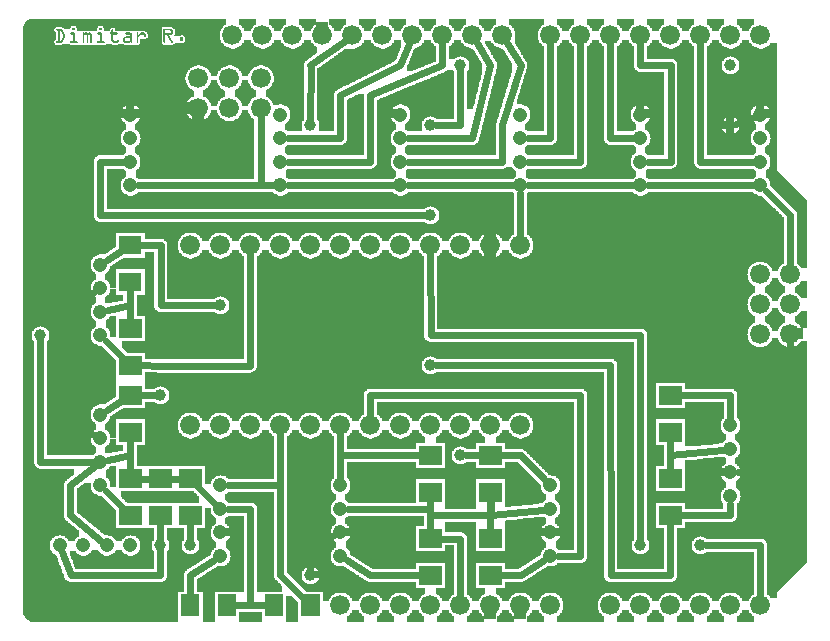
<source format=gtl>
G04 MADE WITH FRITZING*
G04 WWW.FRITZING.ORG*
G04 DOUBLE SIDED*
G04 HOLES PLATED*
G04 CONTOUR ON CENTER OF CONTOUR VECTOR*
%ASAXBY*%
%FSLAX23Y23*%
%MOIN*%
%OFA0B0*%
%SFA1.0B1.0*%
%ADD10C,0.075000*%
%ADD11C,0.039370*%
%ADD12C,0.066111*%
%ADD13C,0.066139*%
%ADD14C,0.066083*%
%ADD15C,0.066000*%
%ADD16C,0.047559*%
%ADD17R,0.074803X0.062992*%
%ADD18R,0.062992X0.074803*%
%ADD19C,0.024000*%
%ADD20R,0.001000X0.001000*%
%LNCOPPER1*%
G90*
G70*
G54D10*
X1105Y1885D03*
X2095Y1824D03*
X1419Y1806D03*
X131Y1838D03*
X1795Y1401D03*
X1010Y580D03*
X1811Y725D03*
X1717Y489D03*
X1195Y346D03*
X1714Y344D03*
G54D11*
X609Y303D03*
X509Y303D03*
X1509Y603D03*
X1409Y903D03*
X2309Y303D03*
X2109Y303D03*
X109Y1003D03*
X709Y1103D03*
X1009Y1703D03*
X1509Y1903D03*
X1409Y1703D03*
X1409Y1403D03*
X1009Y203D03*
G54D12*
X2109Y103D03*
X2209Y103D03*
X2309Y103D03*
X2409Y103D03*
X2509Y103D03*
X1649Y2003D03*
X1549Y2003D03*
X1449Y2003D03*
X1349Y2003D03*
X1249Y2003D03*
X1149Y2003D03*
X1049Y2003D03*
X949Y2003D03*
X849Y2003D03*
X749Y2003D03*
X2509Y2003D03*
X2409Y2003D03*
X2309Y2003D03*
G54D13*
X2209Y2003D03*
G54D12*
X2109Y2003D03*
X2009Y2003D03*
X1909Y2003D03*
X1809Y2003D03*
X1209Y103D03*
G54D14*
X1109Y103D03*
X1309Y103D03*
G54D12*
X1409Y103D03*
X1509Y103D03*
X1609Y103D03*
X1709Y103D03*
X1809Y103D03*
X2009Y103D03*
X2608Y1206D03*
G54D13*
X2508Y1206D03*
G54D12*
X2608Y1106D03*
G54D13*
X2508Y1106D03*
X2608Y1007D03*
X2508Y1007D03*
G54D12*
X739Y1860D03*
X739Y1761D03*
X843Y1860D03*
X843Y1761D03*
X635Y1860D03*
X635Y1761D03*
G54D15*
X609Y703D03*
X709Y703D03*
X809Y703D03*
X909Y703D03*
X1009Y703D03*
X1109Y703D03*
X1209Y703D03*
X1309Y703D03*
X1409Y703D03*
X1509Y703D03*
X1609Y703D03*
X1709Y703D03*
X1709Y1303D03*
X1609Y1303D03*
X1509Y1303D03*
X1409Y1303D03*
X1309Y1303D03*
X1209Y1303D03*
X1109Y1303D03*
X1009Y1303D03*
X909Y1303D03*
X809Y1303D03*
X709Y1303D03*
X609Y1303D03*
G54D16*
X1809Y503D03*
X1809Y424D03*
X1809Y346D03*
X1809Y267D03*
X1809Y503D03*
X1809Y424D03*
X1809Y346D03*
X1809Y267D03*
X709Y503D03*
X709Y424D03*
X709Y346D03*
X709Y267D03*
X709Y503D03*
X709Y424D03*
X709Y346D03*
X709Y267D03*
X2409Y703D03*
X2409Y624D03*
X2409Y546D03*
X2409Y467D03*
X2409Y703D03*
X2409Y624D03*
X2409Y546D03*
X2409Y467D03*
X1109Y503D03*
X1109Y424D03*
X1109Y346D03*
X1109Y267D03*
X1109Y503D03*
X1109Y424D03*
X1109Y346D03*
X1109Y267D03*
X309Y1003D03*
X309Y1082D03*
X309Y1161D03*
X309Y1239D03*
X309Y1003D03*
X309Y1082D03*
X309Y1161D03*
X309Y1239D03*
X409Y303D03*
X331Y303D03*
X252Y303D03*
X173Y303D03*
X409Y303D03*
X331Y303D03*
X252Y303D03*
X173Y303D03*
X309Y503D03*
X309Y582D03*
X309Y661D03*
X309Y739D03*
X309Y503D03*
X309Y582D03*
X309Y661D03*
X309Y739D03*
X2109Y1503D03*
X2109Y1582D03*
X2109Y1661D03*
X2109Y1739D03*
X2109Y1503D03*
X2109Y1582D03*
X2109Y1661D03*
X2109Y1739D03*
X1709Y1503D03*
X1709Y1582D03*
X1709Y1661D03*
X1709Y1739D03*
X1709Y1503D03*
X1709Y1582D03*
X1709Y1661D03*
X1709Y1739D03*
X2509Y1503D03*
X2509Y1582D03*
X2509Y1661D03*
X2509Y1739D03*
X2509Y1503D03*
X2509Y1582D03*
X2509Y1661D03*
X2509Y1739D03*
X1309Y1503D03*
X1309Y1582D03*
X1309Y1661D03*
X1309Y1739D03*
X1309Y1503D03*
X1309Y1582D03*
X1309Y1661D03*
X1309Y1739D03*
X409Y1503D03*
X409Y1582D03*
X409Y1661D03*
X409Y1739D03*
X409Y1503D03*
X409Y1582D03*
X409Y1661D03*
X409Y1739D03*
X909Y1503D03*
X909Y1582D03*
X909Y1661D03*
X909Y1739D03*
X909Y1503D03*
X909Y1582D03*
X909Y1661D03*
X909Y1739D03*
G54D11*
X2409Y1903D03*
X2409Y1703D03*
X509Y803D03*
G54D17*
X409Y1303D03*
X409Y1181D03*
G54D18*
X609Y103D03*
X731Y103D03*
G54D19*
X541Y525D02*
X577Y525D01*
D02*
X441Y525D02*
X477Y525D01*
D02*
X609Y377D02*
X609Y322D01*
D02*
X509Y322D02*
X509Y377D01*
D02*
X509Y204D02*
X210Y204D01*
D02*
X210Y204D02*
X182Y280D01*
D02*
X509Y284D02*
X509Y204D01*
D02*
X757Y103D02*
X861Y103D01*
D02*
X688Y253D02*
X609Y203D01*
D02*
X609Y203D02*
X609Y135D01*
D02*
X909Y303D02*
X909Y204D01*
D02*
X909Y503D02*
X734Y503D01*
D02*
X909Y672D02*
X909Y503D01*
D02*
X909Y204D02*
X983Y129D01*
D02*
X734Y503D02*
X909Y503D01*
D02*
X909Y503D02*
X909Y303D01*
D02*
X635Y499D02*
X692Y442D01*
D02*
X809Y103D02*
X809Y424D01*
D02*
X809Y424D02*
X734Y424D01*
D02*
X757Y103D02*
X809Y103D01*
D02*
X209Y403D02*
X311Y319D01*
D02*
X209Y503D02*
X209Y403D01*
D02*
X290Y566D02*
X209Y503D01*
D02*
X1209Y203D02*
X1377Y203D01*
D02*
X1130Y253D02*
X1209Y203D01*
D02*
X1509Y325D02*
X1509Y133D01*
D02*
X1441Y325D02*
X1509Y325D01*
D02*
X1409Y424D02*
X1134Y424D01*
D02*
X1409Y455D02*
X1409Y424D01*
D02*
X1409Y351D02*
X1409Y455D01*
D02*
X1609Y455D02*
X1609Y351D01*
D02*
X1710Y203D02*
X1788Y253D01*
D02*
X1641Y203D02*
X1710Y203D01*
D02*
X1109Y603D02*
X1109Y528D01*
D02*
X1377Y603D02*
X1109Y603D01*
D02*
X1109Y672D02*
X1109Y528D01*
D02*
X1710Y603D02*
X1792Y521D01*
D02*
X1641Y603D02*
X1710Y603D01*
D02*
X1409Y403D02*
X1610Y403D01*
D02*
X1610Y403D02*
X1785Y422D01*
D02*
X1409Y455D02*
X1409Y403D01*
D02*
X1610Y403D02*
X1610Y455D01*
D02*
X2209Y604D02*
X2385Y622D01*
D02*
X2209Y551D02*
X2209Y604D01*
D02*
X2209Y551D02*
X2209Y655D01*
D02*
X2409Y803D02*
X2409Y728D01*
D02*
X2241Y803D02*
X2409Y803D01*
D02*
X2409Y403D02*
X2409Y442D01*
D02*
X2241Y403D02*
X2409Y403D01*
D02*
X2608Y546D02*
X2434Y546D01*
D02*
X2608Y977D02*
X2608Y546D01*
D02*
X1909Y267D02*
X1834Y267D01*
D02*
X1909Y803D02*
X1909Y267D01*
D02*
X1209Y803D02*
X1909Y803D01*
D02*
X1209Y734D02*
X1209Y803D01*
D02*
X1577Y603D02*
X1528Y603D01*
D02*
X2209Y203D02*
X2209Y377D01*
D02*
X2010Y203D02*
X2209Y203D01*
D02*
X2009Y903D02*
X2010Y203D01*
D02*
X1428Y903D02*
X2009Y903D01*
D02*
X843Y1503D02*
X843Y1730D01*
D02*
X884Y1503D02*
X843Y1503D01*
D02*
X2509Y304D02*
X2328Y303D01*
D02*
X2509Y133D02*
X2509Y304D01*
D02*
X2109Y1003D02*
X1410Y1003D01*
D02*
X1410Y1003D02*
X1409Y1272D01*
D02*
X2109Y322D02*
X2109Y1003D01*
D02*
X510Y1103D02*
X690Y1103D01*
D02*
X510Y1303D02*
X510Y1103D01*
D02*
X441Y1303D02*
X510Y1303D01*
D02*
X109Y582D02*
X284Y582D01*
D02*
X109Y984D02*
X109Y582D01*
D02*
X309Y1403D02*
X309Y1582D01*
D02*
X309Y1582D02*
X384Y1582D01*
D02*
X1390Y1403D02*
X309Y1403D01*
D02*
X1609Y1903D02*
X1549Y1661D01*
D02*
X1549Y1661D02*
X1334Y1661D01*
D02*
X1565Y1977D02*
X1609Y1903D01*
D02*
X1009Y1903D02*
X1125Y1985D01*
D02*
X1009Y1722D02*
X1010Y1903D01*
D02*
X1009Y304D02*
X1086Y336D01*
D02*
X1009Y222D02*
X1009Y304D01*
D02*
X1509Y1703D02*
X1509Y1884D01*
D02*
X1428Y1703D02*
X1509Y1703D01*
D02*
X884Y1503D02*
X434Y1503D01*
D02*
X1284Y1503D02*
X934Y1503D01*
D02*
X1684Y1503D02*
X1334Y1503D01*
D02*
X2084Y1503D02*
X1734Y1503D01*
D02*
X2484Y1503D02*
X2134Y1503D01*
D02*
X2609Y1404D02*
X2527Y1485D01*
D02*
X2608Y1236D02*
X2609Y1404D01*
D02*
X2210Y1582D02*
X2210Y1903D01*
D02*
X2210Y1903D02*
X2109Y1903D01*
D02*
X2109Y1903D02*
X2109Y1973D01*
D02*
X2134Y1582D02*
X2210Y1582D01*
D02*
X2009Y1661D02*
X2009Y1973D01*
D02*
X2084Y1661D02*
X2009Y1661D01*
D02*
X1909Y1582D02*
X1734Y1582D01*
D02*
X1909Y1973D02*
X1909Y1582D01*
D02*
X1809Y1661D02*
X1809Y1973D01*
D02*
X1734Y1661D02*
X1809Y1661D01*
D02*
X1649Y1582D02*
X1334Y1582D01*
D02*
X1649Y1703D02*
X1649Y1582D01*
D02*
X1710Y1903D02*
X1649Y1703D01*
D02*
X1665Y1977D02*
X1710Y1903D01*
D02*
X1209Y1803D02*
X1449Y1903D01*
D02*
X1209Y1582D02*
X1209Y1803D01*
D02*
X1449Y1903D02*
X1449Y1973D01*
D02*
X934Y1582D02*
X1209Y1582D01*
D02*
X1109Y1661D02*
X1109Y1803D01*
D02*
X1109Y1803D02*
X1309Y1903D01*
D02*
X1309Y1903D02*
X1338Y1975D01*
D02*
X934Y1661D02*
X1109Y1661D01*
D02*
X2309Y1582D02*
X2309Y1903D01*
D02*
X2309Y1903D02*
X2309Y1973D01*
D02*
X2484Y1582D02*
X2309Y1582D01*
D02*
X2427Y1709D02*
X2486Y1731D01*
D02*
X409Y1103D02*
X409Y1155D01*
D02*
X334Y1087D02*
X409Y1103D01*
D02*
X409Y1155D02*
X409Y1051D01*
D02*
X409Y655D02*
X409Y551D01*
D02*
X409Y603D02*
X409Y551D01*
D02*
X334Y587D02*
X409Y603D01*
D02*
X409Y1303D02*
X409Y1303D01*
D02*
X330Y1253D02*
X409Y1303D01*
D02*
X409Y803D02*
X330Y753D01*
D02*
X409Y803D02*
X409Y803D01*
D02*
X383Y429D02*
X327Y485D01*
D02*
X409Y903D02*
X409Y903D01*
D02*
X327Y985D02*
X409Y903D01*
D02*
X209Y1103D02*
X209Y903D01*
D02*
X209Y903D02*
X209Y703D01*
D02*
X209Y703D02*
X286Y670D01*
D02*
X288Y1148D02*
X209Y1103D01*
D02*
X809Y902D02*
X809Y1272D01*
D02*
X510Y902D02*
X809Y902D01*
D02*
X441Y903D02*
X510Y902D01*
D02*
X441Y803D02*
X490Y803D01*
D02*
X1709Y1478D02*
X1709Y1334D01*
G36*
X770Y2059D02*
X770Y2039D01*
X774Y2039D01*
X774Y2037D01*
X776Y2037D01*
X776Y2035D01*
X778Y2035D01*
X778Y2033D01*
X780Y2033D01*
X780Y2031D01*
X782Y2031D01*
X782Y2029D01*
X784Y2029D01*
X784Y2027D01*
X786Y2027D01*
X786Y2023D01*
X788Y2023D01*
X788Y2019D01*
X790Y2019D01*
X790Y2017D01*
X810Y2017D01*
X810Y2021D01*
X812Y2021D01*
X812Y2025D01*
X814Y2025D01*
X814Y2029D01*
X816Y2029D01*
X816Y2031D01*
X818Y2031D01*
X818Y2033D01*
X820Y2033D01*
X820Y2035D01*
X822Y2035D01*
X822Y2037D01*
X826Y2037D01*
X826Y2039D01*
X828Y2039D01*
X828Y2059D01*
X770Y2059D01*
G37*
D02*
G36*
X870Y2059D02*
X870Y2039D01*
X874Y2039D01*
X874Y2037D01*
X876Y2037D01*
X876Y2035D01*
X878Y2035D01*
X878Y2033D01*
X880Y2033D01*
X880Y2031D01*
X882Y2031D01*
X882Y2029D01*
X884Y2029D01*
X884Y2027D01*
X886Y2027D01*
X886Y2023D01*
X888Y2023D01*
X888Y2019D01*
X890Y2019D01*
X890Y2017D01*
X910Y2017D01*
X910Y2021D01*
X912Y2021D01*
X912Y2025D01*
X914Y2025D01*
X914Y2029D01*
X916Y2029D01*
X916Y2031D01*
X918Y2031D01*
X918Y2033D01*
X920Y2033D01*
X920Y2035D01*
X922Y2035D01*
X922Y2037D01*
X926Y2037D01*
X926Y2039D01*
X928Y2039D01*
X928Y2059D01*
X870Y2059D01*
G37*
D02*
G36*
X970Y2059D02*
X970Y2039D01*
X974Y2039D01*
X974Y2037D01*
X976Y2037D01*
X976Y2035D01*
X978Y2035D01*
X978Y2033D01*
X980Y2033D01*
X980Y2031D01*
X982Y2031D01*
X982Y2029D01*
X984Y2029D01*
X984Y2027D01*
X986Y2027D01*
X986Y2023D01*
X988Y2023D01*
X988Y2019D01*
X990Y2019D01*
X990Y2017D01*
X1010Y2017D01*
X1010Y2021D01*
X1012Y2021D01*
X1012Y2025D01*
X1014Y2025D01*
X1014Y2029D01*
X1016Y2029D01*
X1016Y2031D01*
X1018Y2031D01*
X1018Y2033D01*
X1020Y2033D01*
X1020Y2035D01*
X1022Y2035D01*
X1022Y2037D01*
X1026Y2037D01*
X1026Y2039D01*
X1028Y2039D01*
X1028Y2059D01*
X970Y2059D01*
G37*
D02*
G36*
X1070Y2059D02*
X1070Y2039D01*
X1074Y2039D01*
X1074Y2037D01*
X1076Y2037D01*
X1076Y2035D01*
X1078Y2035D01*
X1078Y2033D01*
X1080Y2033D01*
X1080Y2031D01*
X1082Y2031D01*
X1082Y2029D01*
X1084Y2029D01*
X1084Y2027D01*
X1086Y2027D01*
X1086Y2023D01*
X1088Y2023D01*
X1088Y2019D01*
X1090Y2019D01*
X1090Y2017D01*
X1110Y2017D01*
X1110Y2021D01*
X1112Y2021D01*
X1112Y2025D01*
X1114Y2025D01*
X1114Y2029D01*
X1116Y2029D01*
X1116Y2031D01*
X1118Y2031D01*
X1118Y2033D01*
X1120Y2033D01*
X1120Y2035D01*
X1122Y2035D01*
X1122Y2037D01*
X1126Y2037D01*
X1126Y2039D01*
X1128Y2039D01*
X1128Y2059D01*
X1070Y2059D01*
G37*
D02*
G36*
X1170Y2059D02*
X1170Y2039D01*
X1174Y2039D01*
X1174Y2037D01*
X1176Y2037D01*
X1176Y2035D01*
X1178Y2035D01*
X1178Y2033D01*
X1180Y2033D01*
X1180Y2031D01*
X1182Y2031D01*
X1182Y2029D01*
X1184Y2029D01*
X1184Y2027D01*
X1186Y2027D01*
X1186Y2023D01*
X1188Y2023D01*
X1188Y2019D01*
X1190Y2019D01*
X1190Y2017D01*
X1210Y2017D01*
X1210Y2021D01*
X1212Y2021D01*
X1212Y2025D01*
X1214Y2025D01*
X1214Y2029D01*
X1216Y2029D01*
X1216Y2031D01*
X1218Y2031D01*
X1218Y2033D01*
X1220Y2033D01*
X1220Y2035D01*
X1222Y2035D01*
X1222Y2037D01*
X1226Y2037D01*
X1226Y2039D01*
X1228Y2039D01*
X1228Y2059D01*
X1170Y2059D01*
G37*
D02*
G36*
X1270Y2059D02*
X1270Y2039D01*
X1274Y2039D01*
X1274Y2037D01*
X1276Y2037D01*
X1276Y2035D01*
X1278Y2035D01*
X1278Y2033D01*
X1280Y2033D01*
X1280Y2031D01*
X1282Y2031D01*
X1282Y2029D01*
X1284Y2029D01*
X1284Y2027D01*
X1286Y2027D01*
X1286Y2023D01*
X1288Y2023D01*
X1288Y2019D01*
X1290Y2019D01*
X1290Y2017D01*
X1310Y2017D01*
X1310Y2021D01*
X1312Y2021D01*
X1312Y2025D01*
X1314Y2025D01*
X1314Y2029D01*
X1316Y2029D01*
X1316Y2031D01*
X1318Y2031D01*
X1318Y2033D01*
X1320Y2033D01*
X1320Y2035D01*
X1322Y2035D01*
X1322Y2037D01*
X1326Y2037D01*
X1326Y2039D01*
X1328Y2039D01*
X1328Y2059D01*
X1270Y2059D01*
G37*
D02*
G36*
X1370Y2059D02*
X1370Y2039D01*
X1374Y2039D01*
X1374Y2037D01*
X1376Y2037D01*
X1376Y2035D01*
X1378Y2035D01*
X1378Y2033D01*
X1380Y2033D01*
X1380Y2031D01*
X1382Y2031D01*
X1382Y2029D01*
X1384Y2029D01*
X1384Y2027D01*
X1386Y2027D01*
X1386Y2023D01*
X1388Y2023D01*
X1388Y2019D01*
X1390Y2019D01*
X1390Y2017D01*
X1410Y2017D01*
X1410Y2021D01*
X1412Y2021D01*
X1412Y2025D01*
X1414Y2025D01*
X1414Y2029D01*
X1416Y2029D01*
X1416Y2031D01*
X1418Y2031D01*
X1418Y2033D01*
X1420Y2033D01*
X1420Y2035D01*
X1422Y2035D01*
X1422Y2037D01*
X1426Y2037D01*
X1426Y2039D01*
X1428Y2039D01*
X1428Y2059D01*
X1370Y2059D01*
G37*
D02*
G36*
X1470Y2059D02*
X1470Y2039D01*
X1474Y2039D01*
X1474Y2037D01*
X1476Y2037D01*
X1476Y2035D01*
X1478Y2035D01*
X1478Y2033D01*
X1480Y2033D01*
X1480Y2031D01*
X1482Y2031D01*
X1482Y2029D01*
X1484Y2029D01*
X1484Y2027D01*
X1486Y2027D01*
X1486Y2023D01*
X1488Y2023D01*
X1488Y2019D01*
X1490Y2019D01*
X1490Y2017D01*
X1510Y2017D01*
X1510Y2021D01*
X1512Y2021D01*
X1512Y2025D01*
X1514Y2025D01*
X1514Y2029D01*
X1516Y2029D01*
X1516Y2031D01*
X1518Y2031D01*
X1518Y2033D01*
X1520Y2033D01*
X1520Y2035D01*
X1522Y2035D01*
X1522Y2037D01*
X1526Y2037D01*
X1526Y2039D01*
X1528Y2039D01*
X1528Y2059D01*
X1470Y2059D01*
G37*
D02*
G36*
X1570Y2059D02*
X1570Y2039D01*
X1574Y2039D01*
X1574Y2037D01*
X1576Y2037D01*
X1576Y2035D01*
X1578Y2035D01*
X1578Y2033D01*
X1580Y2033D01*
X1580Y2031D01*
X1582Y2031D01*
X1582Y2029D01*
X1584Y2029D01*
X1584Y2027D01*
X1586Y2027D01*
X1586Y2023D01*
X1588Y2023D01*
X1588Y2019D01*
X1590Y2019D01*
X1590Y2017D01*
X1610Y2017D01*
X1610Y2021D01*
X1612Y2021D01*
X1612Y2025D01*
X1614Y2025D01*
X1614Y2029D01*
X1616Y2029D01*
X1616Y2031D01*
X1618Y2031D01*
X1618Y2033D01*
X1620Y2033D01*
X1620Y2035D01*
X1622Y2035D01*
X1622Y2037D01*
X1626Y2037D01*
X1626Y2039D01*
X1628Y2039D01*
X1628Y2059D01*
X1570Y2059D01*
G37*
D02*
G36*
X1670Y2059D02*
X1670Y2039D01*
X1674Y2039D01*
X1674Y2037D01*
X1676Y2037D01*
X1676Y2035D01*
X1678Y2035D01*
X1678Y2033D01*
X1680Y2033D01*
X1680Y2031D01*
X1682Y2031D01*
X1682Y2029D01*
X1684Y2029D01*
X1684Y2027D01*
X1686Y2027D01*
X1686Y2023D01*
X1688Y2023D01*
X1688Y2019D01*
X1690Y2019D01*
X1690Y2013D01*
X1692Y2013D01*
X1692Y1973D01*
X1694Y1973D01*
X1694Y1969D01*
X1696Y1969D01*
X1696Y1965D01*
X1698Y1965D01*
X1698Y1963D01*
X1700Y1963D01*
X1700Y1959D01*
X1702Y1959D01*
X1702Y1957D01*
X1704Y1957D01*
X1704Y1953D01*
X1706Y1953D01*
X1706Y1949D01*
X1708Y1949D01*
X1708Y1947D01*
X1710Y1947D01*
X1710Y1943D01*
X1712Y1943D01*
X1712Y1939D01*
X1714Y1939D01*
X1714Y1937D01*
X1716Y1937D01*
X1716Y1933D01*
X1718Y1933D01*
X1718Y1929D01*
X1720Y1929D01*
X1720Y1927D01*
X1722Y1927D01*
X1722Y1923D01*
X1724Y1923D01*
X1724Y1919D01*
X1726Y1919D01*
X1726Y1917D01*
X1728Y1917D01*
X1728Y1913D01*
X1730Y1913D01*
X1730Y1907D01*
X1732Y1907D01*
X1732Y1897D01*
X1730Y1897D01*
X1730Y1891D01*
X1728Y1891D01*
X1728Y1883D01*
X1726Y1883D01*
X1726Y1877D01*
X1724Y1877D01*
X1724Y1871D01*
X1722Y1871D01*
X1722Y1863D01*
X1720Y1863D01*
X1720Y1857D01*
X1718Y1857D01*
X1718Y1851D01*
X1716Y1851D01*
X1716Y1843D01*
X1714Y1843D01*
X1714Y1837D01*
X1712Y1837D01*
X1712Y1831D01*
X1710Y1831D01*
X1710Y1825D01*
X1708Y1825D01*
X1708Y1817D01*
X1706Y1817D01*
X1706Y1811D01*
X1704Y1811D01*
X1704Y1805D01*
X1702Y1805D01*
X1702Y1797D01*
X1700Y1797D01*
X1700Y1791D01*
X1698Y1791D01*
X1698Y1773D01*
X1714Y1773D01*
X1714Y1771D01*
X1722Y1771D01*
X1722Y1769D01*
X1726Y1769D01*
X1726Y1767D01*
X1730Y1767D01*
X1730Y1765D01*
X1732Y1765D01*
X1732Y1763D01*
X1734Y1763D01*
X1734Y1761D01*
X1736Y1761D01*
X1736Y1757D01*
X1738Y1757D01*
X1738Y1755D01*
X1740Y1755D01*
X1740Y1749D01*
X1742Y1749D01*
X1742Y1727D01*
X1740Y1727D01*
X1740Y1723D01*
X1738Y1723D01*
X1738Y1719D01*
X1736Y1719D01*
X1736Y1717D01*
X1734Y1717D01*
X1734Y1715D01*
X1732Y1715D01*
X1732Y1713D01*
X1730Y1713D01*
X1730Y1711D01*
X1726Y1711D01*
X1726Y1709D01*
X1724Y1709D01*
X1724Y1689D01*
X1728Y1689D01*
X1728Y1687D01*
X1730Y1687D01*
X1730Y1685D01*
X1734Y1685D01*
X1734Y1683D01*
X1788Y1683D01*
X1788Y1965D01*
X1786Y1965D01*
X1786Y1967D01*
X1784Y1967D01*
X1784Y1969D01*
X1782Y1969D01*
X1782Y1971D01*
X1780Y1971D01*
X1780Y1973D01*
X1778Y1973D01*
X1778Y1975D01*
X1776Y1975D01*
X1776Y1977D01*
X1774Y1977D01*
X1774Y1979D01*
X1772Y1979D01*
X1772Y1983D01*
X1770Y1983D01*
X1770Y1987D01*
X1768Y1987D01*
X1768Y1995D01*
X1766Y1995D01*
X1766Y2011D01*
X1768Y2011D01*
X1768Y2017D01*
X1770Y2017D01*
X1770Y2021D01*
X1772Y2021D01*
X1772Y2025D01*
X1774Y2025D01*
X1774Y2029D01*
X1776Y2029D01*
X1776Y2031D01*
X1778Y2031D01*
X1778Y2033D01*
X1780Y2033D01*
X1780Y2035D01*
X1782Y2035D01*
X1782Y2037D01*
X1786Y2037D01*
X1786Y2039D01*
X1788Y2039D01*
X1788Y2059D01*
X1670Y2059D01*
G37*
D02*
G36*
X1830Y2059D02*
X1830Y2039D01*
X1834Y2039D01*
X1834Y2037D01*
X1836Y2037D01*
X1836Y2035D01*
X1838Y2035D01*
X1838Y2033D01*
X1840Y2033D01*
X1840Y2031D01*
X1842Y2031D01*
X1842Y2029D01*
X1844Y2029D01*
X1844Y2027D01*
X1846Y2027D01*
X1846Y2023D01*
X1848Y2023D01*
X1848Y2019D01*
X1850Y2019D01*
X1850Y2017D01*
X1870Y2017D01*
X1870Y2021D01*
X1872Y2021D01*
X1872Y2025D01*
X1874Y2025D01*
X1874Y2029D01*
X1876Y2029D01*
X1876Y2031D01*
X1878Y2031D01*
X1878Y2033D01*
X1880Y2033D01*
X1880Y2035D01*
X1882Y2035D01*
X1882Y2037D01*
X1886Y2037D01*
X1886Y2039D01*
X1888Y2039D01*
X1888Y2059D01*
X1830Y2059D01*
G37*
D02*
G36*
X1930Y2059D02*
X1930Y2039D01*
X1934Y2039D01*
X1934Y2037D01*
X1936Y2037D01*
X1936Y2035D01*
X1938Y2035D01*
X1938Y2033D01*
X1940Y2033D01*
X1940Y2031D01*
X1942Y2031D01*
X1942Y2029D01*
X1944Y2029D01*
X1944Y2027D01*
X1946Y2027D01*
X1946Y2023D01*
X1948Y2023D01*
X1948Y2019D01*
X1950Y2019D01*
X1950Y2017D01*
X1970Y2017D01*
X1970Y2021D01*
X1972Y2021D01*
X1972Y2025D01*
X1974Y2025D01*
X1974Y2029D01*
X1976Y2029D01*
X1976Y2031D01*
X1978Y2031D01*
X1978Y2033D01*
X1980Y2033D01*
X1980Y2035D01*
X1982Y2035D01*
X1982Y2037D01*
X1986Y2037D01*
X1986Y2039D01*
X1988Y2039D01*
X1988Y2059D01*
X1930Y2059D01*
G37*
D02*
G36*
X2030Y2059D02*
X2030Y2039D01*
X2034Y2039D01*
X2034Y2037D01*
X2036Y2037D01*
X2036Y2035D01*
X2038Y2035D01*
X2038Y2033D01*
X2040Y2033D01*
X2040Y2031D01*
X2042Y2031D01*
X2042Y2029D01*
X2044Y2029D01*
X2044Y2027D01*
X2046Y2027D01*
X2046Y2023D01*
X2048Y2023D01*
X2048Y2019D01*
X2050Y2019D01*
X2050Y2017D01*
X2070Y2017D01*
X2070Y2021D01*
X2072Y2021D01*
X2072Y2025D01*
X2074Y2025D01*
X2074Y2029D01*
X2076Y2029D01*
X2076Y2031D01*
X2078Y2031D01*
X2078Y2033D01*
X2080Y2033D01*
X2080Y2035D01*
X2082Y2035D01*
X2082Y2037D01*
X2086Y2037D01*
X2086Y2039D01*
X2088Y2039D01*
X2088Y2059D01*
X2030Y2059D01*
G37*
D02*
G36*
X2130Y2059D02*
X2130Y2039D01*
X2134Y2039D01*
X2134Y2037D01*
X2136Y2037D01*
X2136Y2035D01*
X2138Y2035D01*
X2138Y2033D01*
X2140Y2033D01*
X2140Y2031D01*
X2142Y2031D01*
X2142Y2029D01*
X2144Y2029D01*
X2144Y2027D01*
X2146Y2027D01*
X2146Y2023D01*
X2148Y2023D01*
X2148Y2019D01*
X2150Y2019D01*
X2150Y2017D01*
X2170Y2017D01*
X2170Y2021D01*
X2172Y2021D01*
X2172Y2025D01*
X2174Y2025D01*
X2174Y2029D01*
X2176Y2029D01*
X2176Y2031D01*
X2178Y2031D01*
X2178Y2033D01*
X2180Y2033D01*
X2180Y2035D01*
X2182Y2035D01*
X2182Y2037D01*
X2186Y2037D01*
X2186Y2039D01*
X2188Y2039D01*
X2188Y2059D01*
X2130Y2059D01*
G37*
D02*
G36*
X2230Y2059D02*
X2230Y2039D01*
X2234Y2039D01*
X2234Y2037D01*
X2236Y2037D01*
X2236Y2035D01*
X2238Y2035D01*
X2238Y2033D01*
X2240Y2033D01*
X2240Y2031D01*
X2242Y2031D01*
X2242Y2029D01*
X2244Y2029D01*
X2244Y2027D01*
X2246Y2027D01*
X2246Y2023D01*
X2248Y2023D01*
X2248Y2019D01*
X2250Y2019D01*
X2250Y2017D01*
X2270Y2017D01*
X2270Y2021D01*
X2272Y2021D01*
X2272Y2025D01*
X2274Y2025D01*
X2274Y2029D01*
X2276Y2029D01*
X2276Y2031D01*
X2278Y2031D01*
X2278Y2033D01*
X2280Y2033D01*
X2280Y2035D01*
X2282Y2035D01*
X2282Y2037D01*
X2286Y2037D01*
X2286Y2039D01*
X2288Y2039D01*
X2288Y2059D01*
X2230Y2059D01*
G37*
D02*
G36*
X2330Y2059D02*
X2330Y2039D01*
X2334Y2039D01*
X2334Y2037D01*
X2336Y2037D01*
X2336Y2035D01*
X2338Y2035D01*
X2338Y2033D01*
X2340Y2033D01*
X2340Y2031D01*
X2342Y2031D01*
X2342Y2029D01*
X2344Y2029D01*
X2344Y2027D01*
X2346Y2027D01*
X2346Y2023D01*
X2348Y2023D01*
X2348Y2019D01*
X2350Y2019D01*
X2350Y2017D01*
X2370Y2017D01*
X2370Y2021D01*
X2372Y2021D01*
X2372Y2025D01*
X2374Y2025D01*
X2374Y2029D01*
X2376Y2029D01*
X2376Y2031D01*
X2378Y2031D01*
X2378Y2033D01*
X2380Y2033D01*
X2380Y2035D01*
X2382Y2035D01*
X2382Y2037D01*
X2386Y2037D01*
X2386Y2039D01*
X2388Y2039D01*
X2388Y2059D01*
X2330Y2059D01*
G37*
D02*
G36*
X2430Y2059D02*
X2430Y2039D01*
X2434Y2039D01*
X2434Y2037D01*
X2436Y2037D01*
X2436Y2035D01*
X2438Y2035D01*
X2438Y2033D01*
X2440Y2033D01*
X2440Y2031D01*
X2442Y2031D01*
X2442Y2029D01*
X2444Y2029D01*
X2444Y2027D01*
X2446Y2027D01*
X2446Y2023D01*
X2448Y2023D01*
X2448Y2019D01*
X2450Y2019D01*
X2450Y2017D01*
X2470Y2017D01*
X2470Y2021D01*
X2472Y2021D01*
X2472Y2025D01*
X2474Y2025D01*
X2474Y2029D01*
X2476Y2029D01*
X2476Y2031D01*
X2478Y2031D01*
X2478Y2033D01*
X2480Y2033D01*
X2480Y2035D01*
X2482Y2035D01*
X2482Y2037D01*
X2486Y2037D01*
X2486Y2039D01*
X2488Y2039D01*
X2488Y2059D01*
X2430Y2059D01*
G37*
D02*
G36*
X1188Y1987D02*
X1188Y1983D01*
X1186Y1983D01*
X1186Y1979D01*
X1184Y1979D01*
X1184Y1977D01*
X1182Y1977D01*
X1182Y1973D01*
X1180Y1973D01*
X1180Y1971D01*
X1178Y1971D01*
X1178Y1969D01*
X1174Y1969D01*
X1174Y1967D01*
X1172Y1967D01*
X1172Y1965D01*
X1168Y1965D01*
X1168Y1963D01*
X1164Y1963D01*
X1164Y1961D01*
X1156Y1961D01*
X1156Y1959D01*
X1244Y1959D01*
X1244Y1961D01*
X1236Y1961D01*
X1236Y1963D01*
X1230Y1963D01*
X1230Y1965D01*
X1226Y1965D01*
X1226Y1967D01*
X1224Y1967D01*
X1224Y1969D01*
X1222Y1969D01*
X1222Y1971D01*
X1220Y1971D01*
X1220Y1973D01*
X1218Y1973D01*
X1218Y1975D01*
X1216Y1975D01*
X1216Y1977D01*
X1214Y1977D01*
X1214Y1979D01*
X1212Y1979D01*
X1212Y1983D01*
X1210Y1983D01*
X1210Y1987D01*
X1188Y1987D01*
G37*
D02*
G36*
X1288Y1987D02*
X1288Y1983D01*
X1286Y1983D01*
X1286Y1979D01*
X1284Y1979D01*
X1284Y1977D01*
X1282Y1977D01*
X1282Y1973D01*
X1280Y1973D01*
X1280Y1971D01*
X1278Y1971D01*
X1278Y1969D01*
X1274Y1969D01*
X1274Y1967D01*
X1272Y1967D01*
X1272Y1965D01*
X1268Y1965D01*
X1268Y1963D01*
X1264Y1963D01*
X1264Y1961D01*
X1256Y1961D01*
X1256Y1959D01*
X1308Y1959D01*
X1308Y1961D01*
X1310Y1961D01*
X1310Y1987D01*
X1288Y1987D01*
G37*
D02*
G36*
X1124Y1959D02*
X1124Y1957D01*
X1308Y1957D01*
X1308Y1959D01*
X1124Y1959D01*
G37*
D02*
G36*
X1124Y1959D02*
X1124Y1957D01*
X1308Y1957D01*
X1308Y1959D01*
X1124Y1959D01*
G37*
D02*
G36*
X1122Y1957D02*
X1122Y1955D01*
X1120Y1955D01*
X1120Y1953D01*
X1116Y1953D01*
X1116Y1951D01*
X1114Y1951D01*
X1114Y1949D01*
X1110Y1949D01*
X1110Y1947D01*
X1108Y1947D01*
X1108Y1945D01*
X1106Y1945D01*
X1106Y1943D01*
X1102Y1943D01*
X1102Y1941D01*
X1100Y1941D01*
X1100Y1939D01*
X1098Y1939D01*
X1098Y1937D01*
X1094Y1937D01*
X1094Y1935D01*
X1092Y1935D01*
X1092Y1933D01*
X1088Y1933D01*
X1088Y1931D01*
X1086Y1931D01*
X1086Y1929D01*
X1084Y1929D01*
X1084Y1927D01*
X1080Y1927D01*
X1080Y1925D01*
X1078Y1925D01*
X1078Y1923D01*
X1074Y1923D01*
X1074Y1921D01*
X1072Y1921D01*
X1072Y1919D01*
X1070Y1919D01*
X1070Y1917D01*
X1066Y1917D01*
X1066Y1915D01*
X1064Y1915D01*
X1064Y1913D01*
X1060Y1913D01*
X1060Y1911D01*
X1058Y1911D01*
X1058Y1909D01*
X1056Y1909D01*
X1056Y1907D01*
X1052Y1907D01*
X1052Y1905D01*
X1050Y1905D01*
X1050Y1903D01*
X1046Y1903D01*
X1046Y1901D01*
X1044Y1901D01*
X1044Y1899D01*
X1042Y1899D01*
X1042Y1897D01*
X1038Y1897D01*
X1038Y1895D01*
X1036Y1895D01*
X1036Y1893D01*
X1032Y1893D01*
X1032Y1721D01*
X1034Y1721D01*
X1034Y1717D01*
X1036Y1717D01*
X1036Y1713D01*
X1038Y1713D01*
X1038Y1683D01*
X1088Y1683D01*
X1088Y1811D01*
X1090Y1811D01*
X1090Y1815D01*
X1092Y1815D01*
X1092Y1817D01*
X1094Y1817D01*
X1094Y1819D01*
X1096Y1819D01*
X1096Y1821D01*
X1100Y1821D01*
X1100Y1823D01*
X1102Y1823D01*
X1102Y1825D01*
X1106Y1825D01*
X1106Y1827D01*
X1110Y1827D01*
X1110Y1829D01*
X1114Y1829D01*
X1114Y1831D01*
X1118Y1831D01*
X1118Y1833D01*
X1124Y1833D01*
X1124Y1835D01*
X1128Y1835D01*
X1128Y1837D01*
X1132Y1837D01*
X1132Y1839D01*
X1136Y1839D01*
X1136Y1841D01*
X1140Y1841D01*
X1140Y1843D01*
X1144Y1843D01*
X1144Y1845D01*
X1148Y1845D01*
X1148Y1847D01*
X1152Y1847D01*
X1152Y1849D01*
X1156Y1849D01*
X1156Y1851D01*
X1160Y1851D01*
X1160Y1853D01*
X1164Y1853D01*
X1164Y1855D01*
X1168Y1855D01*
X1168Y1857D01*
X1172Y1857D01*
X1172Y1859D01*
X1176Y1859D01*
X1176Y1861D01*
X1180Y1861D01*
X1180Y1863D01*
X1184Y1863D01*
X1184Y1865D01*
X1188Y1865D01*
X1188Y1867D01*
X1192Y1867D01*
X1192Y1869D01*
X1196Y1869D01*
X1196Y1871D01*
X1200Y1871D01*
X1200Y1873D01*
X1204Y1873D01*
X1204Y1875D01*
X1208Y1875D01*
X1208Y1877D01*
X1212Y1877D01*
X1212Y1879D01*
X1216Y1879D01*
X1216Y1881D01*
X1220Y1881D01*
X1220Y1883D01*
X1224Y1883D01*
X1224Y1885D01*
X1228Y1885D01*
X1228Y1887D01*
X1232Y1887D01*
X1232Y1889D01*
X1236Y1889D01*
X1236Y1891D01*
X1240Y1891D01*
X1240Y1893D01*
X1244Y1893D01*
X1244Y1895D01*
X1248Y1895D01*
X1248Y1897D01*
X1252Y1897D01*
X1252Y1899D01*
X1256Y1899D01*
X1256Y1901D01*
X1260Y1901D01*
X1260Y1903D01*
X1264Y1903D01*
X1264Y1905D01*
X1268Y1905D01*
X1268Y1907D01*
X1272Y1907D01*
X1272Y1909D01*
X1276Y1909D01*
X1276Y1911D01*
X1280Y1911D01*
X1280Y1913D01*
X1284Y1913D01*
X1284Y1915D01*
X1288Y1915D01*
X1288Y1917D01*
X1292Y1917D01*
X1292Y1921D01*
X1294Y1921D01*
X1294Y1925D01*
X1296Y1925D01*
X1296Y1931D01*
X1298Y1931D01*
X1298Y1935D01*
X1300Y1935D01*
X1300Y1941D01*
X1302Y1941D01*
X1302Y1945D01*
X1304Y1945D01*
X1304Y1951D01*
X1306Y1951D01*
X1306Y1955D01*
X1308Y1955D01*
X1308Y1957D01*
X1122Y1957D01*
G37*
D02*
G36*
X1388Y1987D02*
X1388Y1983D01*
X1386Y1983D01*
X1386Y1979D01*
X1384Y1979D01*
X1384Y1977D01*
X1382Y1977D01*
X1382Y1973D01*
X1380Y1973D01*
X1380Y1971D01*
X1378Y1971D01*
X1378Y1969D01*
X1374Y1969D01*
X1374Y1967D01*
X1372Y1967D01*
X1372Y1965D01*
X1368Y1965D01*
X1368Y1963D01*
X1364Y1963D01*
X1364Y1961D01*
X1356Y1961D01*
X1356Y1957D01*
X1354Y1957D01*
X1354Y1953D01*
X1352Y1953D01*
X1352Y1947D01*
X1350Y1947D01*
X1350Y1943D01*
X1348Y1943D01*
X1348Y1937D01*
X1346Y1937D01*
X1346Y1933D01*
X1344Y1933D01*
X1344Y1927D01*
X1342Y1927D01*
X1342Y1923D01*
X1340Y1923D01*
X1340Y1917D01*
X1338Y1917D01*
X1338Y1913D01*
X1336Y1913D01*
X1336Y1907D01*
X1334Y1907D01*
X1334Y1903D01*
X1332Y1903D01*
X1332Y1897D01*
X1330Y1897D01*
X1330Y1885D01*
X1352Y1885D01*
X1352Y1887D01*
X1358Y1887D01*
X1358Y1889D01*
X1362Y1889D01*
X1362Y1891D01*
X1368Y1891D01*
X1368Y1893D01*
X1372Y1893D01*
X1372Y1895D01*
X1376Y1895D01*
X1376Y1897D01*
X1382Y1897D01*
X1382Y1899D01*
X1386Y1899D01*
X1386Y1901D01*
X1392Y1901D01*
X1392Y1903D01*
X1396Y1903D01*
X1396Y1905D01*
X1402Y1905D01*
X1402Y1907D01*
X1406Y1907D01*
X1406Y1909D01*
X1410Y1909D01*
X1410Y1911D01*
X1416Y1911D01*
X1416Y1913D01*
X1420Y1913D01*
X1420Y1915D01*
X1426Y1915D01*
X1426Y1917D01*
X1428Y1917D01*
X1428Y1965D01*
X1426Y1965D01*
X1426Y1967D01*
X1424Y1967D01*
X1424Y1969D01*
X1422Y1969D01*
X1422Y1971D01*
X1420Y1971D01*
X1420Y1973D01*
X1418Y1973D01*
X1418Y1975D01*
X1416Y1975D01*
X1416Y1977D01*
X1414Y1977D01*
X1414Y1979D01*
X1412Y1979D01*
X1412Y1983D01*
X1410Y1983D01*
X1410Y1987D01*
X1388Y1987D01*
G37*
D02*
G36*
X1488Y1987D02*
X1488Y1983D01*
X1486Y1983D01*
X1486Y1979D01*
X1484Y1979D01*
X1484Y1977D01*
X1482Y1977D01*
X1482Y1973D01*
X1480Y1973D01*
X1480Y1971D01*
X1478Y1971D01*
X1478Y1969D01*
X1474Y1969D01*
X1474Y1967D01*
X1472Y1967D01*
X1472Y1933D01*
X1512Y1933D01*
X1512Y1931D01*
X1520Y1931D01*
X1520Y1929D01*
X1524Y1929D01*
X1524Y1927D01*
X1528Y1927D01*
X1528Y1925D01*
X1530Y1925D01*
X1530Y1923D01*
X1532Y1923D01*
X1532Y1921D01*
X1534Y1921D01*
X1534Y1917D01*
X1536Y1917D01*
X1536Y1913D01*
X1538Y1913D01*
X1538Y1893D01*
X1536Y1893D01*
X1536Y1889D01*
X1534Y1889D01*
X1534Y1885D01*
X1532Y1885D01*
X1532Y1759D01*
X1552Y1759D01*
X1552Y1767D01*
X1554Y1767D01*
X1554Y1775D01*
X1556Y1775D01*
X1556Y1783D01*
X1558Y1783D01*
X1558Y1791D01*
X1560Y1791D01*
X1560Y1799D01*
X1562Y1799D01*
X1562Y1807D01*
X1564Y1807D01*
X1564Y1815D01*
X1566Y1815D01*
X1566Y1823D01*
X1568Y1823D01*
X1568Y1831D01*
X1570Y1831D01*
X1570Y1839D01*
X1572Y1839D01*
X1572Y1847D01*
X1574Y1847D01*
X1574Y1855D01*
X1576Y1855D01*
X1576Y1863D01*
X1578Y1863D01*
X1578Y1871D01*
X1580Y1871D01*
X1580Y1879D01*
X1582Y1879D01*
X1582Y1907D01*
X1580Y1907D01*
X1580Y1911D01*
X1578Y1911D01*
X1578Y1915D01*
X1576Y1915D01*
X1576Y1917D01*
X1574Y1917D01*
X1574Y1921D01*
X1572Y1921D01*
X1572Y1923D01*
X1570Y1923D01*
X1570Y1927D01*
X1568Y1927D01*
X1568Y1931D01*
X1566Y1931D01*
X1566Y1933D01*
X1564Y1933D01*
X1564Y1937D01*
X1562Y1937D01*
X1562Y1941D01*
X1560Y1941D01*
X1560Y1943D01*
X1558Y1943D01*
X1558Y1947D01*
X1556Y1947D01*
X1556Y1951D01*
X1554Y1951D01*
X1554Y1953D01*
X1552Y1953D01*
X1552Y1957D01*
X1550Y1957D01*
X1550Y1959D01*
X1544Y1959D01*
X1544Y1961D01*
X1536Y1961D01*
X1536Y1963D01*
X1530Y1963D01*
X1530Y1965D01*
X1526Y1965D01*
X1526Y1967D01*
X1524Y1967D01*
X1524Y1969D01*
X1522Y1969D01*
X1522Y1971D01*
X1520Y1971D01*
X1520Y1973D01*
X1518Y1973D01*
X1518Y1975D01*
X1516Y1975D01*
X1516Y1977D01*
X1514Y1977D01*
X1514Y1979D01*
X1512Y1979D01*
X1512Y1983D01*
X1510Y1983D01*
X1510Y1987D01*
X1488Y1987D01*
G37*
D02*
G36*
X1472Y1933D02*
X1472Y1925D01*
X1492Y1925D01*
X1492Y1927D01*
X1494Y1927D01*
X1494Y1929D01*
X1498Y1929D01*
X1498Y1931D01*
X1508Y1931D01*
X1508Y1933D01*
X1472Y1933D01*
G37*
D02*
G36*
X1848Y1987D02*
X1848Y1983D01*
X1846Y1983D01*
X1846Y1979D01*
X1844Y1979D01*
X1844Y1977D01*
X1842Y1977D01*
X1842Y1973D01*
X1840Y1973D01*
X1840Y1971D01*
X1838Y1971D01*
X1838Y1969D01*
X1834Y1969D01*
X1834Y1967D01*
X1832Y1967D01*
X1832Y1657D01*
X1830Y1657D01*
X1830Y1651D01*
X1828Y1651D01*
X1828Y1647D01*
X1826Y1647D01*
X1826Y1645D01*
X1824Y1645D01*
X1824Y1643D01*
X1822Y1643D01*
X1822Y1641D01*
X1818Y1641D01*
X1818Y1639D01*
X1734Y1639D01*
X1734Y1637D01*
X1732Y1637D01*
X1732Y1635D01*
X1730Y1635D01*
X1730Y1633D01*
X1728Y1633D01*
X1728Y1631D01*
X1724Y1631D01*
X1724Y1611D01*
X1726Y1611D01*
X1726Y1609D01*
X1730Y1609D01*
X1730Y1607D01*
X1732Y1607D01*
X1732Y1605D01*
X1734Y1605D01*
X1734Y1603D01*
X1888Y1603D01*
X1888Y1965D01*
X1886Y1965D01*
X1886Y1967D01*
X1884Y1967D01*
X1884Y1969D01*
X1882Y1969D01*
X1882Y1971D01*
X1880Y1971D01*
X1880Y1973D01*
X1878Y1973D01*
X1878Y1975D01*
X1876Y1975D01*
X1876Y1977D01*
X1874Y1977D01*
X1874Y1979D01*
X1872Y1979D01*
X1872Y1983D01*
X1870Y1983D01*
X1870Y1987D01*
X1848Y1987D01*
G37*
D02*
G36*
X1948Y1987D02*
X1948Y1983D01*
X1946Y1983D01*
X1946Y1979D01*
X1944Y1979D01*
X1944Y1977D01*
X1942Y1977D01*
X1942Y1973D01*
X1940Y1973D01*
X1940Y1971D01*
X1938Y1971D01*
X1938Y1969D01*
X1934Y1969D01*
X1934Y1967D01*
X1932Y1967D01*
X1932Y1579D01*
X1930Y1579D01*
X1930Y1571D01*
X1928Y1571D01*
X1928Y1569D01*
X1926Y1569D01*
X1926Y1565D01*
X1922Y1565D01*
X1922Y1563D01*
X1920Y1563D01*
X1920Y1561D01*
X1914Y1561D01*
X1914Y1559D01*
X1734Y1559D01*
X1734Y1557D01*
X1732Y1557D01*
X1732Y1555D01*
X1728Y1555D01*
X1728Y1553D01*
X1726Y1553D01*
X1726Y1531D01*
X1728Y1531D01*
X1728Y1529D01*
X1732Y1529D01*
X1732Y1527D01*
X1734Y1527D01*
X1734Y1525D01*
X2086Y1525D01*
X2086Y1527D01*
X2088Y1527D01*
X2088Y1529D01*
X2090Y1529D01*
X2090Y1531D01*
X2094Y1531D01*
X2094Y1551D01*
X2092Y1551D01*
X2092Y1553D01*
X2090Y1553D01*
X2090Y1555D01*
X2088Y1555D01*
X2088Y1557D01*
X2084Y1557D01*
X2084Y1561D01*
X2082Y1561D01*
X2082Y1563D01*
X2080Y1563D01*
X2080Y1567D01*
X2078Y1567D01*
X2078Y1573D01*
X2076Y1573D01*
X2076Y1591D01*
X2078Y1591D01*
X2078Y1595D01*
X2080Y1595D01*
X2080Y1599D01*
X2082Y1599D01*
X2082Y1603D01*
X2084Y1603D01*
X2084Y1605D01*
X2086Y1605D01*
X2086Y1607D01*
X2088Y1607D01*
X2088Y1609D01*
X2092Y1609D01*
X2092Y1611D01*
X2094Y1611D01*
X2094Y1631D01*
X2090Y1631D01*
X2090Y1633D01*
X2088Y1633D01*
X2088Y1635D01*
X2086Y1635D01*
X2086Y1637D01*
X2084Y1637D01*
X2084Y1639D01*
X2000Y1639D01*
X2000Y1641D01*
X1996Y1641D01*
X1996Y1643D01*
X1994Y1643D01*
X1994Y1645D01*
X1992Y1645D01*
X1992Y1647D01*
X1990Y1647D01*
X1990Y1651D01*
X1988Y1651D01*
X1988Y1965D01*
X1986Y1965D01*
X1986Y1967D01*
X1984Y1967D01*
X1984Y1969D01*
X1982Y1969D01*
X1982Y1971D01*
X1980Y1971D01*
X1980Y1973D01*
X1978Y1973D01*
X1978Y1975D01*
X1976Y1975D01*
X1976Y1977D01*
X1974Y1977D01*
X1974Y1979D01*
X1972Y1979D01*
X1972Y1983D01*
X1970Y1983D01*
X1970Y1987D01*
X1948Y1987D01*
G37*
D02*
G36*
X2048Y1987D02*
X2048Y1983D01*
X2046Y1983D01*
X2046Y1979D01*
X2044Y1979D01*
X2044Y1977D01*
X2042Y1977D01*
X2042Y1973D01*
X2040Y1973D01*
X2040Y1971D01*
X2038Y1971D01*
X2038Y1969D01*
X2034Y1969D01*
X2034Y1967D01*
X2032Y1967D01*
X2032Y1773D01*
X2114Y1773D01*
X2114Y1771D01*
X2122Y1771D01*
X2122Y1769D01*
X2126Y1769D01*
X2126Y1767D01*
X2130Y1767D01*
X2130Y1765D01*
X2132Y1765D01*
X2132Y1763D01*
X2134Y1763D01*
X2134Y1761D01*
X2136Y1761D01*
X2136Y1757D01*
X2138Y1757D01*
X2138Y1755D01*
X2140Y1755D01*
X2140Y1749D01*
X2142Y1749D01*
X2142Y1727D01*
X2140Y1727D01*
X2140Y1723D01*
X2138Y1723D01*
X2138Y1719D01*
X2136Y1719D01*
X2136Y1717D01*
X2134Y1717D01*
X2134Y1715D01*
X2132Y1715D01*
X2132Y1713D01*
X2130Y1713D01*
X2130Y1711D01*
X2126Y1711D01*
X2126Y1709D01*
X2124Y1709D01*
X2124Y1689D01*
X2128Y1689D01*
X2128Y1687D01*
X2130Y1687D01*
X2130Y1685D01*
X2134Y1685D01*
X2134Y1681D01*
X2136Y1681D01*
X2136Y1679D01*
X2138Y1679D01*
X2138Y1675D01*
X2140Y1675D01*
X2140Y1671D01*
X2142Y1671D01*
X2142Y1661D01*
X2144Y1661D01*
X2144Y1659D01*
X2142Y1659D01*
X2142Y1649D01*
X2140Y1649D01*
X2140Y1645D01*
X2138Y1645D01*
X2138Y1641D01*
X2136Y1641D01*
X2136Y1639D01*
X2134Y1639D01*
X2134Y1637D01*
X2132Y1637D01*
X2132Y1635D01*
X2130Y1635D01*
X2130Y1633D01*
X2128Y1633D01*
X2128Y1631D01*
X2124Y1631D01*
X2124Y1611D01*
X2126Y1611D01*
X2126Y1609D01*
X2130Y1609D01*
X2130Y1607D01*
X2132Y1607D01*
X2132Y1605D01*
X2134Y1605D01*
X2134Y1603D01*
X2188Y1603D01*
X2188Y1881D01*
X2102Y1881D01*
X2102Y1883D01*
X2098Y1883D01*
X2098Y1885D01*
X2096Y1885D01*
X2096Y1887D01*
X2094Y1887D01*
X2094Y1889D01*
X2092Y1889D01*
X2092Y1891D01*
X2090Y1891D01*
X2090Y1895D01*
X2088Y1895D01*
X2088Y1965D01*
X2086Y1965D01*
X2086Y1967D01*
X2084Y1967D01*
X2084Y1969D01*
X2082Y1969D01*
X2082Y1971D01*
X2080Y1971D01*
X2080Y1973D01*
X2078Y1973D01*
X2078Y1975D01*
X2076Y1975D01*
X2076Y1977D01*
X2074Y1977D01*
X2074Y1979D01*
X2072Y1979D01*
X2072Y1983D01*
X2070Y1983D01*
X2070Y1987D01*
X2048Y1987D01*
G37*
D02*
G36*
X2032Y1773D02*
X2032Y1683D01*
X2086Y1683D01*
X2086Y1685D01*
X2088Y1685D01*
X2088Y1687D01*
X2090Y1687D01*
X2090Y1689D01*
X2094Y1689D01*
X2094Y1709D01*
X2092Y1709D01*
X2092Y1711D01*
X2090Y1711D01*
X2090Y1713D01*
X2086Y1713D01*
X2086Y1715D01*
X2084Y1715D01*
X2084Y1717D01*
X2082Y1717D01*
X2082Y1721D01*
X2080Y1721D01*
X2080Y1725D01*
X2078Y1725D01*
X2078Y1729D01*
X2076Y1729D01*
X2076Y1749D01*
X2078Y1749D01*
X2078Y1753D01*
X2080Y1753D01*
X2080Y1757D01*
X2082Y1757D01*
X2082Y1759D01*
X2084Y1759D01*
X2084Y1763D01*
X2088Y1763D01*
X2088Y1765D01*
X2090Y1765D01*
X2090Y1767D01*
X2092Y1767D01*
X2092Y1769D01*
X2096Y1769D01*
X2096Y1771D01*
X2104Y1771D01*
X2104Y1773D01*
X2032Y1773D01*
G37*
D02*
G36*
X2148Y1987D02*
X2148Y1983D01*
X2146Y1983D01*
X2146Y1979D01*
X2144Y1979D01*
X2144Y1977D01*
X2142Y1977D01*
X2142Y1973D01*
X2140Y1973D01*
X2140Y1971D01*
X2138Y1971D01*
X2138Y1969D01*
X2134Y1969D01*
X2134Y1967D01*
X2132Y1967D01*
X2132Y1959D01*
X2204Y1959D01*
X2204Y1961D01*
X2196Y1961D01*
X2196Y1963D01*
X2190Y1963D01*
X2190Y1965D01*
X2186Y1965D01*
X2186Y1967D01*
X2184Y1967D01*
X2184Y1969D01*
X2182Y1969D01*
X2182Y1971D01*
X2180Y1971D01*
X2180Y1973D01*
X2178Y1973D01*
X2178Y1975D01*
X2176Y1975D01*
X2176Y1977D01*
X2174Y1977D01*
X2174Y1979D01*
X2172Y1979D01*
X2172Y1983D01*
X2170Y1983D01*
X2170Y1987D01*
X2148Y1987D01*
G37*
D02*
G36*
X2248Y1987D02*
X2248Y1983D01*
X2246Y1983D01*
X2246Y1979D01*
X2244Y1979D01*
X2244Y1977D01*
X2242Y1977D01*
X2242Y1973D01*
X2240Y1973D01*
X2240Y1971D01*
X2238Y1971D01*
X2238Y1969D01*
X2234Y1969D01*
X2234Y1967D01*
X2232Y1967D01*
X2232Y1965D01*
X2228Y1965D01*
X2228Y1963D01*
X2224Y1963D01*
X2224Y1961D01*
X2216Y1961D01*
X2216Y1959D01*
X2288Y1959D01*
X2288Y1965D01*
X2286Y1965D01*
X2286Y1967D01*
X2284Y1967D01*
X2284Y1969D01*
X2282Y1969D01*
X2282Y1971D01*
X2280Y1971D01*
X2280Y1973D01*
X2278Y1973D01*
X2278Y1975D01*
X2276Y1975D01*
X2276Y1977D01*
X2274Y1977D01*
X2274Y1979D01*
X2272Y1979D01*
X2272Y1983D01*
X2270Y1983D01*
X2270Y1987D01*
X2248Y1987D01*
G37*
D02*
G36*
X2132Y1959D02*
X2132Y1957D01*
X2288Y1957D01*
X2288Y1959D01*
X2132Y1959D01*
G37*
D02*
G36*
X2132Y1959D02*
X2132Y1957D01*
X2288Y1957D01*
X2288Y1959D01*
X2132Y1959D01*
G37*
D02*
G36*
X2132Y1957D02*
X2132Y1925D01*
X2214Y1925D01*
X2214Y1923D01*
X2220Y1923D01*
X2220Y1921D01*
X2224Y1921D01*
X2224Y1919D01*
X2226Y1919D01*
X2226Y1917D01*
X2228Y1917D01*
X2228Y1913D01*
X2230Y1913D01*
X2230Y1907D01*
X2232Y1907D01*
X2232Y1575D01*
X2230Y1575D01*
X2230Y1571D01*
X2228Y1571D01*
X2228Y1567D01*
X2226Y1567D01*
X2226Y1565D01*
X2224Y1565D01*
X2224Y1563D01*
X2220Y1563D01*
X2220Y1561D01*
X2214Y1561D01*
X2214Y1559D01*
X2134Y1559D01*
X2134Y1557D01*
X2132Y1557D01*
X2132Y1555D01*
X2128Y1555D01*
X2128Y1553D01*
X2126Y1553D01*
X2126Y1531D01*
X2128Y1531D01*
X2128Y1529D01*
X2132Y1529D01*
X2132Y1527D01*
X2134Y1527D01*
X2134Y1525D01*
X2486Y1525D01*
X2486Y1527D01*
X2488Y1527D01*
X2488Y1529D01*
X2490Y1529D01*
X2490Y1531D01*
X2494Y1531D01*
X2494Y1551D01*
X2492Y1551D01*
X2492Y1553D01*
X2490Y1553D01*
X2490Y1555D01*
X2488Y1555D01*
X2488Y1557D01*
X2484Y1557D01*
X2484Y1559D01*
X2304Y1559D01*
X2304Y1561D01*
X2298Y1561D01*
X2298Y1563D01*
X2296Y1563D01*
X2296Y1565D01*
X2294Y1565D01*
X2294Y1567D01*
X2292Y1567D01*
X2292Y1569D01*
X2290Y1569D01*
X2290Y1573D01*
X2288Y1573D01*
X2288Y1957D01*
X2132Y1957D01*
G37*
D02*
G36*
X2348Y1987D02*
X2348Y1983D01*
X2346Y1983D01*
X2346Y1979D01*
X2344Y1979D01*
X2344Y1977D01*
X2342Y1977D01*
X2342Y1973D01*
X2340Y1973D01*
X2340Y1971D01*
X2338Y1971D01*
X2338Y1969D01*
X2334Y1969D01*
X2334Y1967D01*
X2332Y1967D01*
X2332Y1959D01*
X2404Y1959D01*
X2404Y1961D01*
X2396Y1961D01*
X2396Y1963D01*
X2390Y1963D01*
X2390Y1965D01*
X2386Y1965D01*
X2386Y1967D01*
X2384Y1967D01*
X2384Y1969D01*
X2382Y1969D01*
X2382Y1971D01*
X2380Y1971D01*
X2380Y1973D01*
X2378Y1973D01*
X2378Y1975D01*
X2376Y1975D01*
X2376Y1977D01*
X2374Y1977D01*
X2374Y1979D01*
X2372Y1979D01*
X2372Y1983D01*
X2370Y1983D01*
X2370Y1987D01*
X2348Y1987D01*
G37*
D02*
G36*
X2448Y1987D02*
X2448Y1983D01*
X2446Y1983D01*
X2446Y1979D01*
X2444Y1979D01*
X2444Y1977D01*
X2442Y1977D01*
X2442Y1973D01*
X2440Y1973D01*
X2440Y1971D01*
X2438Y1971D01*
X2438Y1969D01*
X2434Y1969D01*
X2434Y1967D01*
X2432Y1967D01*
X2432Y1965D01*
X2428Y1965D01*
X2428Y1963D01*
X2424Y1963D01*
X2424Y1961D01*
X2416Y1961D01*
X2416Y1959D01*
X2504Y1959D01*
X2504Y1961D01*
X2496Y1961D01*
X2496Y1963D01*
X2490Y1963D01*
X2490Y1965D01*
X2486Y1965D01*
X2486Y1967D01*
X2484Y1967D01*
X2484Y1969D01*
X2482Y1969D01*
X2482Y1971D01*
X2480Y1971D01*
X2480Y1973D01*
X2478Y1973D01*
X2478Y1975D01*
X2476Y1975D01*
X2476Y1977D01*
X2474Y1977D01*
X2474Y1979D01*
X2472Y1979D01*
X2472Y1983D01*
X2470Y1983D01*
X2470Y1987D01*
X2448Y1987D01*
G37*
D02*
G36*
X2544Y1979D02*
X2544Y1977D01*
X2542Y1977D01*
X2542Y1973D01*
X2540Y1973D01*
X2540Y1971D01*
X2538Y1971D01*
X2538Y1969D01*
X2534Y1969D01*
X2534Y1967D01*
X2532Y1967D01*
X2532Y1965D01*
X2528Y1965D01*
X2528Y1963D01*
X2524Y1963D01*
X2524Y1961D01*
X2516Y1961D01*
X2516Y1959D01*
X2564Y1959D01*
X2564Y1979D01*
X2544Y1979D01*
G37*
D02*
G36*
X2332Y1959D02*
X2332Y1957D01*
X2564Y1957D01*
X2564Y1959D01*
X2332Y1959D01*
G37*
D02*
G36*
X2332Y1959D02*
X2332Y1957D01*
X2564Y1957D01*
X2564Y1959D01*
X2332Y1959D01*
G37*
D02*
G36*
X2332Y1959D02*
X2332Y1957D01*
X2564Y1957D01*
X2564Y1959D01*
X2332Y1959D01*
G37*
D02*
G36*
X2332Y1957D02*
X2332Y1933D01*
X2412Y1933D01*
X2412Y1931D01*
X2420Y1931D01*
X2420Y1929D01*
X2424Y1929D01*
X2424Y1927D01*
X2428Y1927D01*
X2428Y1925D01*
X2430Y1925D01*
X2430Y1923D01*
X2432Y1923D01*
X2432Y1921D01*
X2434Y1921D01*
X2434Y1917D01*
X2436Y1917D01*
X2436Y1913D01*
X2438Y1913D01*
X2438Y1893D01*
X2436Y1893D01*
X2436Y1889D01*
X2434Y1889D01*
X2434Y1885D01*
X2432Y1885D01*
X2432Y1883D01*
X2430Y1883D01*
X2430Y1881D01*
X2428Y1881D01*
X2428Y1879D01*
X2426Y1879D01*
X2426Y1877D01*
X2422Y1877D01*
X2422Y1875D01*
X2416Y1875D01*
X2416Y1873D01*
X2564Y1873D01*
X2564Y1957D01*
X2332Y1957D01*
G37*
D02*
G36*
X2332Y1933D02*
X2332Y1873D01*
X2402Y1873D01*
X2402Y1875D01*
X2396Y1875D01*
X2396Y1877D01*
X2392Y1877D01*
X2392Y1879D01*
X2390Y1879D01*
X2390Y1881D01*
X2388Y1881D01*
X2388Y1883D01*
X2386Y1883D01*
X2386Y1885D01*
X2384Y1885D01*
X2384Y1889D01*
X2382Y1889D01*
X2382Y1895D01*
X2380Y1895D01*
X2380Y1911D01*
X2382Y1911D01*
X2382Y1917D01*
X2384Y1917D01*
X2384Y1919D01*
X2386Y1919D01*
X2386Y1921D01*
X2388Y1921D01*
X2388Y1925D01*
X2392Y1925D01*
X2392Y1927D01*
X2394Y1927D01*
X2394Y1929D01*
X2398Y1929D01*
X2398Y1931D01*
X2408Y1931D01*
X2408Y1933D01*
X2332Y1933D01*
G37*
D02*
G36*
X2332Y1873D02*
X2332Y1871D01*
X2564Y1871D01*
X2564Y1873D01*
X2332Y1873D01*
G37*
D02*
G36*
X2332Y1873D02*
X2332Y1871D01*
X2564Y1871D01*
X2564Y1873D01*
X2332Y1873D01*
G37*
D02*
G36*
X2332Y1871D02*
X2332Y1773D01*
X2514Y1773D01*
X2514Y1771D01*
X2522Y1771D01*
X2522Y1769D01*
X2526Y1769D01*
X2526Y1767D01*
X2530Y1767D01*
X2530Y1765D01*
X2532Y1765D01*
X2532Y1763D01*
X2534Y1763D01*
X2534Y1761D01*
X2536Y1761D01*
X2536Y1757D01*
X2538Y1757D01*
X2538Y1755D01*
X2540Y1755D01*
X2540Y1749D01*
X2542Y1749D01*
X2542Y1727D01*
X2540Y1727D01*
X2540Y1723D01*
X2538Y1723D01*
X2538Y1719D01*
X2536Y1719D01*
X2536Y1717D01*
X2534Y1717D01*
X2534Y1715D01*
X2532Y1715D01*
X2532Y1713D01*
X2530Y1713D01*
X2530Y1711D01*
X2526Y1711D01*
X2526Y1709D01*
X2524Y1709D01*
X2524Y1689D01*
X2528Y1689D01*
X2528Y1687D01*
X2530Y1687D01*
X2530Y1685D01*
X2534Y1685D01*
X2534Y1681D01*
X2536Y1681D01*
X2536Y1679D01*
X2538Y1679D01*
X2538Y1675D01*
X2540Y1675D01*
X2540Y1671D01*
X2542Y1671D01*
X2542Y1661D01*
X2544Y1661D01*
X2544Y1659D01*
X2542Y1659D01*
X2542Y1649D01*
X2540Y1649D01*
X2540Y1645D01*
X2538Y1645D01*
X2538Y1641D01*
X2536Y1641D01*
X2536Y1639D01*
X2534Y1639D01*
X2534Y1637D01*
X2532Y1637D01*
X2532Y1635D01*
X2530Y1635D01*
X2530Y1633D01*
X2528Y1633D01*
X2528Y1631D01*
X2524Y1631D01*
X2524Y1611D01*
X2526Y1611D01*
X2526Y1609D01*
X2530Y1609D01*
X2530Y1607D01*
X2532Y1607D01*
X2532Y1605D01*
X2534Y1605D01*
X2534Y1603D01*
X2536Y1603D01*
X2536Y1601D01*
X2538Y1601D01*
X2538Y1597D01*
X2540Y1597D01*
X2540Y1593D01*
X2542Y1593D01*
X2542Y1571D01*
X2540Y1571D01*
X2540Y1565D01*
X2538Y1565D01*
X2538Y1563D01*
X2536Y1563D01*
X2536Y1559D01*
X2534Y1559D01*
X2534Y1557D01*
X2532Y1557D01*
X2532Y1555D01*
X2528Y1555D01*
X2528Y1553D01*
X2526Y1553D01*
X2526Y1531D01*
X2528Y1531D01*
X2528Y1529D01*
X2532Y1529D01*
X2532Y1527D01*
X2534Y1527D01*
X2534Y1525D01*
X2536Y1525D01*
X2536Y1521D01*
X2538Y1521D01*
X2538Y1519D01*
X2540Y1519D01*
X2540Y1513D01*
X2542Y1513D01*
X2542Y1501D01*
X2544Y1501D01*
X2544Y1499D01*
X2546Y1499D01*
X2546Y1497D01*
X2548Y1497D01*
X2548Y1495D01*
X2550Y1495D01*
X2550Y1493D01*
X2552Y1493D01*
X2552Y1491D01*
X2554Y1491D01*
X2554Y1489D01*
X2556Y1489D01*
X2556Y1487D01*
X2558Y1487D01*
X2558Y1485D01*
X2560Y1485D01*
X2560Y1483D01*
X2562Y1483D01*
X2562Y1481D01*
X2564Y1481D01*
X2564Y1479D01*
X2566Y1479D01*
X2566Y1477D01*
X2568Y1477D01*
X2568Y1475D01*
X2570Y1475D01*
X2570Y1473D01*
X2572Y1473D01*
X2572Y1471D01*
X2574Y1471D01*
X2574Y1469D01*
X2576Y1469D01*
X2576Y1467D01*
X2578Y1467D01*
X2578Y1465D01*
X2580Y1465D01*
X2580Y1463D01*
X2582Y1463D01*
X2582Y1461D01*
X2584Y1461D01*
X2584Y1459D01*
X2586Y1459D01*
X2586Y1457D01*
X2588Y1457D01*
X2588Y1455D01*
X2590Y1455D01*
X2590Y1453D01*
X2592Y1453D01*
X2592Y1451D01*
X2594Y1451D01*
X2594Y1449D01*
X2596Y1449D01*
X2596Y1447D01*
X2598Y1447D01*
X2598Y1445D01*
X2600Y1445D01*
X2600Y1443D01*
X2602Y1443D01*
X2602Y1441D01*
X2604Y1441D01*
X2604Y1439D01*
X2606Y1439D01*
X2606Y1437D01*
X2608Y1437D01*
X2608Y1435D01*
X2610Y1435D01*
X2610Y1433D01*
X2612Y1433D01*
X2612Y1431D01*
X2614Y1431D01*
X2614Y1429D01*
X2616Y1429D01*
X2616Y1427D01*
X2618Y1427D01*
X2618Y1425D01*
X2620Y1425D01*
X2620Y1423D01*
X2622Y1423D01*
X2622Y1421D01*
X2624Y1421D01*
X2624Y1419D01*
X2626Y1419D01*
X2626Y1415D01*
X2628Y1415D01*
X2628Y1413D01*
X2630Y1413D01*
X2630Y1405D01*
X2632Y1405D01*
X2632Y1373D01*
X2630Y1373D01*
X2630Y1241D01*
X2634Y1241D01*
X2634Y1239D01*
X2636Y1239D01*
X2636Y1237D01*
X2638Y1237D01*
X2638Y1235D01*
X2640Y1235D01*
X2640Y1233D01*
X2642Y1233D01*
X2642Y1231D01*
X2644Y1231D01*
X2644Y1227D01*
X2664Y1227D01*
X2664Y1453D01*
X2662Y1453D01*
X2662Y1455D01*
X2660Y1455D01*
X2660Y1457D01*
X2658Y1457D01*
X2658Y1459D01*
X2656Y1459D01*
X2656Y1461D01*
X2654Y1461D01*
X2654Y1463D01*
X2652Y1463D01*
X2652Y1465D01*
X2650Y1465D01*
X2650Y1467D01*
X2648Y1467D01*
X2648Y1469D01*
X2646Y1469D01*
X2646Y1471D01*
X2644Y1471D01*
X2644Y1473D01*
X2642Y1473D01*
X2642Y1475D01*
X2640Y1475D01*
X2640Y1477D01*
X2638Y1477D01*
X2638Y1479D01*
X2636Y1479D01*
X2636Y1481D01*
X2634Y1481D01*
X2634Y1483D01*
X2632Y1483D01*
X2632Y1485D01*
X2630Y1485D01*
X2630Y1487D01*
X2628Y1487D01*
X2628Y1489D01*
X2626Y1489D01*
X2626Y1491D01*
X2624Y1491D01*
X2624Y1493D01*
X2622Y1493D01*
X2622Y1495D01*
X2620Y1495D01*
X2620Y1497D01*
X2618Y1497D01*
X2618Y1499D01*
X2616Y1499D01*
X2616Y1501D01*
X2614Y1501D01*
X2614Y1503D01*
X2612Y1503D01*
X2612Y1505D01*
X2610Y1505D01*
X2610Y1507D01*
X2608Y1507D01*
X2608Y1509D01*
X2606Y1509D01*
X2606Y1511D01*
X2604Y1511D01*
X2604Y1513D01*
X2602Y1513D01*
X2602Y1515D01*
X2600Y1515D01*
X2600Y1517D01*
X2598Y1517D01*
X2598Y1519D01*
X2596Y1519D01*
X2596Y1521D01*
X2594Y1521D01*
X2594Y1523D01*
X2592Y1523D01*
X2592Y1525D01*
X2590Y1525D01*
X2590Y1527D01*
X2588Y1527D01*
X2588Y1529D01*
X2586Y1529D01*
X2586Y1531D01*
X2584Y1531D01*
X2584Y1533D01*
X2582Y1533D01*
X2582Y1535D01*
X2580Y1535D01*
X2580Y1537D01*
X2578Y1537D01*
X2578Y1539D01*
X2576Y1539D01*
X2576Y1541D01*
X2574Y1541D01*
X2574Y1543D01*
X2572Y1543D01*
X2572Y1545D01*
X2570Y1545D01*
X2570Y1547D01*
X2568Y1547D01*
X2568Y1549D01*
X2566Y1549D01*
X2566Y1551D01*
X2564Y1551D01*
X2564Y1871D01*
X2332Y1871D01*
G37*
D02*
G36*
X2332Y1773D02*
X2332Y1733D01*
X2412Y1733D01*
X2412Y1731D01*
X2420Y1731D01*
X2420Y1729D01*
X2424Y1729D01*
X2424Y1727D01*
X2428Y1727D01*
X2428Y1725D01*
X2430Y1725D01*
X2430Y1723D01*
X2432Y1723D01*
X2432Y1721D01*
X2434Y1721D01*
X2434Y1717D01*
X2436Y1717D01*
X2436Y1713D01*
X2438Y1713D01*
X2438Y1693D01*
X2436Y1693D01*
X2436Y1689D01*
X2434Y1689D01*
X2434Y1685D01*
X2432Y1685D01*
X2432Y1683D01*
X2430Y1683D01*
X2430Y1681D01*
X2428Y1681D01*
X2428Y1679D01*
X2426Y1679D01*
X2426Y1677D01*
X2422Y1677D01*
X2422Y1675D01*
X2416Y1675D01*
X2416Y1673D01*
X2478Y1673D01*
X2478Y1675D01*
X2480Y1675D01*
X2480Y1679D01*
X2482Y1679D01*
X2482Y1681D01*
X2484Y1681D01*
X2484Y1683D01*
X2486Y1683D01*
X2486Y1685D01*
X2488Y1685D01*
X2488Y1687D01*
X2490Y1687D01*
X2490Y1689D01*
X2494Y1689D01*
X2494Y1709D01*
X2492Y1709D01*
X2492Y1711D01*
X2490Y1711D01*
X2490Y1713D01*
X2486Y1713D01*
X2486Y1715D01*
X2484Y1715D01*
X2484Y1717D01*
X2482Y1717D01*
X2482Y1721D01*
X2480Y1721D01*
X2480Y1725D01*
X2478Y1725D01*
X2478Y1729D01*
X2476Y1729D01*
X2476Y1749D01*
X2478Y1749D01*
X2478Y1753D01*
X2480Y1753D01*
X2480Y1757D01*
X2482Y1757D01*
X2482Y1759D01*
X2484Y1759D01*
X2484Y1763D01*
X2488Y1763D01*
X2488Y1765D01*
X2490Y1765D01*
X2490Y1767D01*
X2492Y1767D01*
X2492Y1769D01*
X2496Y1769D01*
X2496Y1771D01*
X2504Y1771D01*
X2504Y1773D01*
X2332Y1773D01*
G37*
D02*
G36*
X2332Y1733D02*
X2332Y1673D01*
X2402Y1673D01*
X2402Y1675D01*
X2396Y1675D01*
X2396Y1677D01*
X2392Y1677D01*
X2392Y1679D01*
X2390Y1679D01*
X2390Y1681D01*
X2388Y1681D01*
X2388Y1683D01*
X2386Y1683D01*
X2386Y1685D01*
X2384Y1685D01*
X2384Y1689D01*
X2382Y1689D01*
X2382Y1695D01*
X2380Y1695D01*
X2380Y1711D01*
X2382Y1711D01*
X2382Y1717D01*
X2384Y1717D01*
X2384Y1719D01*
X2386Y1719D01*
X2386Y1721D01*
X2388Y1721D01*
X2388Y1725D01*
X2392Y1725D01*
X2392Y1727D01*
X2394Y1727D01*
X2394Y1729D01*
X2398Y1729D01*
X2398Y1731D01*
X2408Y1731D01*
X2408Y1733D01*
X2332Y1733D01*
G37*
D02*
G36*
X2332Y1673D02*
X2332Y1671D01*
X2478Y1671D01*
X2478Y1673D01*
X2332Y1673D01*
G37*
D02*
G36*
X2332Y1673D02*
X2332Y1671D01*
X2478Y1671D01*
X2478Y1673D01*
X2332Y1673D01*
G37*
D02*
G36*
X2332Y1671D02*
X2332Y1603D01*
X2484Y1603D01*
X2484Y1605D01*
X2486Y1605D01*
X2486Y1607D01*
X2488Y1607D01*
X2488Y1609D01*
X2492Y1609D01*
X2492Y1611D01*
X2494Y1611D01*
X2494Y1631D01*
X2490Y1631D01*
X2490Y1633D01*
X2488Y1633D01*
X2488Y1635D01*
X2486Y1635D01*
X2486Y1637D01*
X2484Y1637D01*
X2484Y1639D01*
X2482Y1639D01*
X2482Y1641D01*
X2480Y1641D01*
X2480Y1645D01*
X2478Y1645D01*
X2478Y1651D01*
X2476Y1651D01*
X2476Y1669D01*
X2478Y1669D01*
X2478Y1671D01*
X2332Y1671D01*
G37*
D02*
G36*
X1592Y1983D02*
X1592Y1973D01*
X1594Y1973D01*
X1594Y1969D01*
X1596Y1969D01*
X1596Y1967D01*
X1598Y1967D01*
X1598Y1963D01*
X1600Y1963D01*
X1600Y1959D01*
X1602Y1959D01*
X1602Y1957D01*
X1604Y1957D01*
X1604Y1953D01*
X1606Y1953D01*
X1606Y1949D01*
X1608Y1949D01*
X1608Y1947D01*
X1610Y1947D01*
X1610Y1943D01*
X1612Y1943D01*
X1612Y1939D01*
X1614Y1939D01*
X1614Y1937D01*
X1616Y1937D01*
X1616Y1933D01*
X1618Y1933D01*
X1618Y1929D01*
X1620Y1929D01*
X1620Y1927D01*
X1622Y1927D01*
X1622Y1923D01*
X1624Y1923D01*
X1624Y1919D01*
X1626Y1919D01*
X1626Y1917D01*
X1628Y1917D01*
X1628Y1913D01*
X1630Y1913D01*
X1630Y1907D01*
X1632Y1907D01*
X1632Y1899D01*
X1630Y1899D01*
X1630Y1891D01*
X1628Y1891D01*
X1628Y1883D01*
X1626Y1883D01*
X1626Y1875D01*
X1624Y1875D01*
X1624Y1867D01*
X1622Y1867D01*
X1622Y1859D01*
X1620Y1859D01*
X1620Y1851D01*
X1618Y1851D01*
X1618Y1841D01*
X1616Y1841D01*
X1616Y1833D01*
X1614Y1833D01*
X1614Y1825D01*
X1612Y1825D01*
X1612Y1817D01*
X1610Y1817D01*
X1610Y1809D01*
X1608Y1809D01*
X1608Y1801D01*
X1606Y1801D01*
X1606Y1793D01*
X1604Y1793D01*
X1604Y1785D01*
X1602Y1785D01*
X1602Y1777D01*
X1600Y1777D01*
X1600Y1769D01*
X1598Y1769D01*
X1598Y1761D01*
X1596Y1761D01*
X1596Y1753D01*
X1594Y1753D01*
X1594Y1745D01*
X1592Y1745D01*
X1592Y1737D01*
X1590Y1737D01*
X1590Y1729D01*
X1588Y1729D01*
X1588Y1721D01*
X1586Y1721D01*
X1586Y1713D01*
X1584Y1713D01*
X1584Y1705D01*
X1582Y1705D01*
X1582Y1697D01*
X1580Y1697D01*
X1580Y1689D01*
X1578Y1689D01*
X1578Y1681D01*
X1576Y1681D01*
X1576Y1673D01*
X1574Y1673D01*
X1574Y1665D01*
X1572Y1665D01*
X1572Y1657D01*
X1570Y1657D01*
X1570Y1651D01*
X1568Y1651D01*
X1568Y1647D01*
X1566Y1647D01*
X1566Y1645D01*
X1564Y1645D01*
X1564Y1643D01*
X1562Y1643D01*
X1562Y1641D01*
X1558Y1641D01*
X1558Y1639D01*
X1334Y1639D01*
X1334Y1637D01*
X1332Y1637D01*
X1332Y1635D01*
X1330Y1635D01*
X1330Y1633D01*
X1328Y1633D01*
X1328Y1631D01*
X1324Y1631D01*
X1324Y1611D01*
X1326Y1611D01*
X1326Y1609D01*
X1330Y1609D01*
X1330Y1607D01*
X1332Y1607D01*
X1332Y1605D01*
X1334Y1605D01*
X1334Y1603D01*
X1628Y1603D01*
X1628Y1711D01*
X1630Y1711D01*
X1630Y1719D01*
X1632Y1719D01*
X1632Y1725D01*
X1634Y1725D01*
X1634Y1731D01*
X1636Y1731D01*
X1636Y1739D01*
X1638Y1739D01*
X1638Y1745D01*
X1640Y1745D01*
X1640Y1751D01*
X1642Y1751D01*
X1642Y1759D01*
X1644Y1759D01*
X1644Y1765D01*
X1646Y1765D01*
X1646Y1771D01*
X1648Y1771D01*
X1648Y1777D01*
X1650Y1777D01*
X1650Y1785D01*
X1652Y1785D01*
X1652Y1791D01*
X1654Y1791D01*
X1654Y1797D01*
X1656Y1797D01*
X1656Y1805D01*
X1658Y1805D01*
X1658Y1811D01*
X1660Y1811D01*
X1660Y1817D01*
X1662Y1817D01*
X1662Y1825D01*
X1664Y1825D01*
X1664Y1831D01*
X1666Y1831D01*
X1666Y1837D01*
X1668Y1837D01*
X1668Y1843D01*
X1670Y1843D01*
X1670Y1851D01*
X1672Y1851D01*
X1672Y1857D01*
X1674Y1857D01*
X1674Y1863D01*
X1676Y1863D01*
X1676Y1871D01*
X1678Y1871D01*
X1678Y1877D01*
X1680Y1877D01*
X1680Y1883D01*
X1682Y1883D01*
X1682Y1907D01*
X1680Y1907D01*
X1680Y1911D01*
X1678Y1911D01*
X1678Y1913D01*
X1676Y1913D01*
X1676Y1917D01*
X1674Y1917D01*
X1674Y1921D01*
X1672Y1921D01*
X1672Y1923D01*
X1670Y1923D01*
X1670Y1927D01*
X1668Y1927D01*
X1668Y1931D01*
X1666Y1931D01*
X1666Y1933D01*
X1664Y1933D01*
X1664Y1937D01*
X1662Y1937D01*
X1662Y1941D01*
X1660Y1941D01*
X1660Y1943D01*
X1658Y1943D01*
X1658Y1947D01*
X1656Y1947D01*
X1656Y1951D01*
X1654Y1951D01*
X1654Y1953D01*
X1652Y1953D01*
X1652Y1957D01*
X1650Y1957D01*
X1650Y1959D01*
X1644Y1959D01*
X1644Y1961D01*
X1636Y1961D01*
X1636Y1963D01*
X1630Y1963D01*
X1630Y1965D01*
X1626Y1965D01*
X1626Y1967D01*
X1624Y1967D01*
X1624Y1969D01*
X1622Y1969D01*
X1622Y1971D01*
X1620Y1971D01*
X1620Y1973D01*
X1618Y1973D01*
X1618Y1975D01*
X1616Y1975D01*
X1616Y1977D01*
X1614Y1977D01*
X1614Y1979D01*
X1612Y1979D01*
X1612Y1983D01*
X1592Y1983D01*
G37*
D02*
G36*
X1464Y1887D02*
X1464Y1885D01*
X1462Y1885D01*
X1462Y1883D01*
X1458Y1883D01*
X1458Y1881D01*
X1454Y1881D01*
X1454Y1879D01*
X1448Y1879D01*
X1448Y1877D01*
X1444Y1877D01*
X1444Y1875D01*
X1438Y1875D01*
X1438Y1873D01*
X1434Y1873D01*
X1434Y1871D01*
X1430Y1871D01*
X1430Y1869D01*
X1424Y1869D01*
X1424Y1867D01*
X1420Y1867D01*
X1420Y1865D01*
X1414Y1865D01*
X1414Y1863D01*
X1410Y1863D01*
X1410Y1861D01*
X1406Y1861D01*
X1406Y1859D01*
X1400Y1859D01*
X1400Y1857D01*
X1396Y1857D01*
X1396Y1855D01*
X1390Y1855D01*
X1390Y1853D01*
X1386Y1853D01*
X1386Y1851D01*
X1380Y1851D01*
X1380Y1849D01*
X1376Y1849D01*
X1376Y1847D01*
X1372Y1847D01*
X1372Y1845D01*
X1366Y1845D01*
X1366Y1843D01*
X1362Y1843D01*
X1362Y1841D01*
X1356Y1841D01*
X1356Y1839D01*
X1352Y1839D01*
X1352Y1837D01*
X1348Y1837D01*
X1348Y1835D01*
X1342Y1835D01*
X1342Y1833D01*
X1338Y1833D01*
X1338Y1831D01*
X1332Y1831D01*
X1332Y1829D01*
X1328Y1829D01*
X1328Y1827D01*
X1322Y1827D01*
X1322Y1825D01*
X1318Y1825D01*
X1318Y1823D01*
X1314Y1823D01*
X1314Y1821D01*
X1308Y1821D01*
X1308Y1819D01*
X1304Y1819D01*
X1304Y1817D01*
X1298Y1817D01*
X1298Y1815D01*
X1294Y1815D01*
X1294Y1813D01*
X1290Y1813D01*
X1290Y1811D01*
X1284Y1811D01*
X1284Y1809D01*
X1280Y1809D01*
X1280Y1807D01*
X1274Y1807D01*
X1274Y1805D01*
X1270Y1805D01*
X1270Y1803D01*
X1266Y1803D01*
X1266Y1801D01*
X1260Y1801D01*
X1260Y1799D01*
X1256Y1799D01*
X1256Y1797D01*
X1250Y1797D01*
X1250Y1795D01*
X1246Y1795D01*
X1246Y1793D01*
X1240Y1793D01*
X1240Y1791D01*
X1236Y1791D01*
X1236Y1789D01*
X1232Y1789D01*
X1232Y1773D01*
X1314Y1773D01*
X1314Y1771D01*
X1322Y1771D01*
X1322Y1769D01*
X1326Y1769D01*
X1326Y1767D01*
X1330Y1767D01*
X1330Y1765D01*
X1332Y1765D01*
X1332Y1763D01*
X1334Y1763D01*
X1334Y1761D01*
X1336Y1761D01*
X1336Y1757D01*
X1338Y1757D01*
X1338Y1755D01*
X1340Y1755D01*
X1340Y1749D01*
X1342Y1749D01*
X1342Y1733D01*
X1412Y1733D01*
X1412Y1731D01*
X1420Y1731D01*
X1420Y1729D01*
X1424Y1729D01*
X1424Y1727D01*
X1428Y1727D01*
X1428Y1725D01*
X1488Y1725D01*
X1488Y1883D01*
X1486Y1883D01*
X1486Y1885D01*
X1484Y1885D01*
X1484Y1887D01*
X1464Y1887D01*
G37*
D02*
G36*
X1232Y1773D02*
X1232Y1579D01*
X1230Y1579D01*
X1230Y1571D01*
X1228Y1571D01*
X1228Y1569D01*
X1226Y1569D01*
X1226Y1567D01*
X1224Y1567D01*
X1224Y1565D01*
X1222Y1565D01*
X1222Y1563D01*
X1220Y1563D01*
X1220Y1561D01*
X1214Y1561D01*
X1214Y1559D01*
X934Y1559D01*
X934Y1557D01*
X932Y1557D01*
X932Y1555D01*
X928Y1555D01*
X928Y1553D01*
X926Y1553D01*
X926Y1531D01*
X928Y1531D01*
X928Y1529D01*
X932Y1529D01*
X932Y1527D01*
X934Y1527D01*
X934Y1525D01*
X1286Y1525D01*
X1286Y1527D01*
X1288Y1527D01*
X1288Y1529D01*
X1290Y1529D01*
X1290Y1531D01*
X1294Y1531D01*
X1294Y1551D01*
X1292Y1551D01*
X1292Y1553D01*
X1290Y1553D01*
X1290Y1555D01*
X1288Y1555D01*
X1288Y1557D01*
X1284Y1557D01*
X1284Y1561D01*
X1282Y1561D01*
X1282Y1563D01*
X1280Y1563D01*
X1280Y1567D01*
X1278Y1567D01*
X1278Y1573D01*
X1276Y1573D01*
X1276Y1591D01*
X1278Y1591D01*
X1278Y1595D01*
X1280Y1595D01*
X1280Y1599D01*
X1282Y1599D01*
X1282Y1603D01*
X1284Y1603D01*
X1284Y1605D01*
X1286Y1605D01*
X1286Y1607D01*
X1288Y1607D01*
X1288Y1609D01*
X1292Y1609D01*
X1292Y1611D01*
X1294Y1611D01*
X1294Y1631D01*
X1290Y1631D01*
X1290Y1633D01*
X1288Y1633D01*
X1288Y1635D01*
X1286Y1635D01*
X1286Y1637D01*
X1284Y1637D01*
X1284Y1639D01*
X1282Y1639D01*
X1282Y1641D01*
X1280Y1641D01*
X1280Y1645D01*
X1278Y1645D01*
X1278Y1651D01*
X1276Y1651D01*
X1276Y1669D01*
X1278Y1669D01*
X1278Y1675D01*
X1280Y1675D01*
X1280Y1679D01*
X1282Y1679D01*
X1282Y1681D01*
X1284Y1681D01*
X1284Y1683D01*
X1286Y1683D01*
X1286Y1685D01*
X1288Y1685D01*
X1288Y1687D01*
X1290Y1687D01*
X1290Y1689D01*
X1294Y1689D01*
X1294Y1709D01*
X1292Y1709D01*
X1292Y1711D01*
X1290Y1711D01*
X1290Y1713D01*
X1286Y1713D01*
X1286Y1715D01*
X1284Y1715D01*
X1284Y1717D01*
X1282Y1717D01*
X1282Y1721D01*
X1280Y1721D01*
X1280Y1725D01*
X1278Y1725D01*
X1278Y1729D01*
X1276Y1729D01*
X1276Y1749D01*
X1278Y1749D01*
X1278Y1753D01*
X1280Y1753D01*
X1280Y1757D01*
X1282Y1757D01*
X1282Y1759D01*
X1284Y1759D01*
X1284Y1763D01*
X1288Y1763D01*
X1288Y1765D01*
X1290Y1765D01*
X1290Y1767D01*
X1292Y1767D01*
X1292Y1769D01*
X1296Y1769D01*
X1296Y1771D01*
X1304Y1771D01*
X1304Y1773D01*
X1232Y1773D01*
G37*
D02*
G36*
X1342Y1733D02*
X1342Y1727D01*
X1340Y1727D01*
X1340Y1723D01*
X1338Y1723D01*
X1338Y1719D01*
X1336Y1719D01*
X1336Y1717D01*
X1334Y1717D01*
X1334Y1715D01*
X1332Y1715D01*
X1332Y1713D01*
X1330Y1713D01*
X1330Y1711D01*
X1326Y1711D01*
X1326Y1709D01*
X1324Y1709D01*
X1324Y1689D01*
X1328Y1689D01*
X1328Y1687D01*
X1330Y1687D01*
X1330Y1685D01*
X1334Y1685D01*
X1334Y1683D01*
X1380Y1683D01*
X1380Y1711D01*
X1382Y1711D01*
X1382Y1717D01*
X1384Y1717D01*
X1384Y1719D01*
X1386Y1719D01*
X1386Y1721D01*
X1388Y1721D01*
X1388Y1725D01*
X1392Y1725D01*
X1392Y1727D01*
X1394Y1727D01*
X1394Y1729D01*
X1398Y1729D01*
X1398Y1731D01*
X1408Y1731D01*
X1408Y1733D01*
X1342Y1733D01*
G37*
D02*
G36*
X678Y1853D02*
X678Y1849D01*
X676Y1849D01*
X676Y1843D01*
X674Y1843D01*
X674Y1839D01*
X672Y1839D01*
X672Y1835D01*
X670Y1835D01*
X670Y1833D01*
X668Y1833D01*
X668Y1831D01*
X666Y1831D01*
X666Y1829D01*
X664Y1829D01*
X664Y1827D01*
X662Y1827D01*
X662Y1825D01*
X660Y1825D01*
X660Y1823D01*
X656Y1823D01*
X656Y1821D01*
X652Y1821D01*
X652Y1799D01*
X656Y1799D01*
X656Y1797D01*
X660Y1797D01*
X660Y1795D01*
X662Y1795D01*
X662Y1793D01*
X664Y1793D01*
X664Y1791D01*
X666Y1791D01*
X666Y1789D01*
X668Y1789D01*
X668Y1787D01*
X670Y1787D01*
X670Y1785D01*
X672Y1785D01*
X672Y1781D01*
X674Y1781D01*
X674Y1777D01*
X676Y1777D01*
X676Y1771D01*
X678Y1771D01*
X678Y1767D01*
X698Y1767D01*
X698Y1775D01*
X700Y1775D01*
X700Y1779D01*
X702Y1779D01*
X702Y1783D01*
X704Y1783D01*
X704Y1785D01*
X706Y1785D01*
X706Y1789D01*
X708Y1789D01*
X708Y1791D01*
X710Y1791D01*
X710Y1793D01*
X714Y1793D01*
X714Y1795D01*
X716Y1795D01*
X716Y1797D01*
X720Y1797D01*
X720Y1799D01*
X724Y1799D01*
X724Y1819D01*
X722Y1819D01*
X722Y1821D01*
X718Y1821D01*
X718Y1823D01*
X716Y1823D01*
X716Y1825D01*
X712Y1825D01*
X712Y1827D01*
X710Y1827D01*
X710Y1829D01*
X708Y1829D01*
X708Y1831D01*
X706Y1831D01*
X706Y1833D01*
X704Y1833D01*
X704Y1837D01*
X702Y1837D01*
X702Y1841D01*
X700Y1841D01*
X700Y1845D01*
X698Y1845D01*
X698Y1853D01*
X678Y1853D01*
G37*
D02*
G36*
X782Y1853D02*
X782Y1849D01*
X780Y1849D01*
X780Y1843D01*
X778Y1843D01*
X778Y1839D01*
X776Y1839D01*
X776Y1835D01*
X774Y1835D01*
X774Y1833D01*
X772Y1833D01*
X772Y1831D01*
X770Y1831D01*
X770Y1829D01*
X768Y1829D01*
X768Y1827D01*
X766Y1827D01*
X766Y1825D01*
X764Y1825D01*
X764Y1823D01*
X760Y1823D01*
X760Y1821D01*
X756Y1821D01*
X756Y1799D01*
X760Y1799D01*
X760Y1797D01*
X764Y1797D01*
X764Y1795D01*
X766Y1795D01*
X766Y1793D01*
X768Y1793D01*
X768Y1791D01*
X770Y1791D01*
X770Y1789D01*
X772Y1789D01*
X772Y1787D01*
X774Y1787D01*
X774Y1785D01*
X776Y1785D01*
X776Y1781D01*
X778Y1781D01*
X778Y1777D01*
X780Y1777D01*
X780Y1771D01*
X782Y1771D01*
X782Y1767D01*
X802Y1767D01*
X802Y1775D01*
X804Y1775D01*
X804Y1779D01*
X806Y1779D01*
X806Y1783D01*
X808Y1783D01*
X808Y1785D01*
X810Y1785D01*
X810Y1789D01*
X812Y1789D01*
X812Y1791D01*
X814Y1791D01*
X814Y1793D01*
X818Y1793D01*
X818Y1795D01*
X820Y1795D01*
X820Y1797D01*
X824Y1797D01*
X824Y1799D01*
X828Y1799D01*
X828Y1819D01*
X826Y1819D01*
X826Y1821D01*
X822Y1821D01*
X822Y1823D01*
X820Y1823D01*
X820Y1825D01*
X816Y1825D01*
X816Y1827D01*
X814Y1827D01*
X814Y1829D01*
X812Y1829D01*
X812Y1831D01*
X810Y1831D01*
X810Y1833D01*
X808Y1833D01*
X808Y1837D01*
X806Y1837D01*
X806Y1841D01*
X804Y1841D01*
X804Y1845D01*
X802Y1845D01*
X802Y1853D01*
X782Y1853D01*
G37*
D02*
G36*
X1166Y1807D02*
X1166Y1805D01*
X1162Y1805D01*
X1162Y1803D01*
X1158Y1803D01*
X1158Y1801D01*
X1154Y1801D01*
X1154Y1799D01*
X1150Y1799D01*
X1150Y1797D01*
X1146Y1797D01*
X1146Y1795D01*
X1142Y1795D01*
X1142Y1793D01*
X1138Y1793D01*
X1138Y1791D01*
X1134Y1791D01*
X1134Y1789D01*
X1132Y1789D01*
X1132Y1655D01*
X1130Y1655D01*
X1130Y1651D01*
X1128Y1651D01*
X1128Y1647D01*
X1126Y1647D01*
X1126Y1645D01*
X1124Y1645D01*
X1124Y1643D01*
X1122Y1643D01*
X1122Y1641D01*
X1118Y1641D01*
X1118Y1639D01*
X934Y1639D01*
X934Y1637D01*
X932Y1637D01*
X932Y1635D01*
X930Y1635D01*
X930Y1633D01*
X928Y1633D01*
X928Y1631D01*
X924Y1631D01*
X924Y1611D01*
X926Y1611D01*
X926Y1609D01*
X930Y1609D01*
X930Y1607D01*
X932Y1607D01*
X932Y1605D01*
X934Y1605D01*
X934Y1603D01*
X1188Y1603D01*
X1188Y1807D01*
X1166Y1807D01*
G37*
D02*
G36*
X1660Y1563D02*
X1660Y1561D01*
X1654Y1561D01*
X1654Y1559D01*
X1334Y1559D01*
X1334Y1557D01*
X1332Y1557D01*
X1332Y1555D01*
X1328Y1555D01*
X1328Y1553D01*
X1326Y1553D01*
X1326Y1531D01*
X1328Y1531D01*
X1328Y1529D01*
X1332Y1529D01*
X1332Y1527D01*
X1334Y1527D01*
X1334Y1525D01*
X1686Y1525D01*
X1686Y1527D01*
X1688Y1527D01*
X1688Y1529D01*
X1690Y1529D01*
X1690Y1531D01*
X1694Y1531D01*
X1694Y1551D01*
X1692Y1551D01*
X1692Y1553D01*
X1690Y1553D01*
X1690Y1555D01*
X1688Y1555D01*
X1688Y1557D01*
X1684Y1557D01*
X1684Y1561D01*
X1682Y1561D01*
X1682Y1563D01*
X1660Y1563D01*
G37*
D02*
G36*
X76Y2059D02*
X76Y2057D01*
X70Y2057D01*
X70Y2055D01*
X68Y2055D01*
X68Y2053D01*
X64Y2053D01*
X64Y2051D01*
X62Y2051D01*
X62Y2049D01*
X60Y2049D01*
X60Y2047D01*
X58Y2047D01*
X58Y2043D01*
X56Y2043D01*
X56Y2041D01*
X54Y2041D01*
X54Y2035D01*
X52Y2035D01*
X52Y2033D01*
X316Y2033D01*
X316Y2031D01*
X546Y2031D01*
X546Y2029D01*
X550Y2029D01*
X550Y2027D01*
X552Y2027D01*
X552Y2025D01*
X554Y2025D01*
X554Y2023D01*
X556Y2023D01*
X556Y2005D01*
X554Y2005D01*
X554Y2003D01*
X584Y2003D01*
X584Y2001D01*
X588Y2001D01*
X588Y1999D01*
X590Y1999D01*
X590Y1997D01*
X592Y1997D01*
X592Y1983D01*
X590Y1983D01*
X590Y1981D01*
X588Y1981D01*
X588Y1979D01*
X556Y1979D01*
X556Y1975D01*
X554Y1975D01*
X554Y1973D01*
X552Y1973D01*
X552Y1971D01*
X720Y1971D01*
X720Y1973D01*
X718Y1973D01*
X718Y1975D01*
X716Y1975D01*
X716Y1977D01*
X714Y1977D01*
X714Y1979D01*
X712Y1979D01*
X712Y1983D01*
X710Y1983D01*
X710Y1987D01*
X708Y1987D01*
X708Y1995D01*
X706Y1995D01*
X706Y2011D01*
X708Y2011D01*
X708Y2017D01*
X710Y2017D01*
X710Y2021D01*
X712Y2021D01*
X712Y2025D01*
X714Y2025D01*
X714Y2029D01*
X716Y2029D01*
X716Y2031D01*
X718Y2031D01*
X718Y2033D01*
X720Y2033D01*
X720Y2035D01*
X722Y2035D01*
X722Y2037D01*
X726Y2037D01*
X726Y2039D01*
X728Y2039D01*
X728Y2059D01*
X76Y2059D01*
G37*
D02*
G36*
X52Y2033D02*
X52Y2031D01*
X180Y2031D01*
X180Y2029D01*
X184Y2029D01*
X184Y2027D01*
X186Y2027D01*
X186Y2025D01*
X188Y2025D01*
X188Y2023D01*
X208Y2023D01*
X208Y2027D01*
X210Y2027D01*
X210Y2031D01*
X212Y2031D01*
X212Y2033D01*
X52Y2033D01*
G37*
D02*
G36*
X226Y2033D02*
X226Y2031D01*
X228Y2031D01*
X228Y2029D01*
X230Y2029D01*
X230Y2017D01*
X298Y2017D01*
X298Y2027D01*
X300Y2027D01*
X300Y2031D01*
X302Y2031D01*
X302Y2033D01*
X226Y2033D01*
G37*
D02*
G36*
X52Y2031D02*
X52Y1971D01*
X158Y1971D01*
X158Y1973D01*
X156Y1973D01*
X156Y1977D01*
X154Y1977D01*
X154Y1983D01*
X156Y1983D01*
X156Y1985D01*
X158Y1985D01*
X158Y1987D01*
X160Y1987D01*
X160Y2013D01*
X158Y2013D01*
X158Y2015D01*
X156Y2015D01*
X156Y2019D01*
X154Y2019D01*
X154Y2025D01*
X156Y2025D01*
X156Y2029D01*
X160Y2029D01*
X160Y2031D01*
X52Y2031D01*
G37*
D02*
G36*
X318Y2031D02*
X318Y2029D01*
X352Y2029D01*
X352Y2027D01*
X356Y2027D01*
X356Y2025D01*
X358Y2025D01*
X358Y2019D01*
X452Y2019D01*
X452Y2017D01*
X458Y2017D01*
X458Y2015D01*
X462Y2015D01*
X462Y2013D01*
X464Y2013D01*
X464Y2009D01*
X466Y2009D01*
X466Y2003D01*
X468Y2003D01*
X468Y1999D01*
X466Y1999D01*
X466Y1995D01*
X464Y1995D01*
X464Y1993D01*
X460Y1993D01*
X460Y1991D01*
X442Y1991D01*
X442Y1975D01*
X440Y1975D01*
X440Y1973D01*
X438Y1973D01*
X438Y1971D01*
X518Y1971D01*
X518Y1973D01*
X516Y1973D01*
X516Y1975D01*
X514Y1975D01*
X514Y2031D01*
X318Y2031D01*
G37*
D02*
G36*
X320Y2029D02*
X320Y2017D01*
X340Y2017D01*
X340Y2023D01*
X342Y2023D01*
X342Y2025D01*
X344Y2025D01*
X344Y2027D01*
X346Y2027D01*
X346Y2029D01*
X320Y2029D01*
G37*
D02*
G36*
X364Y2019D02*
X364Y2017D01*
X394Y2017D01*
X394Y2019D01*
X364Y2019D01*
G37*
D02*
G36*
X406Y2019D02*
X406Y2017D01*
X446Y2017D01*
X446Y2019D01*
X406Y2019D01*
G37*
D02*
G36*
X554Y2003D02*
X554Y2001D01*
X576Y2001D01*
X576Y2003D01*
X554Y2003D01*
G37*
D02*
G36*
X788Y1987D02*
X788Y1983D01*
X786Y1983D01*
X786Y1979D01*
X784Y1979D01*
X784Y1977D01*
X782Y1977D01*
X782Y1973D01*
X780Y1973D01*
X780Y1971D01*
X778Y1971D01*
X778Y1969D01*
X774Y1969D01*
X774Y1967D01*
X772Y1967D01*
X772Y1965D01*
X768Y1965D01*
X768Y1963D01*
X764Y1963D01*
X764Y1961D01*
X756Y1961D01*
X756Y1959D01*
X844Y1959D01*
X844Y1961D01*
X836Y1961D01*
X836Y1963D01*
X830Y1963D01*
X830Y1965D01*
X826Y1965D01*
X826Y1967D01*
X824Y1967D01*
X824Y1969D01*
X822Y1969D01*
X822Y1971D01*
X820Y1971D01*
X820Y1973D01*
X818Y1973D01*
X818Y1975D01*
X816Y1975D01*
X816Y1977D01*
X814Y1977D01*
X814Y1979D01*
X812Y1979D01*
X812Y1983D01*
X810Y1983D01*
X810Y1987D01*
X788Y1987D01*
G37*
D02*
G36*
X888Y1987D02*
X888Y1983D01*
X886Y1983D01*
X886Y1979D01*
X884Y1979D01*
X884Y1977D01*
X882Y1977D01*
X882Y1973D01*
X880Y1973D01*
X880Y1971D01*
X878Y1971D01*
X878Y1969D01*
X874Y1969D01*
X874Y1967D01*
X872Y1967D01*
X872Y1965D01*
X868Y1965D01*
X868Y1963D01*
X864Y1963D01*
X864Y1961D01*
X856Y1961D01*
X856Y1959D01*
X944Y1959D01*
X944Y1961D01*
X936Y1961D01*
X936Y1963D01*
X930Y1963D01*
X930Y1965D01*
X926Y1965D01*
X926Y1967D01*
X924Y1967D01*
X924Y1969D01*
X922Y1969D01*
X922Y1971D01*
X920Y1971D01*
X920Y1973D01*
X918Y1973D01*
X918Y1975D01*
X916Y1975D01*
X916Y1977D01*
X914Y1977D01*
X914Y1979D01*
X912Y1979D01*
X912Y1983D01*
X910Y1983D01*
X910Y1987D01*
X888Y1987D01*
G37*
D02*
G36*
X988Y1987D02*
X988Y1983D01*
X986Y1983D01*
X986Y1979D01*
X984Y1979D01*
X984Y1977D01*
X982Y1977D01*
X982Y1973D01*
X980Y1973D01*
X980Y1971D01*
X978Y1971D01*
X978Y1969D01*
X974Y1969D01*
X974Y1967D01*
X972Y1967D01*
X972Y1965D01*
X968Y1965D01*
X968Y1963D01*
X964Y1963D01*
X964Y1961D01*
X956Y1961D01*
X956Y1959D01*
X1030Y1959D01*
X1030Y1965D01*
X1026Y1965D01*
X1026Y1967D01*
X1024Y1967D01*
X1024Y1969D01*
X1022Y1969D01*
X1022Y1971D01*
X1020Y1971D01*
X1020Y1973D01*
X1018Y1973D01*
X1018Y1975D01*
X1016Y1975D01*
X1016Y1977D01*
X1014Y1977D01*
X1014Y1979D01*
X1012Y1979D01*
X1012Y1983D01*
X1010Y1983D01*
X1010Y1987D01*
X988Y1987D01*
G37*
D02*
G36*
X182Y1973D02*
X182Y1971D01*
X206Y1971D01*
X206Y1973D01*
X182Y1973D01*
G37*
D02*
G36*
X326Y1973D02*
X326Y1971D01*
X348Y1971D01*
X348Y1973D01*
X326Y1973D01*
G37*
D02*
G36*
X368Y1973D02*
X368Y1971D01*
X388Y1971D01*
X388Y1973D01*
X368Y1973D01*
G37*
D02*
G36*
X52Y1971D02*
X52Y1969D01*
X722Y1969D01*
X722Y1971D01*
X52Y1971D01*
G37*
D02*
G36*
X52Y1971D02*
X52Y1969D01*
X722Y1969D01*
X722Y1971D01*
X52Y1971D01*
G37*
D02*
G36*
X52Y1971D02*
X52Y1969D01*
X722Y1969D01*
X722Y1971D01*
X52Y1971D01*
G37*
D02*
G36*
X52Y1971D02*
X52Y1969D01*
X722Y1969D01*
X722Y1971D01*
X52Y1971D01*
G37*
D02*
G36*
X52Y1971D02*
X52Y1969D01*
X722Y1969D01*
X722Y1971D01*
X52Y1971D01*
G37*
D02*
G36*
X52Y1971D02*
X52Y1969D01*
X722Y1969D01*
X722Y1971D01*
X52Y1971D01*
G37*
D02*
G36*
X52Y1969D02*
X52Y1959D01*
X744Y1959D01*
X744Y1961D01*
X736Y1961D01*
X736Y1963D01*
X730Y1963D01*
X730Y1965D01*
X726Y1965D01*
X726Y1967D01*
X724Y1967D01*
X724Y1969D01*
X52Y1969D01*
G37*
D02*
G36*
X52Y1959D02*
X52Y1957D01*
X1030Y1957D01*
X1030Y1959D01*
X52Y1959D01*
G37*
D02*
G36*
X52Y1959D02*
X52Y1957D01*
X1030Y1957D01*
X1030Y1959D01*
X52Y1959D01*
G37*
D02*
G36*
X52Y1959D02*
X52Y1957D01*
X1030Y1957D01*
X1030Y1959D01*
X52Y1959D01*
G37*
D02*
G36*
X52Y1959D02*
X52Y1957D01*
X1030Y1957D01*
X1030Y1959D01*
X52Y1959D01*
G37*
D02*
G36*
X52Y1957D02*
X52Y1903D01*
X850Y1903D01*
X850Y1901D01*
X858Y1901D01*
X858Y1899D01*
X862Y1899D01*
X862Y1897D01*
X866Y1897D01*
X866Y1895D01*
X868Y1895D01*
X868Y1893D01*
X872Y1893D01*
X872Y1891D01*
X874Y1891D01*
X874Y1889D01*
X876Y1889D01*
X876Y1885D01*
X878Y1885D01*
X878Y1883D01*
X880Y1883D01*
X880Y1879D01*
X882Y1879D01*
X882Y1877D01*
X884Y1877D01*
X884Y1869D01*
X886Y1869D01*
X886Y1849D01*
X884Y1849D01*
X884Y1843D01*
X882Y1843D01*
X882Y1839D01*
X880Y1839D01*
X880Y1835D01*
X878Y1835D01*
X878Y1833D01*
X876Y1833D01*
X876Y1831D01*
X874Y1831D01*
X874Y1829D01*
X872Y1829D01*
X872Y1827D01*
X870Y1827D01*
X870Y1825D01*
X868Y1825D01*
X868Y1823D01*
X864Y1823D01*
X864Y1821D01*
X860Y1821D01*
X860Y1799D01*
X864Y1799D01*
X864Y1797D01*
X868Y1797D01*
X868Y1795D01*
X870Y1795D01*
X870Y1793D01*
X872Y1793D01*
X872Y1791D01*
X874Y1791D01*
X874Y1789D01*
X876Y1789D01*
X876Y1787D01*
X878Y1787D01*
X878Y1785D01*
X880Y1785D01*
X880Y1781D01*
X882Y1781D01*
X882Y1777D01*
X884Y1777D01*
X884Y1773D01*
X914Y1773D01*
X914Y1771D01*
X922Y1771D01*
X922Y1769D01*
X926Y1769D01*
X926Y1767D01*
X930Y1767D01*
X930Y1765D01*
X932Y1765D01*
X932Y1763D01*
X934Y1763D01*
X934Y1761D01*
X936Y1761D01*
X936Y1757D01*
X938Y1757D01*
X938Y1755D01*
X940Y1755D01*
X940Y1749D01*
X942Y1749D01*
X942Y1727D01*
X940Y1727D01*
X940Y1723D01*
X938Y1723D01*
X938Y1719D01*
X936Y1719D01*
X936Y1717D01*
X934Y1717D01*
X934Y1715D01*
X932Y1715D01*
X932Y1713D01*
X930Y1713D01*
X930Y1711D01*
X926Y1711D01*
X926Y1709D01*
X924Y1709D01*
X924Y1689D01*
X928Y1689D01*
X928Y1687D01*
X930Y1687D01*
X930Y1685D01*
X934Y1685D01*
X934Y1683D01*
X980Y1683D01*
X980Y1711D01*
X982Y1711D01*
X982Y1717D01*
X984Y1717D01*
X984Y1719D01*
X986Y1719D01*
X986Y1721D01*
X988Y1721D01*
X988Y1911D01*
X990Y1911D01*
X990Y1915D01*
X992Y1915D01*
X992Y1917D01*
X994Y1917D01*
X994Y1919D01*
X996Y1919D01*
X996Y1921D01*
X1000Y1921D01*
X1000Y1923D01*
X1002Y1923D01*
X1002Y1925D01*
X1004Y1925D01*
X1004Y1927D01*
X1008Y1927D01*
X1008Y1929D01*
X1010Y1929D01*
X1010Y1931D01*
X1014Y1931D01*
X1014Y1933D01*
X1016Y1933D01*
X1016Y1935D01*
X1018Y1935D01*
X1018Y1937D01*
X1022Y1937D01*
X1022Y1939D01*
X1024Y1939D01*
X1024Y1941D01*
X1028Y1941D01*
X1028Y1943D01*
X1030Y1943D01*
X1030Y1957D01*
X52Y1957D01*
G37*
D02*
G36*
X52Y1903D02*
X52Y1773D01*
X414Y1773D01*
X414Y1771D01*
X422Y1771D01*
X422Y1769D01*
X426Y1769D01*
X426Y1767D01*
X430Y1767D01*
X430Y1765D01*
X432Y1765D01*
X432Y1763D01*
X434Y1763D01*
X434Y1761D01*
X436Y1761D01*
X436Y1757D01*
X438Y1757D01*
X438Y1755D01*
X440Y1755D01*
X440Y1749D01*
X442Y1749D01*
X442Y1727D01*
X440Y1727D01*
X440Y1723D01*
X438Y1723D01*
X438Y1719D01*
X436Y1719D01*
X436Y1717D01*
X628Y1717D01*
X628Y1719D01*
X620Y1719D01*
X620Y1721D01*
X616Y1721D01*
X616Y1723D01*
X612Y1723D01*
X612Y1725D01*
X610Y1725D01*
X610Y1727D01*
X608Y1727D01*
X608Y1729D01*
X604Y1729D01*
X604Y1733D01*
X602Y1733D01*
X602Y1735D01*
X600Y1735D01*
X600Y1737D01*
X598Y1737D01*
X598Y1741D01*
X596Y1741D01*
X596Y1747D01*
X594Y1747D01*
X594Y1753D01*
X592Y1753D01*
X592Y1767D01*
X594Y1767D01*
X594Y1775D01*
X596Y1775D01*
X596Y1779D01*
X598Y1779D01*
X598Y1783D01*
X600Y1783D01*
X600Y1785D01*
X602Y1785D01*
X602Y1789D01*
X604Y1789D01*
X604Y1791D01*
X606Y1791D01*
X606Y1793D01*
X610Y1793D01*
X610Y1795D01*
X612Y1795D01*
X612Y1797D01*
X616Y1797D01*
X616Y1799D01*
X620Y1799D01*
X620Y1819D01*
X618Y1819D01*
X618Y1821D01*
X614Y1821D01*
X614Y1823D01*
X612Y1823D01*
X612Y1825D01*
X608Y1825D01*
X608Y1827D01*
X606Y1827D01*
X606Y1829D01*
X604Y1829D01*
X604Y1831D01*
X602Y1831D01*
X602Y1833D01*
X600Y1833D01*
X600Y1837D01*
X598Y1837D01*
X598Y1841D01*
X596Y1841D01*
X596Y1845D01*
X594Y1845D01*
X594Y1853D01*
X592Y1853D01*
X592Y1865D01*
X594Y1865D01*
X594Y1873D01*
X596Y1873D01*
X596Y1879D01*
X598Y1879D01*
X598Y1881D01*
X600Y1881D01*
X600Y1885D01*
X602Y1885D01*
X602Y1887D01*
X604Y1887D01*
X604Y1889D01*
X606Y1889D01*
X606Y1891D01*
X608Y1891D01*
X608Y1893D01*
X610Y1893D01*
X610Y1895D01*
X614Y1895D01*
X614Y1897D01*
X616Y1897D01*
X616Y1899D01*
X622Y1899D01*
X622Y1901D01*
X630Y1901D01*
X630Y1903D01*
X52Y1903D01*
G37*
D02*
G36*
X642Y1903D02*
X642Y1901D01*
X650Y1901D01*
X650Y1899D01*
X654Y1899D01*
X654Y1897D01*
X658Y1897D01*
X658Y1895D01*
X660Y1895D01*
X660Y1893D01*
X664Y1893D01*
X664Y1891D01*
X666Y1891D01*
X666Y1889D01*
X668Y1889D01*
X668Y1887D01*
X670Y1887D01*
X670Y1883D01*
X672Y1883D01*
X672Y1881D01*
X674Y1881D01*
X674Y1877D01*
X676Y1877D01*
X676Y1869D01*
X678Y1869D01*
X678Y1867D01*
X698Y1867D01*
X698Y1873D01*
X700Y1873D01*
X700Y1879D01*
X702Y1879D01*
X702Y1883D01*
X704Y1883D01*
X704Y1885D01*
X706Y1885D01*
X706Y1887D01*
X708Y1887D01*
X708Y1889D01*
X710Y1889D01*
X710Y1891D01*
X712Y1891D01*
X712Y1893D01*
X714Y1893D01*
X714Y1895D01*
X718Y1895D01*
X718Y1897D01*
X720Y1897D01*
X720Y1899D01*
X726Y1899D01*
X726Y1901D01*
X734Y1901D01*
X734Y1903D01*
X642Y1903D01*
G37*
D02*
G36*
X746Y1903D02*
X746Y1901D01*
X754Y1901D01*
X754Y1899D01*
X758Y1899D01*
X758Y1897D01*
X762Y1897D01*
X762Y1895D01*
X764Y1895D01*
X764Y1893D01*
X768Y1893D01*
X768Y1891D01*
X770Y1891D01*
X770Y1889D01*
X772Y1889D01*
X772Y1885D01*
X774Y1885D01*
X774Y1883D01*
X776Y1883D01*
X776Y1879D01*
X778Y1879D01*
X778Y1877D01*
X780Y1877D01*
X780Y1869D01*
X782Y1869D01*
X782Y1867D01*
X802Y1867D01*
X802Y1873D01*
X804Y1873D01*
X804Y1879D01*
X806Y1879D01*
X806Y1883D01*
X808Y1883D01*
X808Y1885D01*
X810Y1885D01*
X810Y1887D01*
X812Y1887D01*
X812Y1889D01*
X814Y1889D01*
X814Y1891D01*
X816Y1891D01*
X816Y1893D01*
X818Y1893D01*
X818Y1895D01*
X822Y1895D01*
X822Y1897D01*
X824Y1897D01*
X824Y1899D01*
X830Y1899D01*
X830Y1901D01*
X838Y1901D01*
X838Y1903D01*
X746Y1903D01*
G37*
D02*
G36*
X52Y1773D02*
X52Y1373D01*
X1402Y1373D01*
X1402Y1375D01*
X1396Y1375D01*
X1396Y1377D01*
X1392Y1377D01*
X1392Y1379D01*
X1390Y1379D01*
X1390Y1381D01*
X302Y1381D01*
X302Y1383D01*
X298Y1383D01*
X298Y1385D01*
X294Y1385D01*
X294Y1387D01*
X292Y1387D01*
X292Y1391D01*
X290Y1391D01*
X290Y1393D01*
X288Y1393D01*
X288Y1591D01*
X290Y1591D01*
X290Y1593D01*
X292Y1593D01*
X292Y1597D01*
X294Y1597D01*
X294Y1599D01*
X298Y1599D01*
X298Y1601D01*
X302Y1601D01*
X302Y1603D01*
X384Y1603D01*
X384Y1605D01*
X386Y1605D01*
X386Y1607D01*
X388Y1607D01*
X388Y1609D01*
X392Y1609D01*
X392Y1611D01*
X394Y1611D01*
X394Y1631D01*
X390Y1631D01*
X390Y1633D01*
X388Y1633D01*
X388Y1635D01*
X386Y1635D01*
X386Y1637D01*
X384Y1637D01*
X384Y1639D01*
X382Y1639D01*
X382Y1641D01*
X380Y1641D01*
X380Y1645D01*
X378Y1645D01*
X378Y1651D01*
X376Y1651D01*
X376Y1669D01*
X378Y1669D01*
X378Y1675D01*
X380Y1675D01*
X380Y1679D01*
X382Y1679D01*
X382Y1681D01*
X384Y1681D01*
X384Y1683D01*
X386Y1683D01*
X386Y1685D01*
X388Y1685D01*
X388Y1687D01*
X390Y1687D01*
X390Y1689D01*
X394Y1689D01*
X394Y1709D01*
X392Y1709D01*
X392Y1711D01*
X390Y1711D01*
X390Y1713D01*
X386Y1713D01*
X386Y1715D01*
X384Y1715D01*
X384Y1717D01*
X382Y1717D01*
X382Y1721D01*
X380Y1721D01*
X380Y1725D01*
X378Y1725D01*
X378Y1729D01*
X376Y1729D01*
X376Y1749D01*
X378Y1749D01*
X378Y1753D01*
X380Y1753D01*
X380Y1757D01*
X382Y1757D01*
X382Y1759D01*
X384Y1759D01*
X384Y1763D01*
X388Y1763D01*
X388Y1765D01*
X390Y1765D01*
X390Y1767D01*
X392Y1767D01*
X392Y1769D01*
X396Y1769D01*
X396Y1771D01*
X404Y1771D01*
X404Y1773D01*
X52Y1773D01*
G37*
D02*
G36*
X884Y1773D02*
X884Y1771D01*
X904Y1771D01*
X904Y1773D01*
X884Y1773D01*
G37*
D02*
G36*
X678Y1753D02*
X678Y1749D01*
X676Y1749D01*
X676Y1743D01*
X674Y1743D01*
X674Y1739D01*
X672Y1739D01*
X672Y1737D01*
X670Y1737D01*
X670Y1733D01*
X668Y1733D01*
X668Y1731D01*
X666Y1731D01*
X666Y1729D01*
X664Y1729D01*
X664Y1727D01*
X662Y1727D01*
X662Y1725D01*
X658Y1725D01*
X658Y1723D01*
X654Y1723D01*
X654Y1721D01*
X650Y1721D01*
X650Y1719D01*
X644Y1719D01*
X644Y1717D01*
X732Y1717D01*
X732Y1719D01*
X724Y1719D01*
X724Y1721D01*
X720Y1721D01*
X720Y1723D01*
X716Y1723D01*
X716Y1725D01*
X714Y1725D01*
X714Y1727D01*
X712Y1727D01*
X712Y1729D01*
X708Y1729D01*
X708Y1733D01*
X706Y1733D01*
X706Y1735D01*
X704Y1735D01*
X704Y1737D01*
X702Y1737D01*
X702Y1741D01*
X700Y1741D01*
X700Y1745D01*
X698Y1745D01*
X698Y1753D01*
X678Y1753D01*
G37*
D02*
G36*
X782Y1753D02*
X782Y1749D01*
X780Y1749D01*
X780Y1743D01*
X778Y1743D01*
X778Y1739D01*
X776Y1739D01*
X776Y1737D01*
X774Y1737D01*
X774Y1733D01*
X772Y1733D01*
X772Y1731D01*
X770Y1731D01*
X770Y1729D01*
X768Y1729D01*
X768Y1727D01*
X766Y1727D01*
X766Y1725D01*
X762Y1725D01*
X762Y1723D01*
X758Y1723D01*
X758Y1721D01*
X754Y1721D01*
X754Y1719D01*
X748Y1719D01*
X748Y1717D01*
X822Y1717D01*
X822Y1723D01*
X820Y1723D01*
X820Y1725D01*
X818Y1725D01*
X818Y1727D01*
X816Y1727D01*
X816Y1729D01*
X812Y1729D01*
X812Y1733D01*
X810Y1733D01*
X810Y1735D01*
X808Y1735D01*
X808Y1737D01*
X806Y1737D01*
X806Y1741D01*
X804Y1741D01*
X804Y1745D01*
X802Y1745D01*
X802Y1753D01*
X782Y1753D01*
G37*
D02*
G36*
X434Y1717D02*
X434Y1715D01*
X822Y1715D01*
X822Y1717D01*
X434Y1717D01*
G37*
D02*
G36*
X434Y1717D02*
X434Y1715D01*
X822Y1715D01*
X822Y1717D01*
X434Y1717D01*
G37*
D02*
G36*
X434Y1717D02*
X434Y1715D01*
X822Y1715D01*
X822Y1717D01*
X434Y1717D01*
G37*
D02*
G36*
X432Y1715D02*
X432Y1713D01*
X430Y1713D01*
X430Y1711D01*
X426Y1711D01*
X426Y1709D01*
X424Y1709D01*
X424Y1689D01*
X428Y1689D01*
X428Y1687D01*
X430Y1687D01*
X430Y1685D01*
X434Y1685D01*
X434Y1681D01*
X436Y1681D01*
X436Y1679D01*
X438Y1679D01*
X438Y1675D01*
X440Y1675D01*
X440Y1671D01*
X442Y1671D01*
X442Y1661D01*
X444Y1661D01*
X444Y1659D01*
X442Y1659D01*
X442Y1649D01*
X440Y1649D01*
X440Y1645D01*
X438Y1645D01*
X438Y1641D01*
X436Y1641D01*
X436Y1639D01*
X434Y1639D01*
X434Y1637D01*
X432Y1637D01*
X432Y1635D01*
X430Y1635D01*
X430Y1633D01*
X428Y1633D01*
X428Y1631D01*
X424Y1631D01*
X424Y1611D01*
X426Y1611D01*
X426Y1609D01*
X430Y1609D01*
X430Y1607D01*
X432Y1607D01*
X432Y1605D01*
X434Y1605D01*
X434Y1603D01*
X436Y1603D01*
X436Y1601D01*
X438Y1601D01*
X438Y1597D01*
X440Y1597D01*
X440Y1593D01*
X442Y1593D01*
X442Y1571D01*
X440Y1571D01*
X440Y1565D01*
X438Y1565D01*
X438Y1563D01*
X436Y1563D01*
X436Y1559D01*
X434Y1559D01*
X434Y1557D01*
X432Y1557D01*
X432Y1555D01*
X428Y1555D01*
X428Y1553D01*
X426Y1553D01*
X426Y1531D01*
X428Y1531D01*
X428Y1529D01*
X432Y1529D01*
X432Y1527D01*
X434Y1527D01*
X434Y1525D01*
X822Y1525D01*
X822Y1715D01*
X432Y1715D01*
G37*
D02*
G36*
X332Y1559D02*
X332Y1469D01*
X402Y1469D01*
X402Y1471D01*
X396Y1471D01*
X396Y1473D01*
X392Y1473D01*
X392Y1475D01*
X388Y1475D01*
X388Y1477D01*
X386Y1477D01*
X386Y1479D01*
X384Y1479D01*
X384Y1481D01*
X382Y1481D01*
X382Y1485D01*
X380Y1485D01*
X380Y1487D01*
X378Y1487D01*
X378Y1493D01*
X376Y1493D01*
X376Y1511D01*
X378Y1511D01*
X378Y1517D01*
X380Y1517D01*
X380Y1521D01*
X382Y1521D01*
X382Y1523D01*
X384Y1523D01*
X384Y1525D01*
X386Y1525D01*
X386Y1527D01*
X388Y1527D01*
X388Y1529D01*
X390Y1529D01*
X390Y1531D01*
X394Y1531D01*
X394Y1551D01*
X392Y1551D01*
X392Y1553D01*
X390Y1553D01*
X390Y1555D01*
X388Y1555D01*
X388Y1557D01*
X384Y1557D01*
X384Y1559D01*
X332Y1559D01*
G37*
D02*
G36*
X434Y1481D02*
X434Y1479D01*
X432Y1479D01*
X432Y1477D01*
X430Y1477D01*
X430Y1475D01*
X428Y1475D01*
X428Y1473D01*
X424Y1473D01*
X424Y1471D01*
X418Y1471D01*
X418Y1469D01*
X902Y1469D01*
X902Y1471D01*
X896Y1471D01*
X896Y1473D01*
X892Y1473D01*
X892Y1475D01*
X888Y1475D01*
X888Y1477D01*
X886Y1477D01*
X886Y1479D01*
X884Y1479D01*
X884Y1481D01*
X434Y1481D01*
G37*
D02*
G36*
X934Y1481D02*
X934Y1479D01*
X932Y1479D01*
X932Y1477D01*
X930Y1477D01*
X930Y1475D01*
X928Y1475D01*
X928Y1473D01*
X924Y1473D01*
X924Y1471D01*
X918Y1471D01*
X918Y1469D01*
X1302Y1469D01*
X1302Y1471D01*
X1296Y1471D01*
X1296Y1473D01*
X1292Y1473D01*
X1292Y1475D01*
X1288Y1475D01*
X1288Y1477D01*
X1286Y1477D01*
X1286Y1479D01*
X1284Y1479D01*
X1284Y1481D01*
X934Y1481D01*
G37*
D02*
G36*
X1334Y1481D02*
X1334Y1479D01*
X1332Y1479D01*
X1332Y1477D01*
X1330Y1477D01*
X1330Y1475D01*
X1328Y1475D01*
X1328Y1473D01*
X1324Y1473D01*
X1324Y1471D01*
X1318Y1471D01*
X1318Y1469D01*
X1688Y1469D01*
X1688Y1477D01*
X1686Y1477D01*
X1686Y1479D01*
X1684Y1479D01*
X1684Y1481D01*
X1334Y1481D01*
G37*
D02*
G36*
X332Y1469D02*
X332Y1467D01*
X1688Y1467D01*
X1688Y1469D01*
X332Y1469D01*
G37*
D02*
G36*
X332Y1469D02*
X332Y1467D01*
X1688Y1467D01*
X1688Y1469D01*
X332Y1469D01*
G37*
D02*
G36*
X332Y1469D02*
X332Y1467D01*
X1688Y1467D01*
X1688Y1469D01*
X332Y1469D01*
G37*
D02*
G36*
X332Y1469D02*
X332Y1467D01*
X1688Y1467D01*
X1688Y1469D01*
X332Y1469D01*
G37*
D02*
G36*
X332Y1467D02*
X332Y1433D01*
X1412Y1433D01*
X1412Y1431D01*
X1420Y1431D01*
X1420Y1429D01*
X1424Y1429D01*
X1424Y1427D01*
X1428Y1427D01*
X1428Y1425D01*
X1430Y1425D01*
X1430Y1423D01*
X1432Y1423D01*
X1432Y1421D01*
X1434Y1421D01*
X1434Y1417D01*
X1436Y1417D01*
X1436Y1413D01*
X1438Y1413D01*
X1438Y1393D01*
X1436Y1393D01*
X1436Y1389D01*
X1434Y1389D01*
X1434Y1385D01*
X1432Y1385D01*
X1432Y1383D01*
X1430Y1383D01*
X1430Y1381D01*
X1428Y1381D01*
X1428Y1379D01*
X1426Y1379D01*
X1426Y1377D01*
X1422Y1377D01*
X1422Y1375D01*
X1416Y1375D01*
X1416Y1373D01*
X1688Y1373D01*
X1688Y1467D01*
X332Y1467D01*
G37*
D02*
G36*
X332Y1433D02*
X332Y1425D01*
X1392Y1425D01*
X1392Y1427D01*
X1394Y1427D01*
X1394Y1429D01*
X1398Y1429D01*
X1398Y1431D01*
X1408Y1431D01*
X1408Y1433D01*
X332Y1433D01*
G37*
D02*
G36*
X52Y1373D02*
X52Y1371D01*
X1688Y1371D01*
X1688Y1373D01*
X52Y1373D01*
G37*
D02*
G36*
X52Y1373D02*
X52Y1371D01*
X1688Y1371D01*
X1688Y1373D01*
X52Y1373D01*
G37*
D02*
G36*
X52Y1371D02*
X52Y1345D01*
X1620Y1345D01*
X1620Y1343D01*
X1626Y1343D01*
X1626Y1341D01*
X1630Y1341D01*
X1630Y1339D01*
X1634Y1339D01*
X1634Y1337D01*
X1636Y1337D01*
X1636Y1335D01*
X1638Y1335D01*
X1638Y1333D01*
X1640Y1333D01*
X1640Y1331D01*
X1642Y1331D01*
X1642Y1329D01*
X1644Y1329D01*
X1644Y1327D01*
X1646Y1327D01*
X1646Y1323D01*
X1648Y1323D01*
X1648Y1319D01*
X1650Y1319D01*
X1650Y1317D01*
X1670Y1317D01*
X1670Y1321D01*
X1672Y1321D01*
X1672Y1325D01*
X1674Y1325D01*
X1674Y1329D01*
X1676Y1329D01*
X1676Y1331D01*
X1678Y1331D01*
X1678Y1333D01*
X1680Y1333D01*
X1680Y1335D01*
X1682Y1335D01*
X1682Y1337D01*
X1686Y1337D01*
X1686Y1339D01*
X1688Y1339D01*
X1688Y1371D01*
X52Y1371D01*
G37*
D02*
G36*
X52Y1345D02*
X52Y1033D01*
X112Y1033D01*
X112Y1031D01*
X120Y1031D01*
X120Y1029D01*
X124Y1029D01*
X124Y1027D01*
X128Y1027D01*
X128Y1025D01*
X130Y1025D01*
X130Y1023D01*
X132Y1023D01*
X132Y1021D01*
X134Y1021D01*
X134Y1017D01*
X136Y1017D01*
X136Y1013D01*
X138Y1013D01*
X138Y993D01*
X136Y993D01*
X136Y989D01*
X134Y989D01*
X134Y985D01*
X132Y985D01*
X132Y603D01*
X284Y603D01*
X284Y605D01*
X286Y605D01*
X286Y607D01*
X288Y607D01*
X288Y609D01*
X292Y609D01*
X292Y611D01*
X294Y611D01*
X294Y631D01*
X290Y631D01*
X290Y633D01*
X288Y633D01*
X288Y635D01*
X286Y635D01*
X286Y637D01*
X284Y637D01*
X284Y639D01*
X282Y639D01*
X282Y641D01*
X280Y641D01*
X280Y645D01*
X278Y645D01*
X278Y651D01*
X276Y651D01*
X276Y669D01*
X278Y669D01*
X278Y675D01*
X280Y675D01*
X280Y679D01*
X282Y679D01*
X282Y681D01*
X284Y681D01*
X284Y683D01*
X286Y683D01*
X286Y685D01*
X288Y685D01*
X288Y687D01*
X290Y687D01*
X290Y689D01*
X294Y689D01*
X294Y709D01*
X292Y709D01*
X292Y711D01*
X290Y711D01*
X290Y713D01*
X286Y713D01*
X286Y715D01*
X284Y715D01*
X284Y717D01*
X282Y717D01*
X282Y721D01*
X280Y721D01*
X280Y725D01*
X278Y725D01*
X278Y729D01*
X276Y729D01*
X276Y749D01*
X278Y749D01*
X278Y753D01*
X280Y753D01*
X280Y757D01*
X282Y757D01*
X282Y759D01*
X284Y759D01*
X284Y763D01*
X288Y763D01*
X288Y765D01*
X290Y765D01*
X290Y767D01*
X292Y767D01*
X292Y769D01*
X296Y769D01*
X296Y771D01*
X304Y771D01*
X304Y773D01*
X324Y773D01*
X324Y775D01*
X326Y775D01*
X326Y777D01*
X330Y777D01*
X330Y779D01*
X332Y779D01*
X332Y781D01*
X336Y781D01*
X336Y783D01*
X340Y783D01*
X340Y785D01*
X342Y785D01*
X342Y787D01*
X346Y787D01*
X346Y789D01*
X348Y789D01*
X348Y791D01*
X352Y791D01*
X352Y793D01*
X354Y793D01*
X354Y795D01*
X358Y795D01*
X358Y797D01*
X360Y797D01*
X360Y799D01*
X362Y799D01*
X362Y919D01*
X360Y919D01*
X360Y921D01*
X358Y921D01*
X358Y923D01*
X356Y923D01*
X356Y925D01*
X354Y925D01*
X354Y927D01*
X352Y927D01*
X352Y929D01*
X350Y929D01*
X350Y931D01*
X348Y931D01*
X348Y933D01*
X346Y933D01*
X346Y935D01*
X344Y935D01*
X344Y937D01*
X342Y937D01*
X342Y939D01*
X340Y939D01*
X340Y941D01*
X338Y941D01*
X338Y943D01*
X336Y943D01*
X336Y945D01*
X334Y945D01*
X334Y947D01*
X332Y947D01*
X332Y949D01*
X330Y949D01*
X330Y951D01*
X328Y951D01*
X328Y953D01*
X326Y953D01*
X326Y955D01*
X324Y955D01*
X324Y957D01*
X322Y957D01*
X322Y959D01*
X320Y959D01*
X320Y961D01*
X318Y961D01*
X318Y963D01*
X316Y963D01*
X316Y965D01*
X314Y965D01*
X314Y967D01*
X312Y967D01*
X312Y969D01*
X300Y969D01*
X300Y971D01*
X296Y971D01*
X296Y973D01*
X292Y973D01*
X292Y975D01*
X288Y975D01*
X288Y977D01*
X286Y977D01*
X286Y979D01*
X284Y979D01*
X284Y981D01*
X282Y981D01*
X282Y985D01*
X280Y985D01*
X280Y987D01*
X278Y987D01*
X278Y993D01*
X276Y993D01*
X276Y1011D01*
X278Y1011D01*
X278Y1017D01*
X280Y1017D01*
X280Y1021D01*
X282Y1021D01*
X282Y1023D01*
X284Y1023D01*
X284Y1025D01*
X286Y1025D01*
X286Y1027D01*
X288Y1027D01*
X288Y1029D01*
X290Y1029D01*
X290Y1031D01*
X294Y1031D01*
X294Y1051D01*
X292Y1051D01*
X292Y1053D01*
X290Y1053D01*
X290Y1055D01*
X288Y1055D01*
X288Y1057D01*
X284Y1057D01*
X284Y1061D01*
X282Y1061D01*
X282Y1063D01*
X280Y1063D01*
X280Y1067D01*
X278Y1067D01*
X278Y1073D01*
X276Y1073D01*
X276Y1091D01*
X278Y1091D01*
X278Y1095D01*
X280Y1095D01*
X280Y1099D01*
X282Y1099D01*
X282Y1103D01*
X284Y1103D01*
X284Y1105D01*
X286Y1105D01*
X286Y1107D01*
X288Y1107D01*
X288Y1109D01*
X292Y1109D01*
X292Y1111D01*
X294Y1111D01*
X294Y1131D01*
X290Y1131D01*
X290Y1133D01*
X288Y1133D01*
X288Y1135D01*
X286Y1135D01*
X286Y1137D01*
X284Y1137D01*
X284Y1139D01*
X282Y1139D01*
X282Y1141D01*
X280Y1141D01*
X280Y1145D01*
X278Y1145D01*
X278Y1151D01*
X276Y1151D01*
X276Y1169D01*
X278Y1169D01*
X278Y1175D01*
X280Y1175D01*
X280Y1179D01*
X282Y1179D01*
X282Y1181D01*
X284Y1181D01*
X284Y1183D01*
X286Y1183D01*
X286Y1185D01*
X288Y1185D01*
X288Y1187D01*
X290Y1187D01*
X290Y1189D01*
X294Y1189D01*
X294Y1209D01*
X292Y1209D01*
X292Y1211D01*
X290Y1211D01*
X290Y1213D01*
X286Y1213D01*
X286Y1215D01*
X284Y1215D01*
X284Y1217D01*
X282Y1217D01*
X282Y1221D01*
X280Y1221D01*
X280Y1225D01*
X278Y1225D01*
X278Y1229D01*
X276Y1229D01*
X276Y1249D01*
X278Y1249D01*
X278Y1253D01*
X280Y1253D01*
X280Y1257D01*
X282Y1257D01*
X282Y1259D01*
X284Y1259D01*
X284Y1263D01*
X288Y1263D01*
X288Y1265D01*
X290Y1265D01*
X290Y1267D01*
X292Y1267D01*
X292Y1269D01*
X296Y1269D01*
X296Y1271D01*
X304Y1271D01*
X304Y1273D01*
X324Y1273D01*
X324Y1275D01*
X326Y1275D01*
X326Y1277D01*
X330Y1277D01*
X330Y1279D01*
X334Y1279D01*
X334Y1281D01*
X336Y1281D01*
X336Y1283D01*
X340Y1283D01*
X340Y1285D01*
X342Y1285D01*
X342Y1287D01*
X346Y1287D01*
X346Y1289D01*
X348Y1289D01*
X348Y1291D01*
X352Y1291D01*
X352Y1293D01*
X356Y1293D01*
X356Y1295D01*
X358Y1295D01*
X358Y1297D01*
X362Y1297D01*
X362Y1345D01*
X52Y1345D01*
G37*
D02*
G36*
X456Y1345D02*
X456Y1325D01*
X512Y1325D01*
X512Y1323D01*
X520Y1323D01*
X520Y1321D01*
X522Y1321D01*
X522Y1319D01*
X524Y1319D01*
X524Y1317D01*
X526Y1317D01*
X526Y1315D01*
X528Y1315D01*
X528Y1313D01*
X530Y1313D01*
X530Y1307D01*
X532Y1307D01*
X532Y1259D01*
X604Y1259D01*
X604Y1261D01*
X596Y1261D01*
X596Y1263D01*
X590Y1263D01*
X590Y1265D01*
X588Y1265D01*
X588Y1267D01*
X584Y1267D01*
X584Y1269D01*
X582Y1269D01*
X582Y1271D01*
X580Y1271D01*
X580Y1273D01*
X578Y1273D01*
X578Y1275D01*
X576Y1275D01*
X576Y1277D01*
X574Y1277D01*
X574Y1279D01*
X572Y1279D01*
X572Y1283D01*
X570Y1283D01*
X570Y1289D01*
X568Y1289D01*
X568Y1295D01*
X566Y1295D01*
X566Y1309D01*
X568Y1309D01*
X568Y1317D01*
X570Y1317D01*
X570Y1321D01*
X572Y1321D01*
X572Y1325D01*
X574Y1325D01*
X574Y1329D01*
X576Y1329D01*
X576Y1331D01*
X578Y1331D01*
X578Y1333D01*
X580Y1333D01*
X580Y1335D01*
X582Y1335D01*
X582Y1337D01*
X586Y1337D01*
X586Y1339D01*
X588Y1339D01*
X588Y1341D01*
X592Y1341D01*
X592Y1343D01*
X598Y1343D01*
X598Y1345D01*
X456Y1345D01*
G37*
D02*
G36*
X620Y1345D02*
X620Y1343D01*
X626Y1343D01*
X626Y1341D01*
X630Y1341D01*
X630Y1339D01*
X634Y1339D01*
X634Y1337D01*
X636Y1337D01*
X636Y1335D01*
X638Y1335D01*
X638Y1333D01*
X640Y1333D01*
X640Y1331D01*
X642Y1331D01*
X642Y1329D01*
X644Y1329D01*
X644Y1327D01*
X646Y1327D01*
X646Y1323D01*
X648Y1323D01*
X648Y1319D01*
X650Y1319D01*
X650Y1317D01*
X670Y1317D01*
X670Y1321D01*
X672Y1321D01*
X672Y1325D01*
X674Y1325D01*
X674Y1329D01*
X676Y1329D01*
X676Y1331D01*
X678Y1331D01*
X678Y1333D01*
X680Y1333D01*
X680Y1335D01*
X682Y1335D01*
X682Y1337D01*
X686Y1337D01*
X686Y1339D01*
X688Y1339D01*
X688Y1341D01*
X692Y1341D01*
X692Y1343D01*
X698Y1343D01*
X698Y1345D01*
X620Y1345D01*
G37*
D02*
G36*
X720Y1345D02*
X720Y1343D01*
X726Y1343D01*
X726Y1341D01*
X730Y1341D01*
X730Y1339D01*
X734Y1339D01*
X734Y1337D01*
X736Y1337D01*
X736Y1335D01*
X738Y1335D01*
X738Y1333D01*
X740Y1333D01*
X740Y1331D01*
X742Y1331D01*
X742Y1329D01*
X744Y1329D01*
X744Y1327D01*
X746Y1327D01*
X746Y1323D01*
X748Y1323D01*
X748Y1319D01*
X750Y1319D01*
X750Y1317D01*
X770Y1317D01*
X770Y1321D01*
X772Y1321D01*
X772Y1325D01*
X774Y1325D01*
X774Y1329D01*
X776Y1329D01*
X776Y1331D01*
X778Y1331D01*
X778Y1333D01*
X780Y1333D01*
X780Y1335D01*
X782Y1335D01*
X782Y1337D01*
X786Y1337D01*
X786Y1339D01*
X788Y1339D01*
X788Y1341D01*
X792Y1341D01*
X792Y1343D01*
X798Y1343D01*
X798Y1345D01*
X720Y1345D01*
G37*
D02*
G36*
X820Y1345D02*
X820Y1343D01*
X826Y1343D01*
X826Y1341D01*
X830Y1341D01*
X830Y1339D01*
X834Y1339D01*
X834Y1337D01*
X836Y1337D01*
X836Y1335D01*
X838Y1335D01*
X838Y1333D01*
X840Y1333D01*
X840Y1331D01*
X842Y1331D01*
X842Y1329D01*
X844Y1329D01*
X844Y1327D01*
X846Y1327D01*
X846Y1323D01*
X848Y1323D01*
X848Y1319D01*
X850Y1319D01*
X850Y1317D01*
X870Y1317D01*
X870Y1321D01*
X872Y1321D01*
X872Y1325D01*
X874Y1325D01*
X874Y1329D01*
X876Y1329D01*
X876Y1331D01*
X878Y1331D01*
X878Y1333D01*
X880Y1333D01*
X880Y1335D01*
X882Y1335D01*
X882Y1337D01*
X886Y1337D01*
X886Y1339D01*
X888Y1339D01*
X888Y1341D01*
X892Y1341D01*
X892Y1343D01*
X898Y1343D01*
X898Y1345D01*
X820Y1345D01*
G37*
D02*
G36*
X920Y1345D02*
X920Y1343D01*
X926Y1343D01*
X926Y1341D01*
X930Y1341D01*
X930Y1339D01*
X934Y1339D01*
X934Y1337D01*
X936Y1337D01*
X936Y1335D01*
X938Y1335D01*
X938Y1333D01*
X940Y1333D01*
X940Y1331D01*
X942Y1331D01*
X942Y1329D01*
X944Y1329D01*
X944Y1327D01*
X946Y1327D01*
X946Y1323D01*
X948Y1323D01*
X948Y1319D01*
X950Y1319D01*
X950Y1317D01*
X970Y1317D01*
X970Y1321D01*
X972Y1321D01*
X972Y1325D01*
X974Y1325D01*
X974Y1329D01*
X976Y1329D01*
X976Y1331D01*
X978Y1331D01*
X978Y1333D01*
X980Y1333D01*
X980Y1335D01*
X982Y1335D01*
X982Y1337D01*
X986Y1337D01*
X986Y1339D01*
X988Y1339D01*
X988Y1341D01*
X992Y1341D01*
X992Y1343D01*
X998Y1343D01*
X998Y1345D01*
X920Y1345D01*
G37*
D02*
G36*
X1020Y1345D02*
X1020Y1343D01*
X1026Y1343D01*
X1026Y1341D01*
X1030Y1341D01*
X1030Y1339D01*
X1034Y1339D01*
X1034Y1337D01*
X1036Y1337D01*
X1036Y1335D01*
X1038Y1335D01*
X1038Y1333D01*
X1040Y1333D01*
X1040Y1331D01*
X1042Y1331D01*
X1042Y1329D01*
X1044Y1329D01*
X1044Y1327D01*
X1046Y1327D01*
X1046Y1323D01*
X1048Y1323D01*
X1048Y1319D01*
X1050Y1319D01*
X1050Y1317D01*
X1070Y1317D01*
X1070Y1321D01*
X1072Y1321D01*
X1072Y1325D01*
X1074Y1325D01*
X1074Y1329D01*
X1076Y1329D01*
X1076Y1331D01*
X1078Y1331D01*
X1078Y1333D01*
X1080Y1333D01*
X1080Y1335D01*
X1082Y1335D01*
X1082Y1337D01*
X1086Y1337D01*
X1086Y1339D01*
X1088Y1339D01*
X1088Y1341D01*
X1092Y1341D01*
X1092Y1343D01*
X1098Y1343D01*
X1098Y1345D01*
X1020Y1345D01*
G37*
D02*
G36*
X1120Y1345D02*
X1120Y1343D01*
X1126Y1343D01*
X1126Y1341D01*
X1130Y1341D01*
X1130Y1339D01*
X1134Y1339D01*
X1134Y1337D01*
X1136Y1337D01*
X1136Y1335D01*
X1138Y1335D01*
X1138Y1333D01*
X1140Y1333D01*
X1140Y1331D01*
X1142Y1331D01*
X1142Y1329D01*
X1144Y1329D01*
X1144Y1327D01*
X1146Y1327D01*
X1146Y1323D01*
X1148Y1323D01*
X1148Y1319D01*
X1150Y1319D01*
X1150Y1317D01*
X1170Y1317D01*
X1170Y1321D01*
X1172Y1321D01*
X1172Y1325D01*
X1174Y1325D01*
X1174Y1329D01*
X1176Y1329D01*
X1176Y1331D01*
X1178Y1331D01*
X1178Y1333D01*
X1180Y1333D01*
X1180Y1335D01*
X1182Y1335D01*
X1182Y1337D01*
X1186Y1337D01*
X1186Y1339D01*
X1188Y1339D01*
X1188Y1341D01*
X1192Y1341D01*
X1192Y1343D01*
X1198Y1343D01*
X1198Y1345D01*
X1120Y1345D01*
G37*
D02*
G36*
X1220Y1345D02*
X1220Y1343D01*
X1226Y1343D01*
X1226Y1341D01*
X1230Y1341D01*
X1230Y1339D01*
X1234Y1339D01*
X1234Y1337D01*
X1236Y1337D01*
X1236Y1335D01*
X1238Y1335D01*
X1238Y1333D01*
X1240Y1333D01*
X1240Y1331D01*
X1242Y1331D01*
X1242Y1329D01*
X1244Y1329D01*
X1244Y1327D01*
X1246Y1327D01*
X1246Y1323D01*
X1248Y1323D01*
X1248Y1319D01*
X1250Y1319D01*
X1250Y1317D01*
X1270Y1317D01*
X1270Y1321D01*
X1272Y1321D01*
X1272Y1325D01*
X1274Y1325D01*
X1274Y1329D01*
X1276Y1329D01*
X1276Y1331D01*
X1278Y1331D01*
X1278Y1333D01*
X1280Y1333D01*
X1280Y1335D01*
X1282Y1335D01*
X1282Y1337D01*
X1286Y1337D01*
X1286Y1339D01*
X1288Y1339D01*
X1288Y1341D01*
X1292Y1341D01*
X1292Y1343D01*
X1298Y1343D01*
X1298Y1345D01*
X1220Y1345D01*
G37*
D02*
G36*
X1320Y1345D02*
X1320Y1343D01*
X1326Y1343D01*
X1326Y1341D01*
X1330Y1341D01*
X1330Y1339D01*
X1334Y1339D01*
X1334Y1337D01*
X1336Y1337D01*
X1336Y1335D01*
X1338Y1335D01*
X1338Y1333D01*
X1340Y1333D01*
X1340Y1331D01*
X1342Y1331D01*
X1342Y1329D01*
X1344Y1329D01*
X1344Y1327D01*
X1346Y1327D01*
X1346Y1323D01*
X1348Y1323D01*
X1348Y1319D01*
X1350Y1319D01*
X1350Y1317D01*
X1370Y1317D01*
X1370Y1321D01*
X1372Y1321D01*
X1372Y1325D01*
X1374Y1325D01*
X1374Y1329D01*
X1376Y1329D01*
X1376Y1331D01*
X1378Y1331D01*
X1378Y1333D01*
X1380Y1333D01*
X1380Y1335D01*
X1382Y1335D01*
X1382Y1337D01*
X1386Y1337D01*
X1386Y1339D01*
X1388Y1339D01*
X1388Y1341D01*
X1392Y1341D01*
X1392Y1343D01*
X1398Y1343D01*
X1398Y1345D01*
X1320Y1345D01*
G37*
D02*
G36*
X1420Y1345D02*
X1420Y1343D01*
X1426Y1343D01*
X1426Y1341D01*
X1430Y1341D01*
X1430Y1339D01*
X1434Y1339D01*
X1434Y1337D01*
X1436Y1337D01*
X1436Y1335D01*
X1438Y1335D01*
X1438Y1333D01*
X1440Y1333D01*
X1440Y1331D01*
X1442Y1331D01*
X1442Y1329D01*
X1444Y1329D01*
X1444Y1327D01*
X1446Y1327D01*
X1446Y1323D01*
X1448Y1323D01*
X1448Y1319D01*
X1450Y1319D01*
X1450Y1317D01*
X1470Y1317D01*
X1470Y1321D01*
X1472Y1321D01*
X1472Y1325D01*
X1474Y1325D01*
X1474Y1329D01*
X1476Y1329D01*
X1476Y1331D01*
X1478Y1331D01*
X1478Y1333D01*
X1480Y1333D01*
X1480Y1335D01*
X1482Y1335D01*
X1482Y1337D01*
X1486Y1337D01*
X1486Y1339D01*
X1488Y1339D01*
X1488Y1341D01*
X1492Y1341D01*
X1492Y1343D01*
X1498Y1343D01*
X1498Y1345D01*
X1420Y1345D01*
G37*
D02*
G36*
X1520Y1345D02*
X1520Y1343D01*
X1526Y1343D01*
X1526Y1341D01*
X1530Y1341D01*
X1530Y1339D01*
X1534Y1339D01*
X1534Y1337D01*
X1536Y1337D01*
X1536Y1335D01*
X1538Y1335D01*
X1538Y1333D01*
X1540Y1333D01*
X1540Y1331D01*
X1542Y1331D01*
X1542Y1329D01*
X1544Y1329D01*
X1544Y1327D01*
X1546Y1327D01*
X1546Y1323D01*
X1548Y1323D01*
X1548Y1319D01*
X1550Y1319D01*
X1550Y1317D01*
X1570Y1317D01*
X1570Y1321D01*
X1572Y1321D01*
X1572Y1325D01*
X1574Y1325D01*
X1574Y1329D01*
X1576Y1329D01*
X1576Y1331D01*
X1578Y1331D01*
X1578Y1333D01*
X1580Y1333D01*
X1580Y1335D01*
X1582Y1335D01*
X1582Y1337D01*
X1586Y1337D01*
X1586Y1339D01*
X1588Y1339D01*
X1588Y1341D01*
X1592Y1341D01*
X1592Y1343D01*
X1598Y1343D01*
X1598Y1345D01*
X1520Y1345D01*
G37*
D02*
G36*
X650Y1289D02*
X650Y1287D01*
X648Y1287D01*
X648Y1283D01*
X646Y1283D01*
X646Y1279D01*
X644Y1279D01*
X644Y1277D01*
X642Y1277D01*
X642Y1273D01*
X640Y1273D01*
X640Y1271D01*
X638Y1271D01*
X638Y1269D01*
X634Y1269D01*
X634Y1267D01*
X632Y1267D01*
X632Y1265D01*
X628Y1265D01*
X628Y1263D01*
X622Y1263D01*
X622Y1261D01*
X614Y1261D01*
X614Y1259D01*
X704Y1259D01*
X704Y1261D01*
X696Y1261D01*
X696Y1263D01*
X690Y1263D01*
X690Y1265D01*
X688Y1265D01*
X688Y1267D01*
X684Y1267D01*
X684Y1269D01*
X682Y1269D01*
X682Y1271D01*
X680Y1271D01*
X680Y1273D01*
X678Y1273D01*
X678Y1275D01*
X676Y1275D01*
X676Y1277D01*
X674Y1277D01*
X674Y1279D01*
X672Y1279D01*
X672Y1283D01*
X670Y1283D01*
X670Y1289D01*
X650Y1289D01*
G37*
D02*
G36*
X750Y1289D02*
X750Y1287D01*
X748Y1287D01*
X748Y1283D01*
X746Y1283D01*
X746Y1279D01*
X744Y1279D01*
X744Y1277D01*
X742Y1277D01*
X742Y1273D01*
X740Y1273D01*
X740Y1271D01*
X738Y1271D01*
X738Y1269D01*
X734Y1269D01*
X734Y1267D01*
X732Y1267D01*
X732Y1265D01*
X728Y1265D01*
X728Y1263D01*
X722Y1263D01*
X722Y1261D01*
X714Y1261D01*
X714Y1259D01*
X788Y1259D01*
X788Y1267D01*
X784Y1267D01*
X784Y1269D01*
X782Y1269D01*
X782Y1271D01*
X780Y1271D01*
X780Y1273D01*
X778Y1273D01*
X778Y1275D01*
X776Y1275D01*
X776Y1277D01*
X774Y1277D01*
X774Y1279D01*
X772Y1279D01*
X772Y1283D01*
X770Y1283D01*
X770Y1289D01*
X750Y1289D01*
G37*
D02*
G36*
X456Y1281D02*
X456Y1261D01*
X384Y1261D01*
X384Y1259D01*
X380Y1259D01*
X380Y1257D01*
X378Y1257D01*
X378Y1255D01*
X374Y1255D01*
X374Y1253D01*
X372Y1253D01*
X372Y1251D01*
X368Y1251D01*
X368Y1249D01*
X364Y1249D01*
X364Y1247D01*
X362Y1247D01*
X362Y1245D01*
X358Y1245D01*
X358Y1243D01*
X356Y1243D01*
X356Y1241D01*
X352Y1241D01*
X352Y1239D01*
X350Y1239D01*
X350Y1237D01*
X346Y1237D01*
X346Y1235D01*
X342Y1235D01*
X342Y1227D01*
X340Y1227D01*
X340Y1223D01*
X456Y1223D01*
X456Y1139D01*
X432Y1139D01*
X432Y1073D01*
X702Y1073D01*
X702Y1075D01*
X696Y1075D01*
X696Y1077D01*
X692Y1077D01*
X692Y1079D01*
X690Y1079D01*
X690Y1081D01*
X502Y1081D01*
X502Y1083D01*
X498Y1083D01*
X498Y1085D01*
X496Y1085D01*
X496Y1087D01*
X494Y1087D01*
X494Y1089D01*
X492Y1089D01*
X492Y1091D01*
X490Y1091D01*
X490Y1095D01*
X488Y1095D01*
X488Y1281D01*
X456Y1281D01*
G37*
D02*
G36*
X532Y1259D02*
X532Y1257D01*
X788Y1257D01*
X788Y1259D01*
X532Y1259D01*
G37*
D02*
G36*
X532Y1259D02*
X532Y1257D01*
X788Y1257D01*
X788Y1259D01*
X532Y1259D01*
G37*
D02*
G36*
X532Y1259D02*
X532Y1257D01*
X788Y1257D01*
X788Y1259D01*
X532Y1259D01*
G37*
D02*
G36*
X532Y1257D02*
X532Y1133D01*
X712Y1133D01*
X712Y1131D01*
X720Y1131D01*
X720Y1129D01*
X724Y1129D01*
X724Y1127D01*
X728Y1127D01*
X728Y1125D01*
X730Y1125D01*
X730Y1123D01*
X732Y1123D01*
X732Y1121D01*
X734Y1121D01*
X734Y1117D01*
X736Y1117D01*
X736Y1113D01*
X738Y1113D01*
X738Y1093D01*
X736Y1093D01*
X736Y1089D01*
X734Y1089D01*
X734Y1085D01*
X732Y1085D01*
X732Y1083D01*
X730Y1083D01*
X730Y1081D01*
X728Y1081D01*
X728Y1079D01*
X726Y1079D01*
X726Y1077D01*
X722Y1077D01*
X722Y1075D01*
X716Y1075D01*
X716Y1073D01*
X788Y1073D01*
X788Y1257D01*
X532Y1257D01*
G37*
D02*
G36*
X338Y1223D02*
X338Y1219D01*
X336Y1219D01*
X336Y1217D01*
X334Y1217D01*
X334Y1215D01*
X332Y1215D01*
X332Y1213D01*
X330Y1213D01*
X330Y1211D01*
X326Y1211D01*
X326Y1209D01*
X324Y1209D01*
X324Y1189D01*
X328Y1189D01*
X328Y1187D01*
X330Y1187D01*
X330Y1185D01*
X334Y1185D01*
X334Y1181D01*
X336Y1181D01*
X336Y1179D01*
X338Y1179D01*
X338Y1175D01*
X340Y1175D01*
X340Y1171D01*
X342Y1171D01*
X342Y1161D01*
X362Y1161D01*
X362Y1223D01*
X338Y1223D01*
G37*
D02*
G36*
X532Y1133D02*
X532Y1125D01*
X692Y1125D01*
X692Y1127D01*
X694Y1127D01*
X694Y1129D01*
X698Y1129D01*
X698Y1131D01*
X708Y1131D01*
X708Y1133D01*
X532Y1133D01*
G37*
D02*
G36*
X432Y1073D02*
X432Y1071D01*
X788Y1071D01*
X788Y1073D01*
X432Y1073D01*
G37*
D02*
G36*
X432Y1073D02*
X432Y1071D01*
X788Y1071D01*
X788Y1073D01*
X432Y1073D01*
G37*
D02*
G36*
X432Y1071D02*
X432Y1067D01*
X456Y1067D01*
X456Y983D01*
X380Y983D01*
X380Y963D01*
X382Y963D01*
X382Y961D01*
X384Y961D01*
X384Y959D01*
X386Y959D01*
X386Y957D01*
X388Y957D01*
X388Y955D01*
X390Y955D01*
X390Y953D01*
X392Y953D01*
X392Y951D01*
X394Y951D01*
X394Y949D01*
X396Y949D01*
X396Y947D01*
X398Y947D01*
X398Y945D01*
X456Y945D01*
X456Y925D01*
X498Y925D01*
X498Y923D01*
X788Y923D01*
X788Y1071D01*
X432Y1071D01*
G37*
D02*
G36*
X52Y1033D02*
X52Y337D01*
X176Y337D01*
X176Y335D01*
X186Y335D01*
X186Y333D01*
X190Y333D01*
X190Y331D01*
X192Y331D01*
X192Y329D01*
X196Y329D01*
X196Y327D01*
X198Y327D01*
X198Y323D01*
X200Y323D01*
X200Y321D01*
X202Y321D01*
X202Y317D01*
X222Y317D01*
X222Y319D01*
X224Y319D01*
X224Y323D01*
X226Y323D01*
X226Y325D01*
X228Y325D01*
X228Y327D01*
X230Y327D01*
X230Y329D01*
X232Y329D01*
X232Y331D01*
X236Y331D01*
X236Y353D01*
X234Y353D01*
X234Y355D01*
X232Y355D01*
X232Y357D01*
X228Y357D01*
X228Y359D01*
X226Y359D01*
X226Y361D01*
X224Y361D01*
X224Y363D01*
X222Y363D01*
X222Y365D01*
X220Y365D01*
X220Y367D01*
X216Y367D01*
X216Y369D01*
X214Y369D01*
X214Y371D01*
X212Y371D01*
X212Y373D01*
X210Y373D01*
X210Y375D01*
X206Y375D01*
X206Y377D01*
X204Y377D01*
X204Y379D01*
X202Y379D01*
X202Y381D01*
X200Y381D01*
X200Y383D01*
X198Y383D01*
X198Y385D01*
X194Y385D01*
X194Y387D01*
X192Y387D01*
X192Y391D01*
X190Y391D01*
X190Y393D01*
X188Y393D01*
X188Y511D01*
X190Y511D01*
X190Y515D01*
X192Y515D01*
X192Y517D01*
X194Y517D01*
X194Y519D01*
X196Y519D01*
X196Y521D01*
X198Y521D01*
X198Y523D01*
X202Y523D01*
X202Y525D01*
X204Y525D01*
X204Y527D01*
X206Y527D01*
X206Y529D01*
X208Y529D01*
X208Y531D01*
X212Y531D01*
X212Y533D01*
X214Y533D01*
X214Y535D01*
X216Y535D01*
X216Y537D01*
X218Y537D01*
X218Y539D01*
X222Y539D01*
X222Y559D01*
X104Y559D01*
X104Y561D01*
X98Y561D01*
X98Y563D01*
X96Y563D01*
X96Y565D01*
X94Y565D01*
X94Y567D01*
X92Y567D01*
X92Y569D01*
X90Y569D01*
X90Y573D01*
X88Y573D01*
X88Y983D01*
X86Y983D01*
X86Y985D01*
X84Y985D01*
X84Y989D01*
X82Y989D01*
X82Y995D01*
X80Y995D01*
X80Y1011D01*
X82Y1011D01*
X82Y1017D01*
X84Y1017D01*
X84Y1019D01*
X86Y1019D01*
X86Y1021D01*
X88Y1021D01*
X88Y1025D01*
X92Y1025D01*
X92Y1027D01*
X94Y1027D01*
X94Y1029D01*
X98Y1029D01*
X98Y1031D01*
X108Y1031D01*
X108Y1033D01*
X52Y1033D01*
G37*
D02*
G36*
X656Y427D02*
X656Y361D01*
X632Y361D01*
X632Y321D01*
X634Y321D01*
X634Y317D01*
X636Y317D01*
X636Y313D01*
X638Y313D01*
X638Y293D01*
X636Y293D01*
X636Y289D01*
X634Y289D01*
X634Y285D01*
X632Y285D01*
X632Y283D01*
X630Y283D01*
X630Y281D01*
X628Y281D01*
X628Y279D01*
X626Y279D01*
X626Y277D01*
X622Y277D01*
X622Y275D01*
X616Y275D01*
X616Y273D01*
X676Y273D01*
X676Y275D01*
X678Y275D01*
X678Y281D01*
X680Y281D01*
X680Y285D01*
X682Y285D01*
X682Y287D01*
X684Y287D01*
X684Y289D01*
X686Y289D01*
X686Y291D01*
X688Y291D01*
X688Y293D01*
X690Y293D01*
X690Y295D01*
X694Y295D01*
X694Y315D01*
X692Y315D01*
X692Y317D01*
X690Y317D01*
X690Y319D01*
X686Y319D01*
X686Y321D01*
X684Y321D01*
X684Y325D01*
X682Y325D01*
X682Y327D01*
X680Y327D01*
X680Y331D01*
X678Y331D01*
X678Y335D01*
X676Y335D01*
X676Y355D01*
X678Y355D01*
X678Y359D01*
X680Y359D01*
X680Y363D01*
X682Y363D01*
X682Y367D01*
X684Y367D01*
X684Y369D01*
X686Y369D01*
X686Y371D01*
X690Y371D01*
X690Y373D01*
X692Y373D01*
X692Y375D01*
X694Y375D01*
X694Y395D01*
X690Y395D01*
X690Y397D01*
X688Y397D01*
X688Y399D01*
X686Y399D01*
X686Y401D01*
X684Y401D01*
X684Y403D01*
X682Y403D01*
X682Y405D01*
X680Y405D01*
X680Y409D01*
X678Y409D01*
X678Y415D01*
X676Y415D01*
X676Y427D01*
X656Y427D01*
G37*
D02*
G36*
X532Y361D02*
X532Y321D01*
X534Y321D01*
X534Y317D01*
X536Y317D01*
X536Y313D01*
X538Y313D01*
X538Y293D01*
X536Y293D01*
X536Y289D01*
X534Y289D01*
X534Y285D01*
X532Y285D01*
X532Y273D01*
X602Y273D01*
X602Y275D01*
X596Y275D01*
X596Y277D01*
X592Y277D01*
X592Y279D01*
X590Y279D01*
X590Y281D01*
X588Y281D01*
X588Y283D01*
X586Y283D01*
X586Y285D01*
X584Y285D01*
X584Y289D01*
X582Y289D01*
X582Y295D01*
X580Y295D01*
X580Y311D01*
X582Y311D01*
X582Y317D01*
X584Y317D01*
X584Y319D01*
X586Y319D01*
X586Y321D01*
X588Y321D01*
X588Y361D01*
X532Y361D01*
G37*
D02*
G36*
X52Y337D02*
X52Y181D01*
X204Y181D01*
X204Y183D01*
X198Y183D01*
X198Y185D01*
X196Y185D01*
X196Y187D01*
X194Y187D01*
X194Y189D01*
X192Y189D01*
X192Y191D01*
X190Y191D01*
X190Y195D01*
X188Y195D01*
X188Y201D01*
X186Y201D01*
X186Y207D01*
X184Y207D01*
X184Y211D01*
X182Y211D01*
X182Y217D01*
X180Y217D01*
X180Y223D01*
X178Y223D01*
X178Y229D01*
X176Y229D01*
X176Y233D01*
X174Y233D01*
X174Y239D01*
X172Y239D01*
X172Y245D01*
X170Y245D01*
X170Y249D01*
X168Y249D01*
X168Y255D01*
X166Y255D01*
X166Y261D01*
X164Y261D01*
X164Y267D01*
X162Y267D01*
X162Y271D01*
X158Y271D01*
X158Y273D01*
X156Y273D01*
X156Y275D01*
X152Y275D01*
X152Y277D01*
X150Y277D01*
X150Y279D01*
X148Y279D01*
X148Y281D01*
X146Y281D01*
X146Y283D01*
X144Y283D01*
X144Y287D01*
X142Y287D01*
X142Y293D01*
X140Y293D01*
X140Y313D01*
X142Y313D01*
X142Y317D01*
X144Y317D01*
X144Y321D01*
X146Y321D01*
X146Y323D01*
X148Y323D01*
X148Y327D01*
X152Y327D01*
X152Y329D01*
X154Y329D01*
X154Y331D01*
X156Y331D01*
X156Y333D01*
X160Y333D01*
X160Y335D01*
X170Y335D01*
X170Y337D01*
X52Y337D01*
G37*
D02*
G36*
X532Y273D02*
X532Y271D01*
X676Y271D01*
X676Y273D01*
X532Y273D01*
G37*
D02*
G36*
X532Y273D02*
X532Y271D01*
X676Y271D01*
X676Y273D01*
X532Y273D01*
G37*
D02*
G36*
X532Y271D02*
X532Y199D01*
X530Y199D01*
X530Y193D01*
X528Y193D01*
X528Y189D01*
X526Y189D01*
X526Y187D01*
X524Y187D01*
X524Y185D01*
X520Y185D01*
X520Y183D01*
X516Y183D01*
X516Y181D01*
X586Y181D01*
X586Y203D01*
X588Y203D01*
X588Y211D01*
X590Y211D01*
X590Y215D01*
X592Y215D01*
X592Y217D01*
X594Y217D01*
X594Y219D01*
X596Y219D01*
X596Y221D01*
X598Y221D01*
X598Y223D01*
X602Y223D01*
X602Y225D01*
X604Y225D01*
X604Y227D01*
X608Y227D01*
X608Y229D01*
X612Y229D01*
X612Y231D01*
X614Y231D01*
X614Y233D01*
X618Y233D01*
X618Y235D01*
X620Y235D01*
X620Y237D01*
X624Y237D01*
X624Y239D01*
X626Y239D01*
X626Y241D01*
X630Y241D01*
X630Y243D01*
X634Y243D01*
X634Y245D01*
X636Y245D01*
X636Y247D01*
X640Y247D01*
X640Y249D01*
X642Y249D01*
X642Y251D01*
X646Y251D01*
X646Y253D01*
X648Y253D01*
X648Y255D01*
X652Y255D01*
X652Y257D01*
X656Y257D01*
X656Y259D01*
X658Y259D01*
X658Y261D01*
X662Y261D01*
X662Y263D01*
X664Y263D01*
X664Y265D01*
X668Y265D01*
X668Y267D01*
X670Y267D01*
X670Y269D01*
X674Y269D01*
X674Y271D01*
X532Y271D01*
G37*
D02*
G36*
X52Y181D02*
X52Y179D01*
X586Y179D01*
X586Y181D01*
X52Y181D01*
G37*
D02*
G36*
X52Y181D02*
X52Y179D01*
X586Y179D01*
X586Y181D01*
X52Y181D01*
G37*
D02*
G36*
X52Y179D02*
X52Y71D01*
X54Y71D01*
X54Y67D01*
X56Y67D01*
X56Y63D01*
X58Y63D01*
X58Y61D01*
X60Y61D01*
X60Y59D01*
X62Y59D01*
X62Y57D01*
X64Y57D01*
X64Y55D01*
X66Y55D01*
X66Y53D01*
X70Y53D01*
X70Y51D01*
X74Y51D01*
X74Y49D01*
X80Y49D01*
X80Y47D01*
X568Y47D01*
X568Y149D01*
X588Y149D01*
X588Y169D01*
X586Y169D01*
X586Y179D01*
X52Y179D01*
G37*
D02*
G36*
X2548Y1193D02*
X2548Y1187D01*
X2546Y1187D01*
X2546Y1183D01*
X2544Y1183D01*
X2544Y1181D01*
X2542Y1181D01*
X2542Y1177D01*
X2540Y1177D01*
X2540Y1175D01*
X2538Y1175D01*
X2538Y1173D01*
X2536Y1173D01*
X2536Y1171D01*
X2532Y1171D01*
X2532Y1169D01*
X2530Y1169D01*
X2530Y1167D01*
X2526Y1167D01*
X2526Y1165D01*
X2524Y1165D01*
X2524Y1145D01*
X2528Y1145D01*
X2528Y1143D01*
X2532Y1143D01*
X2532Y1141D01*
X2534Y1141D01*
X2534Y1139D01*
X2536Y1139D01*
X2536Y1137D01*
X2538Y1137D01*
X2538Y1135D01*
X2540Y1135D01*
X2540Y1133D01*
X2542Y1133D01*
X2542Y1131D01*
X2544Y1131D01*
X2544Y1127D01*
X2546Y1127D01*
X2546Y1123D01*
X2548Y1123D01*
X2548Y1119D01*
X2568Y1119D01*
X2568Y1125D01*
X2570Y1125D01*
X2570Y1127D01*
X2572Y1127D01*
X2572Y1131D01*
X2574Y1131D01*
X2574Y1133D01*
X2576Y1133D01*
X2576Y1135D01*
X2578Y1135D01*
X2578Y1137D01*
X2580Y1137D01*
X2580Y1139D01*
X2582Y1139D01*
X2582Y1141D01*
X2584Y1141D01*
X2584Y1143D01*
X2588Y1143D01*
X2588Y1145D01*
X2592Y1145D01*
X2592Y1165D01*
X2590Y1165D01*
X2590Y1167D01*
X2586Y1167D01*
X2586Y1169D01*
X2584Y1169D01*
X2584Y1171D01*
X2580Y1171D01*
X2580Y1173D01*
X2578Y1173D01*
X2578Y1175D01*
X2576Y1175D01*
X2576Y1177D01*
X2574Y1177D01*
X2574Y1181D01*
X2572Y1181D01*
X2572Y1183D01*
X2570Y1183D01*
X2570Y1187D01*
X2568Y1187D01*
X2568Y1193D01*
X2548Y1193D01*
G37*
D02*
G36*
X2644Y1183D02*
X2644Y1181D01*
X2642Y1181D01*
X2642Y1177D01*
X2640Y1177D01*
X2640Y1175D01*
X2638Y1175D01*
X2638Y1173D01*
X2636Y1173D01*
X2636Y1171D01*
X2632Y1171D01*
X2632Y1169D01*
X2630Y1169D01*
X2630Y1167D01*
X2626Y1167D01*
X2626Y1165D01*
X2624Y1165D01*
X2624Y1145D01*
X2628Y1145D01*
X2628Y1143D01*
X2632Y1143D01*
X2632Y1141D01*
X2634Y1141D01*
X2634Y1139D01*
X2636Y1139D01*
X2636Y1137D01*
X2638Y1137D01*
X2638Y1135D01*
X2640Y1135D01*
X2640Y1133D01*
X2642Y1133D01*
X2642Y1131D01*
X2644Y1131D01*
X2644Y1127D01*
X2664Y1127D01*
X2664Y1183D01*
X2644Y1183D01*
G37*
D02*
G36*
X342Y1159D02*
X342Y1149D01*
X340Y1149D01*
X340Y1145D01*
X338Y1145D01*
X338Y1141D01*
X336Y1141D01*
X336Y1139D01*
X334Y1139D01*
X334Y1137D01*
X332Y1137D01*
X332Y1135D01*
X330Y1135D01*
X330Y1133D01*
X328Y1133D01*
X328Y1131D01*
X324Y1131D01*
X324Y1111D01*
X348Y1111D01*
X348Y1113D01*
X356Y1113D01*
X356Y1115D01*
X366Y1115D01*
X366Y1117D01*
X376Y1117D01*
X376Y1119D01*
X384Y1119D01*
X384Y1139D01*
X362Y1139D01*
X362Y1159D01*
X342Y1159D01*
G37*
D02*
G36*
X2548Y1093D02*
X2548Y1089D01*
X2546Y1089D01*
X2546Y1085D01*
X2544Y1085D01*
X2544Y1081D01*
X2542Y1081D01*
X2542Y1079D01*
X2540Y1079D01*
X2540Y1077D01*
X2538Y1077D01*
X2538Y1075D01*
X2536Y1075D01*
X2536Y1073D01*
X2534Y1073D01*
X2534Y1071D01*
X2532Y1071D01*
X2532Y1069D01*
X2528Y1069D01*
X2528Y1067D01*
X2524Y1067D01*
X2524Y1047D01*
X2526Y1047D01*
X2526Y1045D01*
X2530Y1045D01*
X2530Y1043D01*
X2532Y1043D01*
X2532Y1041D01*
X2536Y1041D01*
X2536Y1039D01*
X2538Y1039D01*
X2538Y1037D01*
X2540Y1037D01*
X2540Y1035D01*
X2542Y1035D01*
X2542Y1031D01*
X2544Y1031D01*
X2544Y1029D01*
X2546Y1029D01*
X2546Y1025D01*
X2548Y1025D01*
X2548Y1019D01*
X2568Y1019D01*
X2568Y1025D01*
X2570Y1025D01*
X2570Y1029D01*
X2572Y1029D01*
X2572Y1031D01*
X2574Y1031D01*
X2574Y1035D01*
X2576Y1035D01*
X2576Y1037D01*
X2578Y1037D01*
X2578Y1039D01*
X2580Y1039D01*
X2580Y1041D01*
X2584Y1041D01*
X2584Y1043D01*
X2586Y1043D01*
X2586Y1045D01*
X2590Y1045D01*
X2590Y1047D01*
X2592Y1047D01*
X2592Y1067D01*
X2588Y1067D01*
X2588Y1069D01*
X2584Y1069D01*
X2584Y1071D01*
X2582Y1071D01*
X2582Y1073D01*
X2580Y1073D01*
X2580Y1075D01*
X2578Y1075D01*
X2578Y1077D01*
X2576Y1077D01*
X2576Y1079D01*
X2574Y1079D01*
X2574Y1081D01*
X2572Y1081D01*
X2572Y1085D01*
X2570Y1085D01*
X2570Y1087D01*
X2568Y1087D01*
X2568Y1093D01*
X2548Y1093D01*
G37*
D02*
G36*
X2644Y1085D02*
X2644Y1081D01*
X2642Y1081D01*
X2642Y1079D01*
X2640Y1079D01*
X2640Y1077D01*
X2638Y1077D01*
X2638Y1075D01*
X2636Y1075D01*
X2636Y1073D01*
X2634Y1073D01*
X2634Y1071D01*
X2632Y1071D01*
X2632Y1069D01*
X2628Y1069D01*
X2628Y1067D01*
X2624Y1067D01*
X2624Y1047D01*
X2626Y1047D01*
X2626Y1045D01*
X2630Y1045D01*
X2630Y1043D01*
X2632Y1043D01*
X2632Y1041D01*
X2636Y1041D01*
X2636Y1039D01*
X2638Y1039D01*
X2638Y1037D01*
X2640Y1037D01*
X2640Y1035D01*
X2642Y1035D01*
X2642Y1031D01*
X2644Y1031D01*
X2644Y1029D01*
X2664Y1029D01*
X2664Y1085D01*
X2644Y1085D01*
G37*
D02*
G36*
X342Y1067D02*
X342Y1065D01*
X338Y1065D01*
X338Y1063D01*
X336Y1063D01*
X336Y1059D01*
X334Y1059D01*
X334Y1057D01*
X332Y1057D01*
X332Y1055D01*
X328Y1055D01*
X328Y1053D01*
X326Y1053D01*
X326Y1031D01*
X328Y1031D01*
X328Y1029D01*
X332Y1029D01*
X332Y1027D01*
X334Y1027D01*
X334Y1025D01*
X336Y1025D01*
X336Y1021D01*
X338Y1021D01*
X338Y1019D01*
X340Y1019D01*
X340Y1013D01*
X342Y1013D01*
X342Y999D01*
X362Y999D01*
X362Y1067D01*
X342Y1067D01*
G37*
D02*
G36*
X1734Y1481D02*
X1734Y1479D01*
X1732Y1479D01*
X1732Y1469D01*
X2102Y1469D01*
X2102Y1471D01*
X2096Y1471D01*
X2096Y1473D01*
X2092Y1473D01*
X2092Y1475D01*
X2088Y1475D01*
X2088Y1477D01*
X2086Y1477D01*
X2086Y1479D01*
X2084Y1479D01*
X2084Y1481D01*
X1734Y1481D01*
G37*
D02*
G36*
X2134Y1481D02*
X2134Y1479D01*
X2132Y1479D01*
X2132Y1477D01*
X2130Y1477D01*
X2130Y1475D01*
X2128Y1475D01*
X2128Y1473D01*
X2124Y1473D01*
X2124Y1471D01*
X2118Y1471D01*
X2118Y1469D01*
X2502Y1469D01*
X2502Y1471D01*
X2496Y1471D01*
X2496Y1473D01*
X2492Y1473D01*
X2492Y1475D01*
X2488Y1475D01*
X2488Y1477D01*
X2486Y1477D01*
X2486Y1479D01*
X2484Y1479D01*
X2484Y1481D01*
X2134Y1481D01*
G37*
D02*
G36*
X1732Y1469D02*
X1732Y1467D01*
X2512Y1467D01*
X2512Y1469D01*
X1732Y1469D01*
G37*
D02*
G36*
X1732Y1469D02*
X1732Y1467D01*
X2512Y1467D01*
X2512Y1469D01*
X1732Y1469D01*
G37*
D02*
G36*
X1732Y1467D02*
X1732Y1339D01*
X1734Y1339D01*
X1734Y1337D01*
X1736Y1337D01*
X1736Y1335D01*
X1738Y1335D01*
X1738Y1333D01*
X1740Y1333D01*
X1740Y1331D01*
X1742Y1331D01*
X1742Y1329D01*
X1744Y1329D01*
X1744Y1327D01*
X1746Y1327D01*
X1746Y1323D01*
X1748Y1323D01*
X1748Y1319D01*
X1750Y1319D01*
X1750Y1313D01*
X1752Y1313D01*
X1752Y1293D01*
X1750Y1293D01*
X1750Y1287D01*
X1748Y1287D01*
X1748Y1283D01*
X1746Y1283D01*
X1746Y1279D01*
X1744Y1279D01*
X1744Y1277D01*
X1742Y1277D01*
X1742Y1273D01*
X1740Y1273D01*
X1740Y1271D01*
X1738Y1271D01*
X1738Y1269D01*
X1734Y1269D01*
X1734Y1267D01*
X1732Y1267D01*
X1732Y1265D01*
X1728Y1265D01*
X1728Y1263D01*
X1722Y1263D01*
X1722Y1261D01*
X1714Y1261D01*
X1714Y1259D01*
X2586Y1259D01*
X2586Y1375D01*
X2588Y1375D01*
X2588Y1395D01*
X2586Y1395D01*
X2586Y1397D01*
X2584Y1397D01*
X2584Y1399D01*
X2582Y1399D01*
X2582Y1401D01*
X2580Y1401D01*
X2580Y1403D01*
X2578Y1403D01*
X2578Y1405D01*
X2576Y1405D01*
X2576Y1407D01*
X2574Y1407D01*
X2574Y1409D01*
X2572Y1409D01*
X2572Y1411D01*
X2570Y1411D01*
X2570Y1413D01*
X2568Y1413D01*
X2568Y1415D01*
X2566Y1415D01*
X2566Y1417D01*
X2564Y1417D01*
X2564Y1419D01*
X2562Y1419D01*
X2562Y1421D01*
X2560Y1421D01*
X2560Y1423D01*
X2558Y1423D01*
X2558Y1425D01*
X2556Y1425D01*
X2556Y1427D01*
X2554Y1427D01*
X2554Y1429D01*
X2550Y1429D01*
X2550Y1431D01*
X2548Y1431D01*
X2548Y1433D01*
X2546Y1433D01*
X2546Y1435D01*
X2544Y1435D01*
X2544Y1437D01*
X2542Y1437D01*
X2542Y1439D01*
X2540Y1439D01*
X2540Y1441D01*
X2538Y1441D01*
X2538Y1443D01*
X2536Y1443D01*
X2536Y1445D01*
X2534Y1445D01*
X2534Y1447D01*
X2532Y1447D01*
X2532Y1449D01*
X2530Y1449D01*
X2530Y1451D01*
X2528Y1451D01*
X2528Y1453D01*
X2526Y1453D01*
X2526Y1455D01*
X2524Y1455D01*
X2524Y1457D01*
X2522Y1457D01*
X2522Y1459D01*
X2520Y1459D01*
X2520Y1461D01*
X2518Y1461D01*
X2518Y1463D01*
X2516Y1463D01*
X2516Y1465D01*
X2514Y1465D01*
X2514Y1467D01*
X1732Y1467D01*
G37*
D02*
G36*
X850Y1289D02*
X850Y1287D01*
X848Y1287D01*
X848Y1283D01*
X846Y1283D01*
X846Y1279D01*
X844Y1279D01*
X844Y1277D01*
X842Y1277D01*
X842Y1273D01*
X840Y1273D01*
X840Y1271D01*
X838Y1271D01*
X838Y1269D01*
X834Y1269D01*
X834Y1267D01*
X832Y1267D01*
X832Y1259D01*
X904Y1259D01*
X904Y1261D01*
X896Y1261D01*
X896Y1263D01*
X890Y1263D01*
X890Y1265D01*
X888Y1265D01*
X888Y1267D01*
X884Y1267D01*
X884Y1269D01*
X882Y1269D01*
X882Y1271D01*
X880Y1271D01*
X880Y1273D01*
X878Y1273D01*
X878Y1275D01*
X876Y1275D01*
X876Y1277D01*
X874Y1277D01*
X874Y1279D01*
X872Y1279D01*
X872Y1283D01*
X870Y1283D01*
X870Y1289D01*
X850Y1289D01*
G37*
D02*
G36*
X950Y1289D02*
X950Y1287D01*
X948Y1287D01*
X948Y1283D01*
X946Y1283D01*
X946Y1279D01*
X944Y1279D01*
X944Y1277D01*
X942Y1277D01*
X942Y1273D01*
X940Y1273D01*
X940Y1271D01*
X938Y1271D01*
X938Y1269D01*
X934Y1269D01*
X934Y1267D01*
X932Y1267D01*
X932Y1265D01*
X928Y1265D01*
X928Y1263D01*
X922Y1263D01*
X922Y1261D01*
X914Y1261D01*
X914Y1259D01*
X1004Y1259D01*
X1004Y1261D01*
X996Y1261D01*
X996Y1263D01*
X990Y1263D01*
X990Y1265D01*
X988Y1265D01*
X988Y1267D01*
X984Y1267D01*
X984Y1269D01*
X982Y1269D01*
X982Y1271D01*
X980Y1271D01*
X980Y1273D01*
X978Y1273D01*
X978Y1275D01*
X976Y1275D01*
X976Y1277D01*
X974Y1277D01*
X974Y1279D01*
X972Y1279D01*
X972Y1283D01*
X970Y1283D01*
X970Y1289D01*
X950Y1289D01*
G37*
D02*
G36*
X1050Y1289D02*
X1050Y1287D01*
X1048Y1287D01*
X1048Y1283D01*
X1046Y1283D01*
X1046Y1279D01*
X1044Y1279D01*
X1044Y1277D01*
X1042Y1277D01*
X1042Y1273D01*
X1040Y1273D01*
X1040Y1271D01*
X1038Y1271D01*
X1038Y1269D01*
X1034Y1269D01*
X1034Y1267D01*
X1032Y1267D01*
X1032Y1265D01*
X1028Y1265D01*
X1028Y1263D01*
X1022Y1263D01*
X1022Y1261D01*
X1014Y1261D01*
X1014Y1259D01*
X1104Y1259D01*
X1104Y1261D01*
X1096Y1261D01*
X1096Y1263D01*
X1090Y1263D01*
X1090Y1265D01*
X1088Y1265D01*
X1088Y1267D01*
X1084Y1267D01*
X1084Y1269D01*
X1082Y1269D01*
X1082Y1271D01*
X1080Y1271D01*
X1080Y1273D01*
X1078Y1273D01*
X1078Y1275D01*
X1076Y1275D01*
X1076Y1277D01*
X1074Y1277D01*
X1074Y1279D01*
X1072Y1279D01*
X1072Y1283D01*
X1070Y1283D01*
X1070Y1289D01*
X1050Y1289D01*
G37*
D02*
G36*
X1150Y1289D02*
X1150Y1287D01*
X1148Y1287D01*
X1148Y1283D01*
X1146Y1283D01*
X1146Y1279D01*
X1144Y1279D01*
X1144Y1277D01*
X1142Y1277D01*
X1142Y1273D01*
X1140Y1273D01*
X1140Y1271D01*
X1138Y1271D01*
X1138Y1269D01*
X1134Y1269D01*
X1134Y1267D01*
X1132Y1267D01*
X1132Y1265D01*
X1128Y1265D01*
X1128Y1263D01*
X1122Y1263D01*
X1122Y1261D01*
X1114Y1261D01*
X1114Y1259D01*
X1204Y1259D01*
X1204Y1261D01*
X1196Y1261D01*
X1196Y1263D01*
X1190Y1263D01*
X1190Y1265D01*
X1188Y1265D01*
X1188Y1267D01*
X1184Y1267D01*
X1184Y1269D01*
X1182Y1269D01*
X1182Y1271D01*
X1180Y1271D01*
X1180Y1273D01*
X1178Y1273D01*
X1178Y1275D01*
X1176Y1275D01*
X1176Y1277D01*
X1174Y1277D01*
X1174Y1279D01*
X1172Y1279D01*
X1172Y1283D01*
X1170Y1283D01*
X1170Y1289D01*
X1150Y1289D01*
G37*
D02*
G36*
X1250Y1289D02*
X1250Y1287D01*
X1248Y1287D01*
X1248Y1283D01*
X1246Y1283D01*
X1246Y1279D01*
X1244Y1279D01*
X1244Y1277D01*
X1242Y1277D01*
X1242Y1273D01*
X1240Y1273D01*
X1240Y1271D01*
X1238Y1271D01*
X1238Y1269D01*
X1234Y1269D01*
X1234Y1267D01*
X1232Y1267D01*
X1232Y1265D01*
X1228Y1265D01*
X1228Y1263D01*
X1222Y1263D01*
X1222Y1261D01*
X1214Y1261D01*
X1214Y1259D01*
X1304Y1259D01*
X1304Y1261D01*
X1296Y1261D01*
X1296Y1263D01*
X1290Y1263D01*
X1290Y1265D01*
X1288Y1265D01*
X1288Y1267D01*
X1284Y1267D01*
X1284Y1269D01*
X1282Y1269D01*
X1282Y1271D01*
X1280Y1271D01*
X1280Y1273D01*
X1278Y1273D01*
X1278Y1275D01*
X1276Y1275D01*
X1276Y1277D01*
X1274Y1277D01*
X1274Y1279D01*
X1272Y1279D01*
X1272Y1283D01*
X1270Y1283D01*
X1270Y1289D01*
X1250Y1289D01*
G37*
D02*
G36*
X1350Y1289D02*
X1350Y1287D01*
X1348Y1287D01*
X1348Y1283D01*
X1346Y1283D01*
X1346Y1279D01*
X1344Y1279D01*
X1344Y1277D01*
X1342Y1277D01*
X1342Y1273D01*
X1340Y1273D01*
X1340Y1271D01*
X1338Y1271D01*
X1338Y1269D01*
X1334Y1269D01*
X1334Y1267D01*
X1332Y1267D01*
X1332Y1265D01*
X1328Y1265D01*
X1328Y1263D01*
X1322Y1263D01*
X1322Y1261D01*
X1314Y1261D01*
X1314Y1259D01*
X1388Y1259D01*
X1388Y1267D01*
X1384Y1267D01*
X1384Y1269D01*
X1382Y1269D01*
X1382Y1271D01*
X1380Y1271D01*
X1380Y1273D01*
X1378Y1273D01*
X1378Y1275D01*
X1376Y1275D01*
X1376Y1277D01*
X1374Y1277D01*
X1374Y1279D01*
X1372Y1279D01*
X1372Y1283D01*
X1370Y1283D01*
X1370Y1289D01*
X1350Y1289D01*
G37*
D02*
G36*
X1450Y1289D02*
X1450Y1287D01*
X1448Y1287D01*
X1448Y1283D01*
X1446Y1283D01*
X1446Y1279D01*
X1444Y1279D01*
X1444Y1277D01*
X1442Y1277D01*
X1442Y1273D01*
X1440Y1273D01*
X1440Y1271D01*
X1438Y1271D01*
X1438Y1269D01*
X1434Y1269D01*
X1434Y1267D01*
X1432Y1267D01*
X1432Y1259D01*
X1504Y1259D01*
X1504Y1261D01*
X1496Y1261D01*
X1496Y1263D01*
X1490Y1263D01*
X1490Y1265D01*
X1488Y1265D01*
X1488Y1267D01*
X1484Y1267D01*
X1484Y1269D01*
X1482Y1269D01*
X1482Y1271D01*
X1480Y1271D01*
X1480Y1273D01*
X1478Y1273D01*
X1478Y1275D01*
X1476Y1275D01*
X1476Y1277D01*
X1474Y1277D01*
X1474Y1279D01*
X1472Y1279D01*
X1472Y1283D01*
X1470Y1283D01*
X1470Y1289D01*
X1450Y1289D01*
G37*
D02*
G36*
X1550Y1289D02*
X1550Y1287D01*
X1548Y1287D01*
X1548Y1283D01*
X1546Y1283D01*
X1546Y1279D01*
X1544Y1279D01*
X1544Y1277D01*
X1542Y1277D01*
X1542Y1273D01*
X1540Y1273D01*
X1540Y1271D01*
X1538Y1271D01*
X1538Y1269D01*
X1534Y1269D01*
X1534Y1267D01*
X1532Y1267D01*
X1532Y1265D01*
X1528Y1265D01*
X1528Y1263D01*
X1522Y1263D01*
X1522Y1261D01*
X1514Y1261D01*
X1514Y1259D01*
X1604Y1259D01*
X1604Y1261D01*
X1596Y1261D01*
X1596Y1263D01*
X1590Y1263D01*
X1590Y1265D01*
X1588Y1265D01*
X1588Y1267D01*
X1584Y1267D01*
X1584Y1269D01*
X1582Y1269D01*
X1582Y1271D01*
X1580Y1271D01*
X1580Y1273D01*
X1578Y1273D01*
X1578Y1275D01*
X1576Y1275D01*
X1576Y1277D01*
X1574Y1277D01*
X1574Y1279D01*
X1572Y1279D01*
X1572Y1283D01*
X1570Y1283D01*
X1570Y1289D01*
X1550Y1289D01*
G37*
D02*
G36*
X1650Y1289D02*
X1650Y1287D01*
X1648Y1287D01*
X1648Y1283D01*
X1646Y1283D01*
X1646Y1279D01*
X1644Y1279D01*
X1644Y1277D01*
X1642Y1277D01*
X1642Y1273D01*
X1640Y1273D01*
X1640Y1271D01*
X1638Y1271D01*
X1638Y1269D01*
X1634Y1269D01*
X1634Y1267D01*
X1632Y1267D01*
X1632Y1265D01*
X1628Y1265D01*
X1628Y1263D01*
X1622Y1263D01*
X1622Y1261D01*
X1614Y1261D01*
X1614Y1259D01*
X1704Y1259D01*
X1704Y1261D01*
X1696Y1261D01*
X1696Y1263D01*
X1690Y1263D01*
X1690Y1265D01*
X1688Y1265D01*
X1688Y1267D01*
X1684Y1267D01*
X1684Y1269D01*
X1682Y1269D01*
X1682Y1271D01*
X1680Y1271D01*
X1680Y1273D01*
X1678Y1273D01*
X1678Y1275D01*
X1676Y1275D01*
X1676Y1277D01*
X1674Y1277D01*
X1674Y1279D01*
X1672Y1279D01*
X1672Y1283D01*
X1670Y1283D01*
X1670Y1289D01*
X1650Y1289D01*
G37*
D02*
G36*
X832Y1259D02*
X832Y1257D01*
X1388Y1257D01*
X1388Y1259D01*
X832Y1259D01*
G37*
D02*
G36*
X832Y1259D02*
X832Y1257D01*
X1388Y1257D01*
X1388Y1259D01*
X832Y1259D01*
G37*
D02*
G36*
X832Y1259D02*
X832Y1257D01*
X1388Y1257D01*
X1388Y1259D01*
X832Y1259D01*
G37*
D02*
G36*
X832Y1259D02*
X832Y1257D01*
X1388Y1257D01*
X1388Y1259D01*
X832Y1259D01*
G37*
D02*
G36*
X832Y1259D02*
X832Y1257D01*
X1388Y1257D01*
X1388Y1259D01*
X832Y1259D01*
G37*
D02*
G36*
X832Y1259D02*
X832Y1257D01*
X1388Y1257D01*
X1388Y1259D01*
X832Y1259D01*
G37*
D02*
G36*
X1432Y1259D02*
X1432Y1257D01*
X2586Y1257D01*
X2586Y1259D01*
X1432Y1259D01*
G37*
D02*
G36*
X1432Y1259D02*
X1432Y1257D01*
X2586Y1257D01*
X2586Y1259D01*
X1432Y1259D01*
G37*
D02*
G36*
X1432Y1259D02*
X1432Y1257D01*
X2586Y1257D01*
X2586Y1259D01*
X1432Y1259D01*
G37*
D02*
G36*
X1432Y1259D02*
X1432Y1257D01*
X2586Y1257D01*
X2586Y1259D01*
X1432Y1259D01*
G37*
D02*
G36*
X832Y1257D02*
X832Y933D01*
X1412Y933D01*
X1412Y931D01*
X1420Y931D01*
X1420Y929D01*
X1424Y929D01*
X1424Y927D01*
X1428Y927D01*
X1428Y925D01*
X2014Y925D01*
X2014Y923D01*
X2020Y923D01*
X2020Y921D01*
X2022Y921D01*
X2022Y919D01*
X2026Y919D01*
X2026Y915D01*
X2028Y915D01*
X2028Y913D01*
X2030Y913D01*
X2030Y907D01*
X2032Y907D01*
X2032Y273D01*
X2102Y273D01*
X2102Y275D01*
X2096Y275D01*
X2096Y277D01*
X2092Y277D01*
X2092Y279D01*
X2090Y279D01*
X2090Y281D01*
X2088Y281D01*
X2088Y283D01*
X2086Y283D01*
X2086Y285D01*
X2084Y285D01*
X2084Y289D01*
X2082Y289D01*
X2082Y295D01*
X2080Y295D01*
X2080Y311D01*
X2082Y311D01*
X2082Y317D01*
X2084Y317D01*
X2084Y319D01*
X2086Y319D01*
X2086Y321D01*
X2088Y321D01*
X2088Y981D01*
X1404Y981D01*
X1404Y983D01*
X1398Y983D01*
X1398Y985D01*
X1396Y985D01*
X1396Y987D01*
X1394Y987D01*
X1394Y989D01*
X1392Y989D01*
X1392Y991D01*
X1390Y991D01*
X1390Y995D01*
X1388Y995D01*
X1388Y1257D01*
X832Y1257D01*
G37*
D02*
G36*
X1432Y1257D02*
X1432Y1249D01*
X2512Y1249D01*
X2512Y1247D01*
X2522Y1247D01*
X2522Y1245D01*
X2526Y1245D01*
X2526Y1243D01*
X2530Y1243D01*
X2530Y1241D01*
X2534Y1241D01*
X2534Y1239D01*
X2536Y1239D01*
X2536Y1237D01*
X2538Y1237D01*
X2538Y1235D01*
X2540Y1235D01*
X2540Y1233D01*
X2542Y1233D01*
X2542Y1231D01*
X2544Y1231D01*
X2544Y1227D01*
X2546Y1227D01*
X2546Y1223D01*
X2548Y1223D01*
X2548Y1217D01*
X2568Y1217D01*
X2568Y1223D01*
X2570Y1223D01*
X2570Y1227D01*
X2572Y1227D01*
X2572Y1231D01*
X2574Y1231D01*
X2574Y1233D01*
X2576Y1233D01*
X2576Y1235D01*
X2578Y1235D01*
X2578Y1237D01*
X2580Y1237D01*
X2580Y1239D01*
X2582Y1239D01*
X2582Y1241D01*
X2586Y1241D01*
X2586Y1257D01*
X1432Y1257D01*
G37*
D02*
G36*
X1432Y1249D02*
X1432Y1025D01*
X2116Y1025D01*
X2116Y1023D01*
X2120Y1023D01*
X2120Y1021D01*
X2124Y1021D01*
X2124Y1019D01*
X2126Y1019D01*
X2126Y1015D01*
X2128Y1015D01*
X2128Y1013D01*
X2130Y1013D01*
X2130Y1007D01*
X2132Y1007D01*
X2132Y963D01*
X2504Y963D01*
X2504Y965D01*
X2494Y965D01*
X2494Y967D01*
X2490Y967D01*
X2490Y969D01*
X2486Y969D01*
X2486Y971D01*
X2482Y971D01*
X2482Y973D01*
X2480Y973D01*
X2480Y975D01*
X2478Y975D01*
X2478Y977D01*
X2476Y977D01*
X2476Y979D01*
X2474Y979D01*
X2474Y981D01*
X2472Y981D01*
X2472Y985D01*
X2470Y985D01*
X2470Y989D01*
X2468Y989D01*
X2468Y995D01*
X2466Y995D01*
X2466Y1005D01*
X2464Y1005D01*
X2464Y1009D01*
X2466Y1009D01*
X2466Y1019D01*
X2468Y1019D01*
X2468Y1025D01*
X2470Y1025D01*
X2470Y1029D01*
X2472Y1029D01*
X2472Y1031D01*
X2474Y1031D01*
X2474Y1035D01*
X2476Y1035D01*
X2476Y1037D01*
X2478Y1037D01*
X2478Y1039D01*
X2480Y1039D01*
X2480Y1041D01*
X2484Y1041D01*
X2484Y1043D01*
X2486Y1043D01*
X2486Y1045D01*
X2490Y1045D01*
X2490Y1047D01*
X2492Y1047D01*
X2492Y1067D01*
X2488Y1067D01*
X2488Y1069D01*
X2484Y1069D01*
X2484Y1071D01*
X2482Y1071D01*
X2482Y1073D01*
X2480Y1073D01*
X2480Y1075D01*
X2478Y1075D01*
X2478Y1077D01*
X2476Y1077D01*
X2476Y1079D01*
X2474Y1079D01*
X2474Y1081D01*
X2472Y1081D01*
X2472Y1085D01*
X2470Y1085D01*
X2470Y1087D01*
X2468Y1087D01*
X2468Y1093D01*
X2466Y1093D01*
X2466Y1105D01*
X2464Y1105D01*
X2464Y1107D01*
X2466Y1107D01*
X2466Y1119D01*
X2468Y1119D01*
X2468Y1125D01*
X2470Y1125D01*
X2470Y1127D01*
X2472Y1127D01*
X2472Y1131D01*
X2474Y1131D01*
X2474Y1133D01*
X2476Y1133D01*
X2476Y1135D01*
X2478Y1135D01*
X2478Y1137D01*
X2480Y1137D01*
X2480Y1139D01*
X2482Y1139D01*
X2482Y1141D01*
X2484Y1141D01*
X2484Y1143D01*
X2488Y1143D01*
X2488Y1145D01*
X2492Y1145D01*
X2492Y1165D01*
X2490Y1165D01*
X2490Y1167D01*
X2486Y1167D01*
X2486Y1169D01*
X2484Y1169D01*
X2484Y1171D01*
X2480Y1171D01*
X2480Y1173D01*
X2478Y1173D01*
X2478Y1175D01*
X2476Y1175D01*
X2476Y1177D01*
X2474Y1177D01*
X2474Y1181D01*
X2472Y1181D01*
X2472Y1183D01*
X2470Y1183D01*
X2470Y1187D01*
X2468Y1187D01*
X2468Y1193D01*
X2466Y1193D01*
X2466Y1203D01*
X2464Y1203D01*
X2464Y1207D01*
X2466Y1207D01*
X2466Y1217D01*
X2468Y1217D01*
X2468Y1223D01*
X2470Y1223D01*
X2470Y1227D01*
X2472Y1227D01*
X2472Y1231D01*
X2474Y1231D01*
X2474Y1233D01*
X2476Y1233D01*
X2476Y1235D01*
X2478Y1235D01*
X2478Y1237D01*
X2480Y1237D01*
X2480Y1239D01*
X2482Y1239D01*
X2482Y1241D01*
X2486Y1241D01*
X2486Y1243D01*
X2490Y1243D01*
X2490Y1245D01*
X2494Y1245D01*
X2494Y1247D01*
X2504Y1247D01*
X2504Y1249D01*
X1432Y1249D01*
G37*
D02*
G36*
X2548Y995D02*
X2548Y989D01*
X2546Y989D01*
X2546Y985D01*
X2544Y985D01*
X2544Y981D01*
X2542Y981D01*
X2542Y979D01*
X2540Y979D01*
X2540Y977D01*
X2538Y977D01*
X2538Y975D01*
X2536Y975D01*
X2536Y973D01*
X2534Y973D01*
X2534Y971D01*
X2530Y971D01*
X2530Y969D01*
X2526Y969D01*
X2526Y967D01*
X2522Y967D01*
X2522Y965D01*
X2512Y965D01*
X2512Y963D01*
X2604Y963D01*
X2604Y965D01*
X2594Y965D01*
X2594Y967D01*
X2590Y967D01*
X2590Y969D01*
X2586Y969D01*
X2586Y971D01*
X2582Y971D01*
X2582Y973D01*
X2580Y973D01*
X2580Y975D01*
X2578Y975D01*
X2578Y977D01*
X2576Y977D01*
X2576Y979D01*
X2574Y979D01*
X2574Y981D01*
X2572Y981D01*
X2572Y985D01*
X2570Y985D01*
X2570Y989D01*
X2568Y989D01*
X2568Y995D01*
X2548Y995D01*
G37*
D02*
G36*
X2644Y985D02*
X2644Y981D01*
X2642Y981D01*
X2642Y979D01*
X2640Y979D01*
X2640Y977D01*
X2638Y977D01*
X2638Y975D01*
X2636Y975D01*
X2636Y973D01*
X2634Y973D01*
X2634Y971D01*
X2630Y971D01*
X2630Y969D01*
X2626Y969D01*
X2626Y967D01*
X2622Y967D01*
X2622Y965D01*
X2612Y965D01*
X2612Y963D01*
X2664Y963D01*
X2664Y985D01*
X2644Y985D01*
G37*
D02*
G36*
X2132Y963D02*
X2132Y961D01*
X2664Y961D01*
X2664Y963D01*
X2132Y963D01*
G37*
D02*
G36*
X2132Y963D02*
X2132Y961D01*
X2664Y961D01*
X2664Y963D01*
X2132Y963D01*
G37*
D02*
G36*
X2132Y963D02*
X2132Y961D01*
X2664Y961D01*
X2664Y963D01*
X2132Y963D01*
G37*
D02*
G36*
X2132Y961D02*
X2132Y845D01*
X2256Y845D01*
X2256Y825D01*
X2414Y825D01*
X2414Y823D01*
X2420Y823D01*
X2420Y821D01*
X2422Y821D01*
X2422Y819D01*
X2424Y819D01*
X2424Y817D01*
X2426Y817D01*
X2426Y815D01*
X2428Y815D01*
X2428Y813D01*
X2430Y813D01*
X2430Y805D01*
X2432Y805D01*
X2432Y727D01*
X2434Y727D01*
X2434Y725D01*
X2436Y725D01*
X2436Y721D01*
X2438Y721D01*
X2438Y719D01*
X2440Y719D01*
X2440Y713D01*
X2442Y713D01*
X2442Y691D01*
X2440Y691D01*
X2440Y687D01*
X2438Y687D01*
X2438Y683D01*
X2436Y683D01*
X2436Y681D01*
X2434Y681D01*
X2434Y679D01*
X2432Y679D01*
X2432Y677D01*
X2430Y677D01*
X2430Y675D01*
X2428Y675D01*
X2428Y673D01*
X2424Y673D01*
X2424Y653D01*
X2428Y653D01*
X2428Y651D01*
X2430Y651D01*
X2430Y649D01*
X2432Y649D01*
X2432Y647D01*
X2434Y647D01*
X2434Y645D01*
X2436Y645D01*
X2436Y643D01*
X2438Y643D01*
X2438Y639D01*
X2440Y639D01*
X2440Y635D01*
X2442Y635D01*
X2442Y625D01*
X2444Y625D01*
X2444Y623D01*
X2442Y623D01*
X2442Y613D01*
X2440Y613D01*
X2440Y609D01*
X2438Y609D01*
X2438Y605D01*
X2436Y605D01*
X2436Y603D01*
X2434Y603D01*
X2434Y599D01*
X2430Y599D01*
X2430Y597D01*
X2428Y597D01*
X2428Y595D01*
X2424Y595D01*
X2424Y575D01*
X2426Y575D01*
X2426Y573D01*
X2430Y573D01*
X2430Y571D01*
X2432Y571D01*
X2432Y569D01*
X2434Y569D01*
X2434Y567D01*
X2436Y567D01*
X2436Y565D01*
X2438Y565D01*
X2438Y561D01*
X2440Y561D01*
X2440Y557D01*
X2442Y557D01*
X2442Y533D01*
X2440Y533D01*
X2440Y529D01*
X2438Y529D01*
X2438Y525D01*
X2436Y525D01*
X2436Y523D01*
X2434Y523D01*
X2434Y521D01*
X2432Y521D01*
X2432Y519D01*
X2430Y519D01*
X2430Y517D01*
X2426Y517D01*
X2426Y495D01*
X2428Y495D01*
X2428Y493D01*
X2430Y493D01*
X2430Y491D01*
X2434Y491D01*
X2434Y487D01*
X2436Y487D01*
X2436Y485D01*
X2438Y485D01*
X2438Y483D01*
X2440Y483D01*
X2440Y477D01*
X2442Y477D01*
X2442Y467D01*
X2444Y467D01*
X2444Y465D01*
X2442Y465D01*
X2442Y455D01*
X2440Y455D01*
X2440Y451D01*
X2438Y451D01*
X2438Y447D01*
X2436Y447D01*
X2436Y445D01*
X2434Y445D01*
X2434Y443D01*
X2432Y443D01*
X2432Y399D01*
X2430Y399D01*
X2430Y393D01*
X2428Y393D01*
X2428Y389D01*
X2426Y389D01*
X2426Y387D01*
X2424Y387D01*
X2424Y385D01*
X2422Y385D01*
X2422Y383D01*
X2416Y383D01*
X2416Y381D01*
X2256Y381D01*
X2256Y361D01*
X2232Y361D01*
X2232Y333D01*
X2312Y333D01*
X2312Y331D01*
X2320Y331D01*
X2320Y329D01*
X2324Y329D01*
X2324Y327D01*
X2328Y327D01*
X2328Y325D01*
X2516Y325D01*
X2516Y323D01*
X2520Y323D01*
X2520Y321D01*
X2524Y321D01*
X2524Y319D01*
X2526Y319D01*
X2526Y315D01*
X2528Y315D01*
X2528Y311D01*
X2530Y311D01*
X2530Y213D01*
X2532Y213D01*
X2532Y139D01*
X2534Y139D01*
X2534Y137D01*
X2536Y137D01*
X2536Y135D01*
X2538Y135D01*
X2538Y133D01*
X2540Y133D01*
X2540Y131D01*
X2542Y131D01*
X2542Y129D01*
X2544Y129D01*
X2544Y127D01*
X2564Y127D01*
X2564Y147D01*
X2566Y147D01*
X2566Y149D01*
X2568Y149D01*
X2568Y151D01*
X2570Y151D01*
X2570Y153D01*
X2572Y153D01*
X2572Y155D01*
X2574Y155D01*
X2574Y157D01*
X2576Y157D01*
X2576Y159D01*
X2578Y159D01*
X2578Y161D01*
X2580Y161D01*
X2580Y163D01*
X2582Y163D01*
X2582Y165D01*
X2584Y165D01*
X2584Y167D01*
X2586Y167D01*
X2586Y169D01*
X2588Y169D01*
X2588Y171D01*
X2590Y171D01*
X2590Y173D01*
X2592Y173D01*
X2592Y175D01*
X2594Y175D01*
X2594Y177D01*
X2596Y177D01*
X2596Y179D01*
X2598Y179D01*
X2598Y181D01*
X2600Y181D01*
X2600Y183D01*
X2602Y183D01*
X2602Y185D01*
X2604Y185D01*
X2604Y187D01*
X2606Y187D01*
X2606Y189D01*
X2608Y189D01*
X2608Y191D01*
X2610Y191D01*
X2610Y193D01*
X2612Y193D01*
X2612Y195D01*
X2614Y195D01*
X2614Y197D01*
X2616Y197D01*
X2616Y199D01*
X2618Y199D01*
X2618Y201D01*
X2620Y201D01*
X2620Y203D01*
X2622Y203D01*
X2622Y205D01*
X2624Y205D01*
X2624Y207D01*
X2626Y207D01*
X2626Y209D01*
X2628Y209D01*
X2628Y211D01*
X2630Y211D01*
X2630Y213D01*
X2632Y213D01*
X2632Y215D01*
X2634Y215D01*
X2634Y217D01*
X2636Y217D01*
X2636Y219D01*
X2638Y219D01*
X2638Y221D01*
X2640Y221D01*
X2640Y223D01*
X2642Y223D01*
X2642Y225D01*
X2644Y225D01*
X2644Y227D01*
X2646Y227D01*
X2646Y229D01*
X2648Y229D01*
X2648Y231D01*
X2650Y231D01*
X2650Y233D01*
X2652Y233D01*
X2652Y235D01*
X2654Y235D01*
X2654Y237D01*
X2656Y237D01*
X2656Y239D01*
X2658Y239D01*
X2658Y241D01*
X2660Y241D01*
X2660Y243D01*
X2662Y243D01*
X2662Y245D01*
X2664Y245D01*
X2664Y961D01*
X2132Y961D01*
G37*
D02*
G36*
X832Y933D02*
X832Y899D01*
X830Y899D01*
X830Y893D01*
X828Y893D01*
X828Y889D01*
X826Y889D01*
X826Y887D01*
X824Y887D01*
X824Y885D01*
X822Y885D01*
X822Y883D01*
X818Y883D01*
X818Y881D01*
X810Y881D01*
X810Y879D01*
X1390Y879D01*
X1390Y881D01*
X1388Y881D01*
X1388Y883D01*
X1386Y883D01*
X1386Y885D01*
X1384Y885D01*
X1384Y889D01*
X1382Y889D01*
X1382Y895D01*
X1380Y895D01*
X1380Y911D01*
X1382Y911D01*
X1382Y917D01*
X1384Y917D01*
X1384Y919D01*
X1386Y919D01*
X1386Y921D01*
X1388Y921D01*
X1388Y925D01*
X1392Y925D01*
X1392Y927D01*
X1394Y927D01*
X1394Y929D01*
X1398Y929D01*
X1398Y931D01*
X1408Y931D01*
X1408Y933D01*
X832Y933D01*
G37*
D02*
G36*
X456Y881D02*
X456Y879D01*
X496Y879D01*
X496Y881D01*
X456Y881D01*
G37*
D02*
G36*
X1428Y881D02*
X1428Y879D01*
X1426Y879D01*
X1426Y877D01*
X1422Y877D01*
X1422Y875D01*
X1416Y875D01*
X1416Y873D01*
X1988Y873D01*
X1988Y881D01*
X1428Y881D01*
G37*
D02*
G36*
X456Y879D02*
X456Y877D01*
X1392Y877D01*
X1392Y879D01*
X456Y879D01*
G37*
D02*
G36*
X456Y879D02*
X456Y877D01*
X1392Y877D01*
X1392Y879D01*
X456Y879D01*
G37*
D02*
G36*
X456Y877D02*
X456Y873D01*
X1402Y873D01*
X1402Y875D01*
X1396Y875D01*
X1396Y877D01*
X456Y877D01*
G37*
D02*
G36*
X456Y873D02*
X456Y871D01*
X1988Y871D01*
X1988Y873D01*
X456Y873D01*
G37*
D02*
G36*
X456Y873D02*
X456Y871D01*
X1988Y871D01*
X1988Y873D01*
X456Y873D01*
G37*
D02*
G36*
X456Y871D02*
X456Y833D01*
X512Y833D01*
X512Y831D01*
X520Y831D01*
X520Y829D01*
X524Y829D01*
X524Y827D01*
X528Y827D01*
X528Y825D01*
X1914Y825D01*
X1914Y823D01*
X1920Y823D01*
X1920Y821D01*
X1922Y821D01*
X1922Y819D01*
X1926Y819D01*
X1926Y815D01*
X1928Y815D01*
X1928Y813D01*
X1930Y813D01*
X1930Y807D01*
X1932Y807D01*
X1932Y263D01*
X1930Y263D01*
X1930Y257D01*
X1928Y257D01*
X1928Y253D01*
X1926Y253D01*
X1926Y251D01*
X1924Y251D01*
X1924Y249D01*
X1922Y249D01*
X1922Y247D01*
X1918Y247D01*
X1918Y245D01*
X1834Y245D01*
X1834Y243D01*
X1832Y243D01*
X1832Y241D01*
X1830Y241D01*
X1830Y239D01*
X1828Y239D01*
X1828Y237D01*
X1824Y237D01*
X1824Y235D01*
X1818Y235D01*
X1818Y233D01*
X1796Y233D01*
X1796Y231D01*
X1794Y231D01*
X1794Y229D01*
X1790Y229D01*
X1790Y227D01*
X1786Y227D01*
X1786Y225D01*
X1784Y225D01*
X1784Y223D01*
X1780Y223D01*
X1780Y221D01*
X1778Y221D01*
X1778Y219D01*
X1774Y219D01*
X1774Y217D01*
X1772Y217D01*
X1772Y215D01*
X1768Y215D01*
X1768Y213D01*
X1764Y213D01*
X1764Y211D01*
X1762Y211D01*
X1762Y209D01*
X1758Y209D01*
X1758Y207D01*
X1756Y207D01*
X1756Y205D01*
X1752Y205D01*
X1752Y203D01*
X1750Y203D01*
X1750Y201D01*
X1746Y201D01*
X1746Y199D01*
X1742Y199D01*
X1742Y197D01*
X1740Y197D01*
X1740Y195D01*
X1736Y195D01*
X1736Y193D01*
X1734Y193D01*
X1734Y191D01*
X1730Y191D01*
X1730Y189D01*
X1728Y189D01*
X1728Y187D01*
X1724Y187D01*
X1724Y185D01*
X1720Y185D01*
X1720Y183D01*
X1716Y183D01*
X1716Y181D01*
X2002Y181D01*
X2002Y183D01*
X1998Y183D01*
X1998Y185D01*
X1994Y185D01*
X1994Y189D01*
X1992Y189D01*
X1992Y191D01*
X1990Y191D01*
X1990Y195D01*
X1988Y195D01*
X1988Y871D01*
X456Y871D01*
G37*
D02*
G36*
X2132Y845D02*
X2132Y761D01*
X2162Y761D01*
X2162Y845D01*
X2132Y845D01*
G37*
D02*
G36*
X456Y833D02*
X456Y825D01*
X492Y825D01*
X492Y827D01*
X494Y827D01*
X494Y829D01*
X498Y829D01*
X498Y831D01*
X508Y831D01*
X508Y833D01*
X456Y833D01*
G37*
D02*
G36*
X530Y825D02*
X530Y823D01*
X532Y823D01*
X532Y821D01*
X534Y821D01*
X534Y817D01*
X536Y817D01*
X536Y813D01*
X538Y813D01*
X538Y793D01*
X536Y793D01*
X536Y789D01*
X534Y789D01*
X534Y785D01*
X532Y785D01*
X532Y783D01*
X530Y783D01*
X530Y781D01*
X528Y781D01*
X528Y779D01*
X526Y779D01*
X526Y777D01*
X522Y777D01*
X522Y775D01*
X516Y775D01*
X516Y773D01*
X1186Y773D01*
X1186Y805D01*
X1188Y805D01*
X1188Y813D01*
X1190Y813D01*
X1190Y815D01*
X1192Y815D01*
X1192Y817D01*
X1194Y817D01*
X1194Y819D01*
X1196Y819D01*
X1196Y821D01*
X1198Y821D01*
X1198Y823D01*
X1204Y823D01*
X1204Y825D01*
X530Y825D01*
G37*
D02*
G36*
X456Y781D02*
X456Y773D01*
X502Y773D01*
X502Y775D01*
X496Y775D01*
X496Y777D01*
X492Y777D01*
X492Y779D01*
X490Y779D01*
X490Y781D01*
X456Y781D01*
G37*
D02*
G36*
X2256Y781D02*
X2256Y761D01*
X2388Y761D01*
X2388Y781D01*
X2256Y781D01*
G37*
D02*
G36*
X456Y773D02*
X456Y771D01*
X1186Y771D01*
X1186Y773D01*
X456Y773D01*
G37*
D02*
G36*
X456Y773D02*
X456Y771D01*
X1186Y771D01*
X1186Y773D01*
X456Y773D01*
G37*
D02*
G36*
X456Y771D02*
X456Y761D01*
X384Y761D01*
X384Y759D01*
X380Y759D01*
X380Y757D01*
X376Y757D01*
X376Y755D01*
X374Y755D01*
X374Y753D01*
X370Y753D01*
X370Y751D01*
X368Y751D01*
X368Y749D01*
X364Y749D01*
X364Y747D01*
X362Y747D01*
X362Y745D01*
X1120Y745D01*
X1120Y743D01*
X1126Y743D01*
X1126Y741D01*
X1130Y741D01*
X1130Y739D01*
X1134Y739D01*
X1134Y737D01*
X1136Y737D01*
X1136Y735D01*
X1138Y735D01*
X1138Y733D01*
X1140Y733D01*
X1140Y731D01*
X1142Y731D01*
X1142Y729D01*
X1144Y729D01*
X1144Y727D01*
X1146Y727D01*
X1146Y723D01*
X1148Y723D01*
X1148Y719D01*
X1150Y719D01*
X1150Y717D01*
X1170Y717D01*
X1170Y721D01*
X1172Y721D01*
X1172Y725D01*
X1174Y725D01*
X1174Y729D01*
X1176Y729D01*
X1176Y731D01*
X1178Y731D01*
X1178Y733D01*
X1180Y733D01*
X1180Y735D01*
X1182Y735D01*
X1182Y737D01*
X1186Y737D01*
X1186Y739D01*
X1188Y739D01*
X1188Y763D01*
X1186Y763D01*
X1186Y771D01*
X456Y771D01*
G37*
D02*
G36*
X2132Y761D02*
X2132Y759D01*
X2388Y759D01*
X2388Y761D01*
X2132Y761D01*
G37*
D02*
G36*
X2132Y761D02*
X2132Y759D01*
X2388Y759D01*
X2388Y761D01*
X2132Y761D01*
G37*
D02*
G36*
X2132Y759D02*
X2132Y723D01*
X2256Y723D01*
X2256Y633D01*
X2294Y633D01*
X2294Y635D01*
X2312Y635D01*
X2312Y637D01*
X2332Y637D01*
X2332Y639D01*
X2352Y639D01*
X2352Y641D01*
X2370Y641D01*
X2370Y643D01*
X2382Y643D01*
X2382Y645D01*
X2384Y645D01*
X2384Y647D01*
X2386Y647D01*
X2386Y649D01*
X2388Y649D01*
X2388Y651D01*
X2390Y651D01*
X2390Y653D01*
X2394Y653D01*
X2394Y673D01*
X2392Y673D01*
X2392Y675D01*
X2388Y675D01*
X2388Y677D01*
X2386Y677D01*
X2386Y679D01*
X2384Y679D01*
X2384Y681D01*
X2382Y681D01*
X2382Y685D01*
X2380Y685D01*
X2380Y687D01*
X2378Y687D01*
X2378Y693D01*
X2376Y693D01*
X2376Y711D01*
X2378Y711D01*
X2378Y717D01*
X2380Y717D01*
X2380Y721D01*
X2382Y721D01*
X2382Y723D01*
X2384Y723D01*
X2384Y725D01*
X2386Y725D01*
X2386Y727D01*
X2388Y727D01*
X2388Y759D01*
X2132Y759D01*
G37*
D02*
G36*
X358Y745D02*
X358Y743D01*
X356Y743D01*
X356Y741D01*
X352Y741D01*
X352Y739D01*
X348Y739D01*
X348Y737D01*
X346Y737D01*
X346Y735D01*
X342Y735D01*
X342Y727D01*
X340Y727D01*
X340Y723D01*
X456Y723D01*
X456Y659D01*
X604Y659D01*
X604Y661D01*
X596Y661D01*
X596Y663D01*
X590Y663D01*
X590Y665D01*
X588Y665D01*
X588Y667D01*
X584Y667D01*
X584Y669D01*
X582Y669D01*
X582Y671D01*
X580Y671D01*
X580Y673D01*
X578Y673D01*
X578Y675D01*
X576Y675D01*
X576Y677D01*
X574Y677D01*
X574Y679D01*
X572Y679D01*
X572Y683D01*
X570Y683D01*
X570Y689D01*
X568Y689D01*
X568Y695D01*
X566Y695D01*
X566Y709D01*
X568Y709D01*
X568Y717D01*
X570Y717D01*
X570Y721D01*
X572Y721D01*
X572Y725D01*
X574Y725D01*
X574Y729D01*
X576Y729D01*
X576Y731D01*
X578Y731D01*
X578Y733D01*
X580Y733D01*
X580Y735D01*
X582Y735D01*
X582Y737D01*
X586Y737D01*
X586Y739D01*
X588Y739D01*
X588Y741D01*
X592Y741D01*
X592Y743D01*
X598Y743D01*
X598Y745D01*
X358Y745D01*
G37*
D02*
G36*
X620Y745D02*
X620Y743D01*
X626Y743D01*
X626Y741D01*
X630Y741D01*
X630Y739D01*
X634Y739D01*
X634Y737D01*
X636Y737D01*
X636Y735D01*
X638Y735D01*
X638Y733D01*
X640Y733D01*
X640Y731D01*
X642Y731D01*
X642Y729D01*
X644Y729D01*
X644Y727D01*
X646Y727D01*
X646Y723D01*
X648Y723D01*
X648Y719D01*
X650Y719D01*
X650Y717D01*
X670Y717D01*
X670Y721D01*
X672Y721D01*
X672Y725D01*
X674Y725D01*
X674Y729D01*
X676Y729D01*
X676Y731D01*
X678Y731D01*
X678Y733D01*
X680Y733D01*
X680Y735D01*
X682Y735D01*
X682Y737D01*
X686Y737D01*
X686Y739D01*
X688Y739D01*
X688Y741D01*
X692Y741D01*
X692Y743D01*
X698Y743D01*
X698Y745D01*
X620Y745D01*
G37*
D02*
G36*
X720Y745D02*
X720Y743D01*
X726Y743D01*
X726Y741D01*
X730Y741D01*
X730Y739D01*
X734Y739D01*
X734Y737D01*
X736Y737D01*
X736Y735D01*
X738Y735D01*
X738Y733D01*
X740Y733D01*
X740Y731D01*
X742Y731D01*
X742Y729D01*
X744Y729D01*
X744Y727D01*
X746Y727D01*
X746Y723D01*
X748Y723D01*
X748Y719D01*
X750Y719D01*
X750Y717D01*
X770Y717D01*
X770Y721D01*
X772Y721D01*
X772Y725D01*
X774Y725D01*
X774Y729D01*
X776Y729D01*
X776Y731D01*
X778Y731D01*
X778Y733D01*
X780Y733D01*
X780Y735D01*
X782Y735D01*
X782Y737D01*
X786Y737D01*
X786Y739D01*
X788Y739D01*
X788Y741D01*
X792Y741D01*
X792Y743D01*
X798Y743D01*
X798Y745D01*
X720Y745D01*
G37*
D02*
G36*
X820Y745D02*
X820Y743D01*
X826Y743D01*
X826Y741D01*
X830Y741D01*
X830Y739D01*
X834Y739D01*
X834Y737D01*
X836Y737D01*
X836Y735D01*
X838Y735D01*
X838Y733D01*
X840Y733D01*
X840Y731D01*
X842Y731D01*
X842Y729D01*
X844Y729D01*
X844Y727D01*
X846Y727D01*
X846Y723D01*
X848Y723D01*
X848Y719D01*
X850Y719D01*
X850Y717D01*
X870Y717D01*
X870Y721D01*
X872Y721D01*
X872Y725D01*
X874Y725D01*
X874Y729D01*
X876Y729D01*
X876Y731D01*
X878Y731D01*
X878Y733D01*
X880Y733D01*
X880Y735D01*
X882Y735D01*
X882Y737D01*
X886Y737D01*
X886Y739D01*
X888Y739D01*
X888Y741D01*
X892Y741D01*
X892Y743D01*
X898Y743D01*
X898Y745D01*
X820Y745D01*
G37*
D02*
G36*
X920Y745D02*
X920Y743D01*
X926Y743D01*
X926Y741D01*
X930Y741D01*
X930Y739D01*
X934Y739D01*
X934Y737D01*
X936Y737D01*
X936Y735D01*
X938Y735D01*
X938Y733D01*
X940Y733D01*
X940Y731D01*
X942Y731D01*
X942Y729D01*
X944Y729D01*
X944Y727D01*
X946Y727D01*
X946Y723D01*
X948Y723D01*
X948Y719D01*
X950Y719D01*
X950Y717D01*
X970Y717D01*
X970Y721D01*
X972Y721D01*
X972Y725D01*
X974Y725D01*
X974Y729D01*
X976Y729D01*
X976Y731D01*
X978Y731D01*
X978Y733D01*
X980Y733D01*
X980Y735D01*
X982Y735D01*
X982Y737D01*
X986Y737D01*
X986Y739D01*
X988Y739D01*
X988Y741D01*
X992Y741D01*
X992Y743D01*
X998Y743D01*
X998Y745D01*
X920Y745D01*
G37*
D02*
G36*
X1020Y745D02*
X1020Y743D01*
X1026Y743D01*
X1026Y741D01*
X1030Y741D01*
X1030Y739D01*
X1034Y739D01*
X1034Y737D01*
X1036Y737D01*
X1036Y735D01*
X1038Y735D01*
X1038Y733D01*
X1040Y733D01*
X1040Y731D01*
X1042Y731D01*
X1042Y729D01*
X1044Y729D01*
X1044Y727D01*
X1046Y727D01*
X1046Y723D01*
X1048Y723D01*
X1048Y719D01*
X1050Y719D01*
X1050Y717D01*
X1070Y717D01*
X1070Y721D01*
X1072Y721D01*
X1072Y725D01*
X1074Y725D01*
X1074Y729D01*
X1076Y729D01*
X1076Y731D01*
X1078Y731D01*
X1078Y733D01*
X1080Y733D01*
X1080Y735D01*
X1082Y735D01*
X1082Y737D01*
X1086Y737D01*
X1086Y739D01*
X1088Y739D01*
X1088Y741D01*
X1092Y741D01*
X1092Y743D01*
X1098Y743D01*
X1098Y745D01*
X1020Y745D01*
G37*
D02*
G36*
X338Y723D02*
X338Y719D01*
X336Y719D01*
X336Y717D01*
X334Y717D01*
X334Y715D01*
X332Y715D01*
X332Y713D01*
X330Y713D01*
X330Y711D01*
X326Y711D01*
X326Y709D01*
X324Y709D01*
X324Y689D01*
X328Y689D01*
X328Y687D01*
X330Y687D01*
X330Y685D01*
X334Y685D01*
X334Y681D01*
X336Y681D01*
X336Y679D01*
X338Y679D01*
X338Y675D01*
X340Y675D01*
X340Y671D01*
X342Y671D01*
X342Y661D01*
X362Y661D01*
X362Y723D01*
X338Y723D01*
G37*
D02*
G36*
X2132Y723D02*
X2132Y483D01*
X2162Y483D01*
X2162Y567D01*
X2186Y567D01*
X2186Y605D01*
X2188Y605D01*
X2188Y639D01*
X2162Y639D01*
X2162Y723D01*
X2132Y723D01*
G37*
D02*
G36*
X650Y689D02*
X650Y687D01*
X648Y687D01*
X648Y683D01*
X646Y683D01*
X646Y679D01*
X644Y679D01*
X644Y677D01*
X642Y677D01*
X642Y673D01*
X640Y673D01*
X640Y671D01*
X638Y671D01*
X638Y669D01*
X634Y669D01*
X634Y667D01*
X632Y667D01*
X632Y665D01*
X628Y665D01*
X628Y663D01*
X622Y663D01*
X622Y661D01*
X614Y661D01*
X614Y659D01*
X704Y659D01*
X704Y661D01*
X696Y661D01*
X696Y663D01*
X690Y663D01*
X690Y665D01*
X688Y665D01*
X688Y667D01*
X684Y667D01*
X684Y669D01*
X682Y669D01*
X682Y671D01*
X680Y671D01*
X680Y673D01*
X678Y673D01*
X678Y675D01*
X676Y675D01*
X676Y677D01*
X674Y677D01*
X674Y679D01*
X672Y679D01*
X672Y683D01*
X670Y683D01*
X670Y689D01*
X650Y689D01*
G37*
D02*
G36*
X750Y689D02*
X750Y687D01*
X748Y687D01*
X748Y683D01*
X746Y683D01*
X746Y679D01*
X744Y679D01*
X744Y677D01*
X742Y677D01*
X742Y673D01*
X740Y673D01*
X740Y671D01*
X738Y671D01*
X738Y669D01*
X734Y669D01*
X734Y667D01*
X732Y667D01*
X732Y665D01*
X728Y665D01*
X728Y663D01*
X722Y663D01*
X722Y661D01*
X714Y661D01*
X714Y659D01*
X804Y659D01*
X804Y661D01*
X796Y661D01*
X796Y663D01*
X790Y663D01*
X790Y665D01*
X788Y665D01*
X788Y667D01*
X784Y667D01*
X784Y669D01*
X782Y669D01*
X782Y671D01*
X780Y671D01*
X780Y673D01*
X778Y673D01*
X778Y675D01*
X776Y675D01*
X776Y677D01*
X774Y677D01*
X774Y679D01*
X772Y679D01*
X772Y683D01*
X770Y683D01*
X770Y689D01*
X750Y689D01*
G37*
D02*
G36*
X850Y689D02*
X850Y687D01*
X848Y687D01*
X848Y683D01*
X846Y683D01*
X846Y679D01*
X844Y679D01*
X844Y677D01*
X842Y677D01*
X842Y673D01*
X840Y673D01*
X840Y671D01*
X838Y671D01*
X838Y669D01*
X834Y669D01*
X834Y667D01*
X832Y667D01*
X832Y665D01*
X828Y665D01*
X828Y663D01*
X822Y663D01*
X822Y661D01*
X814Y661D01*
X814Y659D01*
X888Y659D01*
X888Y667D01*
X884Y667D01*
X884Y669D01*
X882Y669D01*
X882Y671D01*
X880Y671D01*
X880Y673D01*
X878Y673D01*
X878Y675D01*
X876Y675D01*
X876Y677D01*
X874Y677D01*
X874Y679D01*
X872Y679D01*
X872Y683D01*
X870Y683D01*
X870Y689D01*
X850Y689D01*
G37*
D02*
G36*
X456Y659D02*
X456Y657D01*
X888Y657D01*
X888Y659D01*
X456Y659D01*
G37*
D02*
G36*
X456Y659D02*
X456Y657D01*
X888Y657D01*
X888Y659D01*
X456Y659D01*
G37*
D02*
G36*
X456Y659D02*
X456Y657D01*
X888Y657D01*
X888Y659D01*
X456Y659D01*
G37*
D02*
G36*
X456Y659D02*
X456Y657D01*
X888Y657D01*
X888Y659D01*
X456Y659D01*
G37*
D02*
G36*
X456Y657D02*
X456Y639D01*
X432Y639D01*
X432Y567D01*
X656Y567D01*
X656Y537D01*
X712Y537D01*
X712Y535D01*
X722Y535D01*
X722Y533D01*
X726Y533D01*
X726Y531D01*
X728Y531D01*
X728Y529D01*
X732Y529D01*
X732Y527D01*
X734Y527D01*
X734Y525D01*
X888Y525D01*
X888Y657D01*
X456Y657D01*
G37*
D02*
G36*
X2354Y597D02*
X2354Y595D01*
X2334Y595D01*
X2334Y593D01*
X2316Y593D01*
X2316Y591D01*
X2296Y591D01*
X2296Y589D01*
X2276Y589D01*
X2276Y587D01*
X2256Y587D01*
X2256Y483D01*
X2380Y483D01*
X2380Y485D01*
X2382Y485D01*
X2382Y487D01*
X2384Y487D01*
X2384Y489D01*
X2386Y489D01*
X2386Y491D01*
X2388Y491D01*
X2388Y493D01*
X2390Y493D01*
X2390Y495D01*
X2394Y495D01*
X2394Y515D01*
X2392Y515D01*
X2392Y517D01*
X2390Y517D01*
X2390Y519D01*
X2386Y519D01*
X2386Y521D01*
X2384Y521D01*
X2384Y525D01*
X2382Y525D01*
X2382Y527D01*
X2380Y527D01*
X2380Y531D01*
X2378Y531D01*
X2378Y535D01*
X2376Y535D01*
X2376Y555D01*
X2378Y555D01*
X2378Y559D01*
X2380Y559D01*
X2380Y563D01*
X2382Y563D01*
X2382Y567D01*
X2384Y567D01*
X2384Y569D01*
X2386Y569D01*
X2386Y571D01*
X2390Y571D01*
X2390Y573D01*
X2392Y573D01*
X2392Y575D01*
X2394Y575D01*
X2394Y595D01*
X2390Y595D01*
X2390Y597D01*
X2354Y597D01*
G37*
D02*
G36*
X656Y537D02*
X656Y507D01*
X676Y507D01*
X676Y511D01*
X678Y511D01*
X678Y517D01*
X680Y517D01*
X680Y521D01*
X682Y521D01*
X682Y523D01*
X684Y523D01*
X684Y525D01*
X686Y525D01*
X686Y527D01*
X688Y527D01*
X688Y529D01*
X690Y529D01*
X690Y531D01*
X694Y531D01*
X694Y533D01*
X698Y533D01*
X698Y535D01*
X706Y535D01*
X706Y537D01*
X656Y537D01*
G37*
D02*
G36*
X2132Y483D02*
X2132Y481D01*
X2380Y481D01*
X2380Y483D01*
X2132Y483D01*
G37*
D02*
G36*
X2132Y483D02*
X2132Y481D01*
X2380Y481D01*
X2380Y483D01*
X2132Y483D01*
G37*
D02*
G36*
X2132Y481D02*
X2132Y445D01*
X2256Y445D01*
X2256Y425D01*
X2384Y425D01*
X2384Y445D01*
X2382Y445D01*
X2382Y449D01*
X2380Y449D01*
X2380Y451D01*
X2378Y451D01*
X2378Y457D01*
X2376Y457D01*
X2376Y475D01*
X2378Y475D01*
X2378Y481D01*
X2132Y481D01*
G37*
D02*
G36*
X2132Y445D02*
X2132Y321D01*
X2134Y321D01*
X2134Y317D01*
X2136Y317D01*
X2136Y313D01*
X2138Y313D01*
X2138Y293D01*
X2136Y293D01*
X2136Y289D01*
X2134Y289D01*
X2134Y285D01*
X2132Y285D01*
X2132Y283D01*
X2130Y283D01*
X2130Y281D01*
X2128Y281D01*
X2128Y279D01*
X2126Y279D01*
X2126Y277D01*
X2122Y277D01*
X2122Y275D01*
X2116Y275D01*
X2116Y273D01*
X2186Y273D01*
X2186Y313D01*
X2188Y313D01*
X2188Y361D01*
X2162Y361D01*
X2162Y445D01*
X2132Y445D01*
G37*
D02*
G36*
X2232Y333D02*
X2232Y307D01*
X2230Y307D01*
X2230Y273D01*
X2302Y273D01*
X2302Y275D01*
X2296Y275D01*
X2296Y277D01*
X2292Y277D01*
X2292Y279D01*
X2290Y279D01*
X2290Y281D01*
X2288Y281D01*
X2288Y283D01*
X2286Y283D01*
X2286Y285D01*
X2284Y285D01*
X2284Y289D01*
X2282Y289D01*
X2282Y295D01*
X2280Y295D01*
X2280Y311D01*
X2282Y311D01*
X2282Y317D01*
X2284Y317D01*
X2284Y319D01*
X2286Y319D01*
X2286Y321D01*
X2288Y321D01*
X2288Y325D01*
X2292Y325D01*
X2292Y327D01*
X2294Y327D01*
X2294Y329D01*
X2298Y329D01*
X2298Y331D01*
X2308Y331D01*
X2308Y333D01*
X2232Y333D01*
G37*
D02*
G36*
X2328Y281D02*
X2328Y279D01*
X2326Y279D01*
X2326Y277D01*
X2322Y277D01*
X2322Y275D01*
X2316Y275D01*
X2316Y273D01*
X2486Y273D01*
X2486Y281D01*
X2328Y281D01*
G37*
D02*
G36*
X2032Y273D02*
X2032Y271D01*
X2186Y271D01*
X2186Y273D01*
X2032Y273D01*
G37*
D02*
G36*
X2032Y273D02*
X2032Y271D01*
X2186Y271D01*
X2186Y273D01*
X2032Y273D01*
G37*
D02*
G36*
X2230Y273D02*
X2230Y271D01*
X2486Y271D01*
X2486Y273D01*
X2230Y273D01*
G37*
D02*
G36*
X2230Y273D02*
X2230Y271D01*
X2486Y271D01*
X2486Y273D01*
X2230Y273D01*
G37*
D02*
G36*
X2032Y271D02*
X2032Y225D01*
X2186Y225D01*
X2186Y271D01*
X2032Y271D01*
G37*
D02*
G36*
X2230Y271D02*
X2230Y193D01*
X2228Y193D01*
X2228Y189D01*
X2226Y189D01*
X2226Y187D01*
X2224Y187D01*
X2224Y185D01*
X2222Y185D01*
X2222Y183D01*
X2218Y183D01*
X2218Y181D01*
X2488Y181D01*
X2488Y209D01*
X2486Y209D01*
X2486Y271D01*
X2230Y271D01*
G37*
D02*
G36*
X1656Y181D02*
X1656Y179D01*
X2488Y179D01*
X2488Y181D01*
X1656Y181D01*
G37*
D02*
G36*
X1656Y181D02*
X1656Y179D01*
X2488Y179D01*
X2488Y181D01*
X1656Y181D01*
G37*
D02*
G36*
X1656Y179D02*
X1656Y161D01*
X1626Y161D01*
X1626Y145D01*
X2420Y145D01*
X2420Y143D01*
X2426Y143D01*
X2426Y141D01*
X2430Y141D01*
X2430Y139D01*
X2434Y139D01*
X2434Y137D01*
X2436Y137D01*
X2436Y135D01*
X2438Y135D01*
X2438Y133D01*
X2440Y133D01*
X2440Y131D01*
X2442Y131D01*
X2442Y129D01*
X2444Y129D01*
X2444Y127D01*
X2446Y127D01*
X2446Y123D01*
X2448Y123D01*
X2448Y119D01*
X2450Y119D01*
X2450Y117D01*
X2470Y117D01*
X2470Y121D01*
X2472Y121D01*
X2472Y125D01*
X2474Y125D01*
X2474Y129D01*
X2476Y129D01*
X2476Y131D01*
X2478Y131D01*
X2478Y133D01*
X2480Y133D01*
X2480Y135D01*
X2482Y135D01*
X2482Y137D01*
X2486Y137D01*
X2486Y139D01*
X2488Y139D01*
X2488Y179D01*
X1656Y179D01*
G37*
D02*
G36*
X1626Y145D02*
X1626Y141D01*
X1630Y141D01*
X1630Y139D01*
X1634Y139D01*
X1634Y137D01*
X1636Y137D01*
X1636Y135D01*
X1638Y135D01*
X1638Y133D01*
X1640Y133D01*
X1640Y131D01*
X1642Y131D01*
X1642Y129D01*
X1644Y129D01*
X1644Y127D01*
X1646Y127D01*
X1646Y123D01*
X1648Y123D01*
X1648Y119D01*
X1650Y119D01*
X1650Y117D01*
X1670Y117D01*
X1670Y121D01*
X1672Y121D01*
X1672Y125D01*
X1674Y125D01*
X1674Y129D01*
X1676Y129D01*
X1676Y131D01*
X1678Y131D01*
X1678Y133D01*
X1680Y133D01*
X1680Y135D01*
X1682Y135D01*
X1682Y137D01*
X1686Y137D01*
X1686Y139D01*
X1688Y139D01*
X1688Y141D01*
X1692Y141D01*
X1692Y143D01*
X1698Y143D01*
X1698Y145D01*
X1626Y145D01*
G37*
D02*
G36*
X1720Y145D02*
X1720Y143D01*
X1726Y143D01*
X1726Y141D01*
X1730Y141D01*
X1730Y139D01*
X1734Y139D01*
X1734Y137D01*
X1736Y137D01*
X1736Y135D01*
X1738Y135D01*
X1738Y133D01*
X1740Y133D01*
X1740Y131D01*
X1742Y131D01*
X1742Y129D01*
X1744Y129D01*
X1744Y127D01*
X1746Y127D01*
X1746Y123D01*
X1748Y123D01*
X1748Y119D01*
X1750Y119D01*
X1750Y117D01*
X1770Y117D01*
X1770Y121D01*
X1772Y121D01*
X1772Y125D01*
X1774Y125D01*
X1774Y129D01*
X1776Y129D01*
X1776Y131D01*
X1778Y131D01*
X1778Y133D01*
X1780Y133D01*
X1780Y135D01*
X1782Y135D01*
X1782Y137D01*
X1786Y137D01*
X1786Y139D01*
X1788Y139D01*
X1788Y141D01*
X1792Y141D01*
X1792Y143D01*
X1798Y143D01*
X1798Y145D01*
X1720Y145D01*
G37*
D02*
G36*
X1820Y145D02*
X1820Y143D01*
X1826Y143D01*
X1826Y141D01*
X1830Y141D01*
X1830Y139D01*
X1834Y139D01*
X1834Y137D01*
X1836Y137D01*
X1836Y135D01*
X1838Y135D01*
X1838Y133D01*
X1840Y133D01*
X1840Y131D01*
X1842Y131D01*
X1842Y129D01*
X1844Y129D01*
X1844Y127D01*
X1846Y127D01*
X1846Y123D01*
X1848Y123D01*
X1848Y119D01*
X1850Y119D01*
X1850Y113D01*
X1852Y113D01*
X1852Y93D01*
X1850Y93D01*
X1850Y87D01*
X1848Y87D01*
X1848Y83D01*
X1846Y83D01*
X1846Y79D01*
X1844Y79D01*
X1844Y77D01*
X1842Y77D01*
X1842Y73D01*
X1840Y73D01*
X1840Y71D01*
X1838Y71D01*
X1838Y69D01*
X1834Y69D01*
X1834Y67D01*
X1832Y67D01*
X1832Y47D01*
X1986Y47D01*
X1986Y67D01*
X1984Y67D01*
X1984Y69D01*
X1982Y69D01*
X1982Y71D01*
X1980Y71D01*
X1980Y73D01*
X1978Y73D01*
X1978Y75D01*
X1976Y75D01*
X1976Y77D01*
X1974Y77D01*
X1974Y79D01*
X1972Y79D01*
X1972Y83D01*
X1970Y83D01*
X1970Y87D01*
X1968Y87D01*
X1968Y95D01*
X1966Y95D01*
X1966Y111D01*
X1968Y111D01*
X1968Y117D01*
X1970Y117D01*
X1970Y121D01*
X1972Y121D01*
X1972Y125D01*
X1974Y125D01*
X1974Y129D01*
X1976Y129D01*
X1976Y131D01*
X1978Y131D01*
X1978Y133D01*
X1980Y133D01*
X1980Y135D01*
X1982Y135D01*
X1982Y137D01*
X1986Y137D01*
X1986Y139D01*
X1988Y139D01*
X1988Y141D01*
X1992Y141D01*
X1992Y143D01*
X1998Y143D01*
X1998Y145D01*
X1820Y145D01*
G37*
D02*
G36*
X2020Y145D02*
X2020Y143D01*
X2026Y143D01*
X2026Y141D01*
X2030Y141D01*
X2030Y139D01*
X2034Y139D01*
X2034Y137D01*
X2036Y137D01*
X2036Y135D01*
X2038Y135D01*
X2038Y133D01*
X2040Y133D01*
X2040Y131D01*
X2042Y131D01*
X2042Y129D01*
X2044Y129D01*
X2044Y127D01*
X2046Y127D01*
X2046Y123D01*
X2048Y123D01*
X2048Y119D01*
X2050Y119D01*
X2050Y117D01*
X2070Y117D01*
X2070Y121D01*
X2072Y121D01*
X2072Y125D01*
X2074Y125D01*
X2074Y129D01*
X2076Y129D01*
X2076Y131D01*
X2078Y131D01*
X2078Y133D01*
X2080Y133D01*
X2080Y135D01*
X2082Y135D01*
X2082Y137D01*
X2086Y137D01*
X2086Y139D01*
X2088Y139D01*
X2088Y141D01*
X2092Y141D01*
X2092Y143D01*
X2098Y143D01*
X2098Y145D01*
X2020Y145D01*
G37*
D02*
G36*
X2120Y145D02*
X2120Y143D01*
X2126Y143D01*
X2126Y141D01*
X2130Y141D01*
X2130Y139D01*
X2134Y139D01*
X2134Y137D01*
X2136Y137D01*
X2136Y135D01*
X2138Y135D01*
X2138Y133D01*
X2140Y133D01*
X2140Y131D01*
X2142Y131D01*
X2142Y129D01*
X2144Y129D01*
X2144Y127D01*
X2146Y127D01*
X2146Y123D01*
X2148Y123D01*
X2148Y119D01*
X2150Y119D01*
X2150Y117D01*
X2170Y117D01*
X2170Y121D01*
X2172Y121D01*
X2172Y125D01*
X2174Y125D01*
X2174Y129D01*
X2176Y129D01*
X2176Y131D01*
X2178Y131D01*
X2178Y133D01*
X2180Y133D01*
X2180Y135D01*
X2182Y135D01*
X2182Y137D01*
X2186Y137D01*
X2186Y139D01*
X2188Y139D01*
X2188Y141D01*
X2192Y141D01*
X2192Y143D01*
X2198Y143D01*
X2198Y145D01*
X2120Y145D01*
G37*
D02*
G36*
X2220Y145D02*
X2220Y143D01*
X2226Y143D01*
X2226Y141D01*
X2230Y141D01*
X2230Y139D01*
X2234Y139D01*
X2234Y137D01*
X2236Y137D01*
X2236Y135D01*
X2238Y135D01*
X2238Y133D01*
X2240Y133D01*
X2240Y131D01*
X2242Y131D01*
X2242Y129D01*
X2244Y129D01*
X2244Y127D01*
X2246Y127D01*
X2246Y123D01*
X2248Y123D01*
X2248Y119D01*
X2250Y119D01*
X2250Y117D01*
X2270Y117D01*
X2270Y121D01*
X2272Y121D01*
X2272Y125D01*
X2274Y125D01*
X2274Y129D01*
X2276Y129D01*
X2276Y131D01*
X2278Y131D01*
X2278Y133D01*
X2280Y133D01*
X2280Y135D01*
X2282Y135D01*
X2282Y137D01*
X2286Y137D01*
X2286Y139D01*
X2288Y139D01*
X2288Y141D01*
X2292Y141D01*
X2292Y143D01*
X2298Y143D01*
X2298Y145D01*
X2220Y145D01*
G37*
D02*
G36*
X2320Y145D02*
X2320Y143D01*
X2326Y143D01*
X2326Y141D01*
X2330Y141D01*
X2330Y139D01*
X2334Y139D01*
X2334Y137D01*
X2336Y137D01*
X2336Y135D01*
X2338Y135D01*
X2338Y133D01*
X2340Y133D01*
X2340Y131D01*
X2342Y131D01*
X2342Y129D01*
X2344Y129D01*
X2344Y127D01*
X2346Y127D01*
X2346Y123D01*
X2348Y123D01*
X2348Y119D01*
X2350Y119D01*
X2350Y117D01*
X2370Y117D01*
X2370Y121D01*
X2372Y121D01*
X2372Y125D01*
X2374Y125D01*
X2374Y129D01*
X2376Y129D01*
X2376Y131D01*
X2378Y131D01*
X2378Y133D01*
X2380Y133D01*
X2380Y135D01*
X2382Y135D01*
X2382Y137D01*
X2386Y137D01*
X2386Y139D01*
X2388Y139D01*
X2388Y141D01*
X2392Y141D01*
X2392Y143D01*
X2398Y143D01*
X2398Y145D01*
X2320Y145D01*
G37*
D02*
G36*
X950Y689D02*
X950Y687D01*
X948Y687D01*
X948Y683D01*
X946Y683D01*
X946Y679D01*
X944Y679D01*
X944Y677D01*
X942Y677D01*
X942Y673D01*
X940Y673D01*
X940Y671D01*
X938Y671D01*
X938Y669D01*
X934Y669D01*
X934Y667D01*
X932Y667D01*
X932Y659D01*
X1004Y659D01*
X1004Y661D01*
X996Y661D01*
X996Y663D01*
X990Y663D01*
X990Y665D01*
X988Y665D01*
X988Y667D01*
X984Y667D01*
X984Y669D01*
X982Y669D01*
X982Y671D01*
X980Y671D01*
X980Y673D01*
X978Y673D01*
X978Y675D01*
X976Y675D01*
X976Y677D01*
X974Y677D01*
X974Y679D01*
X972Y679D01*
X972Y683D01*
X970Y683D01*
X970Y689D01*
X950Y689D01*
G37*
D02*
G36*
X1050Y689D02*
X1050Y687D01*
X1048Y687D01*
X1048Y683D01*
X1046Y683D01*
X1046Y679D01*
X1044Y679D01*
X1044Y677D01*
X1042Y677D01*
X1042Y673D01*
X1040Y673D01*
X1040Y671D01*
X1038Y671D01*
X1038Y669D01*
X1034Y669D01*
X1034Y667D01*
X1032Y667D01*
X1032Y665D01*
X1028Y665D01*
X1028Y663D01*
X1022Y663D01*
X1022Y661D01*
X1014Y661D01*
X1014Y659D01*
X1088Y659D01*
X1088Y667D01*
X1084Y667D01*
X1084Y669D01*
X1082Y669D01*
X1082Y671D01*
X1080Y671D01*
X1080Y673D01*
X1078Y673D01*
X1078Y675D01*
X1076Y675D01*
X1076Y677D01*
X1074Y677D01*
X1074Y679D01*
X1072Y679D01*
X1072Y683D01*
X1070Y683D01*
X1070Y689D01*
X1050Y689D01*
G37*
D02*
G36*
X932Y659D02*
X932Y657D01*
X1088Y657D01*
X1088Y659D01*
X932Y659D01*
G37*
D02*
G36*
X932Y659D02*
X932Y657D01*
X1088Y657D01*
X1088Y659D01*
X932Y659D01*
G37*
D02*
G36*
X932Y657D02*
X932Y233D01*
X1012Y233D01*
X1012Y231D01*
X1020Y231D01*
X1020Y229D01*
X1024Y229D01*
X1024Y227D01*
X1028Y227D01*
X1028Y225D01*
X1030Y225D01*
X1030Y223D01*
X1032Y223D01*
X1032Y221D01*
X1034Y221D01*
X1034Y217D01*
X1036Y217D01*
X1036Y213D01*
X1038Y213D01*
X1038Y193D01*
X1036Y193D01*
X1036Y189D01*
X1034Y189D01*
X1034Y185D01*
X1032Y185D01*
X1032Y183D01*
X1030Y183D01*
X1030Y181D01*
X1028Y181D01*
X1028Y179D01*
X1026Y179D01*
X1026Y177D01*
X1022Y177D01*
X1022Y175D01*
X1016Y175D01*
X1016Y173D01*
X1362Y173D01*
X1362Y181D01*
X1202Y181D01*
X1202Y183D01*
X1198Y183D01*
X1198Y185D01*
X1194Y185D01*
X1194Y187D01*
X1190Y187D01*
X1190Y189D01*
X1188Y189D01*
X1188Y191D01*
X1184Y191D01*
X1184Y193D01*
X1182Y193D01*
X1182Y195D01*
X1178Y195D01*
X1178Y197D01*
X1176Y197D01*
X1176Y199D01*
X1172Y199D01*
X1172Y201D01*
X1170Y201D01*
X1170Y203D01*
X1166Y203D01*
X1166Y205D01*
X1162Y205D01*
X1162Y207D01*
X1160Y207D01*
X1160Y209D01*
X1156Y209D01*
X1156Y211D01*
X1154Y211D01*
X1154Y213D01*
X1150Y213D01*
X1150Y215D01*
X1148Y215D01*
X1148Y217D01*
X1144Y217D01*
X1144Y219D01*
X1140Y219D01*
X1140Y221D01*
X1138Y221D01*
X1138Y223D01*
X1134Y223D01*
X1134Y225D01*
X1132Y225D01*
X1132Y227D01*
X1128Y227D01*
X1128Y229D01*
X1126Y229D01*
X1126Y231D01*
X1122Y231D01*
X1122Y233D01*
X1100Y233D01*
X1100Y235D01*
X1094Y235D01*
X1094Y237D01*
X1092Y237D01*
X1092Y239D01*
X1088Y239D01*
X1088Y241D01*
X1086Y241D01*
X1086Y243D01*
X1084Y243D01*
X1084Y245D01*
X1082Y245D01*
X1082Y249D01*
X1080Y249D01*
X1080Y251D01*
X1078Y251D01*
X1078Y257D01*
X1076Y257D01*
X1076Y275D01*
X1078Y275D01*
X1078Y281D01*
X1080Y281D01*
X1080Y285D01*
X1082Y285D01*
X1082Y287D01*
X1084Y287D01*
X1084Y289D01*
X1086Y289D01*
X1086Y291D01*
X1088Y291D01*
X1088Y293D01*
X1090Y293D01*
X1090Y295D01*
X1094Y295D01*
X1094Y315D01*
X1092Y315D01*
X1092Y317D01*
X1090Y317D01*
X1090Y319D01*
X1086Y319D01*
X1086Y321D01*
X1084Y321D01*
X1084Y325D01*
X1082Y325D01*
X1082Y327D01*
X1080Y327D01*
X1080Y331D01*
X1078Y331D01*
X1078Y335D01*
X1076Y335D01*
X1076Y355D01*
X1078Y355D01*
X1078Y359D01*
X1080Y359D01*
X1080Y363D01*
X1082Y363D01*
X1082Y367D01*
X1084Y367D01*
X1084Y369D01*
X1086Y369D01*
X1086Y371D01*
X1090Y371D01*
X1090Y373D01*
X1092Y373D01*
X1092Y375D01*
X1094Y375D01*
X1094Y395D01*
X1090Y395D01*
X1090Y397D01*
X1088Y397D01*
X1088Y399D01*
X1086Y399D01*
X1086Y401D01*
X1084Y401D01*
X1084Y403D01*
X1082Y403D01*
X1082Y405D01*
X1080Y405D01*
X1080Y409D01*
X1078Y409D01*
X1078Y415D01*
X1076Y415D01*
X1076Y433D01*
X1078Y433D01*
X1078Y439D01*
X1080Y439D01*
X1080Y443D01*
X1082Y443D01*
X1082Y445D01*
X1084Y445D01*
X1084Y447D01*
X1086Y447D01*
X1086Y449D01*
X1088Y449D01*
X1088Y451D01*
X1090Y451D01*
X1090Y453D01*
X1094Y453D01*
X1094Y473D01*
X1092Y473D01*
X1092Y475D01*
X1088Y475D01*
X1088Y477D01*
X1086Y477D01*
X1086Y479D01*
X1084Y479D01*
X1084Y481D01*
X1082Y481D01*
X1082Y485D01*
X1080Y485D01*
X1080Y487D01*
X1078Y487D01*
X1078Y493D01*
X1076Y493D01*
X1076Y511D01*
X1078Y511D01*
X1078Y517D01*
X1080Y517D01*
X1080Y521D01*
X1082Y521D01*
X1082Y523D01*
X1084Y523D01*
X1084Y525D01*
X1086Y525D01*
X1086Y527D01*
X1088Y527D01*
X1088Y657D01*
X932Y657D01*
G37*
D02*
G36*
X932Y233D02*
X932Y211D01*
X934Y211D01*
X934Y209D01*
X936Y209D01*
X936Y207D01*
X938Y207D01*
X938Y205D01*
X940Y205D01*
X940Y203D01*
X942Y203D01*
X942Y201D01*
X944Y201D01*
X944Y199D01*
X946Y199D01*
X946Y197D01*
X948Y197D01*
X948Y195D01*
X950Y195D01*
X950Y193D01*
X952Y193D01*
X952Y191D01*
X954Y191D01*
X954Y189D01*
X956Y189D01*
X956Y187D01*
X958Y187D01*
X958Y185D01*
X960Y185D01*
X960Y183D01*
X962Y183D01*
X962Y181D01*
X964Y181D01*
X964Y179D01*
X966Y179D01*
X966Y177D01*
X968Y177D01*
X968Y175D01*
X970Y175D01*
X970Y173D01*
X1002Y173D01*
X1002Y175D01*
X996Y175D01*
X996Y177D01*
X992Y177D01*
X992Y179D01*
X990Y179D01*
X990Y181D01*
X988Y181D01*
X988Y183D01*
X986Y183D01*
X986Y185D01*
X984Y185D01*
X984Y189D01*
X982Y189D01*
X982Y195D01*
X980Y195D01*
X980Y211D01*
X982Y211D01*
X982Y217D01*
X984Y217D01*
X984Y219D01*
X986Y219D01*
X986Y221D01*
X988Y221D01*
X988Y225D01*
X992Y225D01*
X992Y227D01*
X994Y227D01*
X994Y229D01*
X998Y229D01*
X998Y231D01*
X1008Y231D01*
X1008Y233D01*
X932Y233D01*
G37*
D02*
G36*
X972Y173D02*
X972Y171D01*
X1362Y171D01*
X1362Y173D01*
X972Y173D01*
G37*
D02*
G36*
X972Y173D02*
X972Y171D01*
X1362Y171D01*
X1362Y173D01*
X972Y173D01*
G37*
D02*
G36*
X974Y171D02*
X974Y169D01*
X976Y169D01*
X976Y167D01*
X978Y167D01*
X978Y165D01*
X980Y165D01*
X980Y163D01*
X982Y163D01*
X982Y161D01*
X984Y161D01*
X984Y159D01*
X986Y159D01*
X986Y157D01*
X988Y157D01*
X988Y155D01*
X990Y155D01*
X990Y153D01*
X992Y153D01*
X992Y151D01*
X994Y151D01*
X994Y149D01*
X1050Y149D01*
X1050Y145D01*
X1320Y145D01*
X1320Y143D01*
X1326Y143D01*
X1326Y141D01*
X1330Y141D01*
X1330Y139D01*
X1334Y139D01*
X1334Y137D01*
X1336Y137D01*
X1336Y135D01*
X1338Y135D01*
X1338Y133D01*
X1340Y133D01*
X1340Y131D01*
X1342Y131D01*
X1342Y129D01*
X1344Y129D01*
X1344Y127D01*
X1346Y127D01*
X1346Y123D01*
X1348Y123D01*
X1348Y119D01*
X1350Y119D01*
X1350Y117D01*
X1370Y117D01*
X1370Y121D01*
X1372Y121D01*
X1372Y125D01*
X1374Y125D01*
X1374Y129D01*
X1376Y129D01*
X1376Y131D01*
X1378Y131D01*
X1378Y133D01*
X1380Y133D01*
X1380Y135D01*
X1382Y135D01*
X1382Y137D01*
X1386Y137D01*
X1386Y139D01*
X1388Y139D01*
X1388Y141D01*
X1392Y141D01*
X1392Y161D01*
X1362Y161D01*
X1362Y171D01*
X974Y171D01*
G37*
D02*
G36*
X1050Y145D02*
X1050Y117D01*
X1070Y117D01*
X1070Y121D01*
X1072Y121D01*
X1072Y125D01*
X1074Y125D01*
X1074Y129D01*
X1076Y129D01*
X1076Y131D01*
X1078Y131D01*
X1078Y133D01*
X1080Y133D01*
X1080Y135D01*
X1082Y135D01*
X1082Y137D01*
X1086Y137D01*
X1086Y139D01*
X1088Y139D01*
X1088Y141D01*
X1092Y141D01*
X1092Y143D01*
X1098Y143D01*
X1098Y145D01*
X1050Y145D01*
G37*
D02*
G36*
X1120Y145D02*
X1120Y143D01*
X1126Y143D01*
X1126Y141D01*
X1130Y141D01*
X1130Y139D01*
X1134Y139D01*
X1134Y137D01*
X1136Y137D01*
X1136Y135D01*
X1138Y135D01*
X1138Y133D01*
X1140Y133D01*
X1140Y131D01*
X1142Y131D01*
X1142Y129D01*
X1144Y129D01*
X1144Y127D01*
X1146Y127D01*
X1146Y123D01*
X1148Y123D01*
X1148Y119D01*
X1150Y119D01*
X1150Y117D01*
X1170Y117D01*
X1170Y121D01*
X1172Y121D01*
X1172Y125D01*
X1174Y125D01*
X1174Y129D01*
X1176Y129D01*
X1176Y131D01*
X1178Y131D01*
X1178Y133D01*
X1180Y133D01*
X1180Y135D01*
X1182Y135D01*
X1182Y137D01*
X1186Y137D01*
X1186Y139D01*
X1188Y139D01*
X1188Y141D01*
X1192Y141D01*
X1192Y143D01*
X1198Y143D01*
X1198Y145D01*
X1120Y145D01*
G37*
D02*
G36*
X1220Y145D02*
X1220Y143D01*
X1226Y143D01*
X1226Y141D01*
X1230Y141D01*
X1230Y139D01*
X1234Y139D01*
X1234Y137D01*
X1236Y137D01*
X1236Y135D01*
X1238Y135D01*
X1238Y133D01*
X1240Y133D01*
X1240Y131D01*
X1242Y131D01*
X1242Y129D01*
X1244Y129D01*
X1244Y127D01*
X1246Y127D01*
X1246Y123D01*
X1248Y123D01*
X1248Y119D01*
X1250Y119D01*
X1250Y117D01*
X1270Y117D01*
X1270Y121D01*
X1272Y121D01*
X1272Y125D01*
X1274Y125D01*
X1274Y129D01*
X1276Y129D01*
X1276Y131D01*
X1278Y131D01*
X1278Y133D01*
X1280Y133D01*
X1280Y135D01*
X1282Y135D01*
X1282Y137D01*
X1286Y137D01*
X1286Y139D01*
X1288Y139D01*
X1288Y141D01*
X1292Y141D01*
X1292Y143D01*
X1298Y143D01*
X1298Y145D01*
X1220Y145D01*
G37*
D02*
G36*
X1150Y689D02*
X1150Y687D01*
X1148Y687D01*
X1148Y683D01*
X1146Y683D01*
X1146Y679D01*
X1144Y679D01*
X1144Y677D01*
X1142Y677D01*
X1142Y673D01*
X1140Y673D01*
X1140Y671D01*
X1138Y671D01*
X1138Y669D01*
X1134Y669D01*
X1134Y667D01*
X1132Y667D01*
X1132Y659D01*
X1204Y659D01*
X1204Y661D01*
X1196Y661D01*
X1196Y663D01*
X1190Y663D01*
X1190Y665D01*
X1188Y665D01*
X1188Y667D01*
X1184Y667D01*
X1184Y669D01*
X1182Y669D01*
X1182Y671D01*
X1180Y671D01*
X1180Y673D01*
X1178Y673D01*
X1178Y675D01*
X1176Y675D01*
X1176Y677D01*
X1174Y677D01*
X1174Y679D01*
X1172Y679D01*
X1172Y683D01*
X1170Y683D01*
X1170Y689D01*
X1150Y689D01*
G37*
D02*
G36*
X1250Y689D02*
X1250Y687D01*
X1248Y687D01*
X1248Y683D01*
X1246Y683D01*
X1246Y679D01*
X1244Y679D01*
X1244Y677D01*
X1242Y677D01*
X1242Y673D01*
X1240Y673D01*
X1240Y671D01*
X1238Y671D01*
X1238Y669D01*
X1234Y669D01*
X1234Y667D01*
X1232Y667D01*
X1232Y665D01*
X1228Y665D01*
X1228Y663D01*
X1222Y663D01*
X1222Y661D01*
X1214Y661D01*
X1214Y659D01*
X1304Y659D01*
X1304Y661D01*
X1296Y661D01*
X1296Y663D01*
X1290Y663D01*
X1290Y665D01*
X1288Y665D01*
X1288Y667D01*
X1284Y667D01*
X1284Y669D01*
X1282Y669D01*
X1282Y671D01*
X1280Y671D01*
X1280Y673D01*
X1278Y673D01*
X1278Y675D01*
X1276Y675D01*
X1276Y677D01*
X1274Y677D01*
X1274Y679D01*
X1272Y679D01*
X1272Y683D01*
X1270Y683D01*
X1270Y689D01*
X1250Y689D01*
G37*
D02*
G36*
X1350Y689D02*
X1350Y687D01*
X1348Y687D01*
X1348Y683D01*
X1346Y683D01*
X1346Y679D01*
X1344Y679D01*
X1344Y677D01*
X1342Y677D01*
X1342Y673D01*
X1340Y673D01*
X1340Y671D01*
X1338Y671D01*
X1338Y669D01*
X1334Y669D01*
X1334Y667D01*
X1332Y667D01*
X1332Y665D01*
X1328Y665D01*
X1328Y663D01*
X1322Y663D01*
X1322Y661D01*
X1314Y661D01*
X1314Y659D01*
X1390Y659D01*
X1390Y665D01*
X1388Y665D01*
X1388Y667D01*
X1384Y667D01*
X1384Y669D01*
X1382Y669D01*
X1382Y671D01*
X1380Y671D01*
X1380Y673D01*
X1378Y673D01*
X1378Y675D01*
X1376Y675D01*
X1376Y677D01*
X1374Y677D01*
X1374Y679D01*
X1372Y679D01*
X1372Y683D01*
X1370Y683D01*
X1370Y689D01*
X1350Y689D01*
G37*
D02*
G36*
X1132Y659D02*
X1132Y657D01*
X1390Y657D01*
X1390Y659D01*
X1132Y659D01*
G37*
D02*
G36*
X1132Y659D02*
X1132Y657D01*
X1390Y657D01*
X1390Y659D01*
X1132Y659D01*
G37*
D02*
G36*
X1132Y659D02*
X1132Y657D01*
X1390Y657D01*
X1390Y659D01*
X1132Y659D01*
G37*
D02*
G36*
X1132Y657D02*
X1132Y625D01*
X1362Y625D01*
X1362Y645D01*
X1390Y645D01*
X1390Y657D01*
X1132Y657D01*
G37*
D02*
G36*
X1232Y781D02*
X1232Y745D01*
X1720Y745D01*
X1720Y743D01*
X1726Y743D01*
X1726Y741D01*
X1730Y741D01*
X1730Y739D01*
X1734Y739D01*
X1734Y737D01*
X1736Y737D01*
X1736Y735D01*
X1738Y735D01*
X1738Y733D01*
X1740Y733D01*
X1740Y731D01*
X1742Y731D01*
X1742Y729D01*
X1744Y729D01*
X1744Y727D01*
X1746Y727D01*
X1746Y723D01*
X1748Y723D01*
X1748Y719D01*
X1750Y719D01*
X1750Y713D01*
X1752Y713D01*
X1752Y693D01*
X1750Y693D01*
X1750Y687D01*
X1748Y687D01*
X1748Y683D01*
X1746Y683D01*
X1746Y679D01*
X1744Y679D01*
X1744Y677D01*
X1742Y677D01*
X1742Y673D01*
X1740Y673D01*
X1740Y671D01*
X1738Y671D01*
X1738Y669D01*
X1734Y669D01*
X1734Y667D01*
X1732Y667D01*
X1732Y665D01*
X1728Y665D01*
X1728Y663D01*
X1722Y663D01*
X1722Y661D01*
X1714Y661D01*
X1714Y659D01*
X1888Y659D01*
X1888Y781D01*
X1232Y781D01*
G37*
D02*
G36*
X1232Y745D02*
X1232Y739D01*
X1234Y739D01*
X1234Y737D01*
X1236Y737D01*
X1236Y735D01*
X1238Y735D01*
X1238Y733D01*
X1240Y733D01*
X1240Y731D01*
X1242Y731D01*
X1242Y729D01*
X1244Y729D01*
X1244Y727D01*
X1246Y727D01*
X1246Y723D01*
X1248Y723D01*
X1248Y719D01*
X1250Y719D01*
X1250Y717D01*
X1270Y717D01*
X1270Y721D01*
X1272Y721D01*
X1272Y725D01*
X1274Y725D01*
X1274Y729D01*
X1276Y729D01*
X1276Y731D01*
X1278Y731D01*
X1278Y733D01*
X1280Y733D01*
X1280Y735D01*
X1282Y735D01*
X1282Y737D01*
X1286Y737D01*
X1286Y739D01*
X1288Y739D01*
X1288Y741D01*
X1292Y741D01*
X1292Y743D01*
X1298Y743D01*
X1298Y745D01*
X1232Y745D01*
G37*
D02*
G36*
X1320Y745D02*
X1320Y743D01*
X1326Y743D01*
X1326Y741D01*
X1330Y741D01*
X1330Y739D01*
X1334Y739D01*
X1334Y737D01*
X1336Y737D01*
X1336Y735D01*
X1338Y735D01*
X1338Y733D01*
X1340Y733D01*
X1340Y731D01*
X1342Y731D01*
X1342Y729D01*
X1344Y729D01*
X1344Y727D01*
X1346Y727D01*
X1346Y723D01*
X1348Y723D01*
X1348Y719D01*
X1350Y719D01*
X1350Y717D01*
X1370Y717D01*
X1370Y721D01*
X1372Y721D01*
X1372Y725D01*
X1374Y725D01*
X1374Y729D01*
X1376Y729D01*
X1376Y731D01*
X1378Y731D01*
X1378Y733D01*
X1380Y733D01*
X1380Y735D01*
X1382Y735D01*
X1382Y737D01*
X1386Y737D01*
X1386Y739D01*
X1388Y739D01*
X1388Y741D01*
X1392Y741D01*
X1392Y743D01*
X1398Y743D01*
X1398Y745D01*
X1320Y745D01*
G37*
D02*
G36*
X1420Y745D02*
X1420Y743D01*
X1426Y743D01*
X1426Y741D01*
X1430Y741D01*
X1430Y739D01*
X1434Y739D01*
X1434Y737D01*
X1436Y737D01*
X1436Y735D01*
X1438Y735D01*
X1438Y733D01*
X1440Y733D01*
X1440Y731D01*
X1442Y731D01*
X1442Y729D01*
X1444Y729D01*
X1444Y727D01*
X1446Y727D01*
X1446Y723D01*
X1448Y723D01*
X1448Y719D01*
X1450Y719D01*
X1450Y717D01*
X1470Y717D01*
X1470Y721D01*
X1472Y721D01*
X1472Y725D01*
X1474Y725D01*
X1474Y729D01*
X1476Y729D01*
X1476Y731D01*
X1478Y731D01*
X1478Y733D01*
X1480Y733D01*
X1480Y735D01*
X1482Y735D01*
X1482Y737D01*
X1486Y737D01*
X1486Y739D01*
X1488Y739D01*
X1488Y741D01*
X1492Y741D01*
X1492Y743D01*
X1498Y743D01*
X1498Y745D01*
X1420Y745D01*
G37*
D02*
G36*
X1520Y745D02*
X1520Y743D01*
X1526Y743D01*
X1526Y741D01*
X1530Y741D01*
X1530Y739D01*
X1534Y739D01*
X1534Y737D01*
X1536Y737D01*
X1536Y735D01*
X1538Y735D01*
X1538Y733D01*
X1540Y733D01*
X1540Y731D01*
X1542Y731D01*
X1542Y729D01*
X1544Y729D01*
X1544Y727D01*
X1546Y727D01*
X1546Y723D01*
X1548Y723D01*
X1548Y719D01*
X1550Y719D01*
X1550Y717D01*
X1570Y717D01*
X1570Y721D01*
X1572Y721D01*
X1572Y725D01*
X1574Y725D01*
X1574Y729D01*
X1576Y729D01*
X1576Y731D01*
X1578Y731D01*
X1578Y733D01*
X1580Y733D01*
X1580Y735D01*
X1582Y735D01*
X1582Y737D01*
X1586Y737D01*
X1586Y739D01*
X1588Y739D01*
X1588Y741D01*
X1592Y741D01*
X1592Y743D01*
X1598Y743D01*
X1598Y745D01*
X1520Y745D01*
G37*
D02*
G36*
X1620Y745D02*
X1620Y743D01*
X1626Y743D01*
X1626Y741D01*
X1630Y741D01*
X1630Y739D01*
X1634Y739D01*
X1634Y737D01*
X1636Y737D01*
X1636Y735D01*
X1638Y735D01*
X1638Y733D01*
X1640Y733D01*
X1640Y731D01*
X1642Y731D01*
X1642Y729D01*
X1644Y729D01*
X1644Y727D01*
X1646Y727D01*
X1646Y723D01*
X1648Y723D01*
X1648Y719D01*
X1650Y719D01*
X1650Y717D01*
X1670Y717D01*
X1670Y721D01*
X1672Y721D01*
X1672Y725D01*
X1674Y725D01*
X1674Y729D01*
X1676Y729D01*
X1676Y731D01*
X1678Y731D01*
X1678Y733D01*
X1680Y733D01*
X1680Y735D01*
X1682Y735D01*
X1682Y737D01*
X1686Y737D01*
X1686Y739D01*
X1688Y739D01*
X1688Y741D01*
X1692Y741D01*
X1692Y743D01*
X1698Y743D01*
X1698Y745D01*
X1620Y745D01*
G37*
D02*
G36*
X1650Y689D02*
X1650Y687D01*
X1648Y687D01*
X1648Y683D01*
X1646Y683D01*
X1646Y679D01*
X1644Y679D01*
X1644Y677D01*
X1642Y677D01*
X1642Y673D01*
X1640Y673D01*
X1640Y671D01*
X1638Y671D01*
X1638Y669D01*
X1634Y669D01*
X1634Y667D01*
X1632Y667D01*
X1632Y665D01*
X1628Y665D01*
X1628Y659D01*
X1704Y659D01*
X1704Y661D01*
X1696Y661D01*
X1696Y663D01*
X1690Y663D01*
X1690Y665D01*
X1688Y665D01*
X1688Y667D01*
X1684Y667D01*
X1684Y669D01*
X1682Y669D01*
X1682Y671D01*
X1680Y671D01*
X1680Y673D01*
X1678Y673D01*
X1678Y675D01*
X1676Y675D01*
X1676Y677D01*
X1674Y677D01*
X1674Y679D01*
X1672Y679D01*
X1672Y683D01*
X1670Y683D01*
X1670Y689D01*
X1650Y689D01*
G37*
D02*
G36*
X1628Y659D02*
X1628Y657D01*
X1888Y657D01*
X1888Y659D01*
X1628Y659D01*
G37*
D02*
G36*
X1628Y659D02*
X1628Y657D01*
X1888Y657D01*
X1888Y659D01*
X1628Y659D01*
G37*
D02*
G36*
X1628Y657D02*
X1628Y645D01*
X1656Y645D01*
X1656Y625D01*
X1712Y625D01*
X1712Y623D01*
X1718Y623D01*
X1718Y621D01*
X1722Y621D01*
X1722Y619D01*
X1724Y619D01*
X1724Y617D01*
X1726Y617D01*
X1726Y615D01*
X1728Y615D01*
X1728Y613D01*
X1730Y613D01*
X1730Y611D01*
X1732Y611D01*
X1732Y609D01*
X1734Y609D01*
X1734Y607D01*
X1736Y607D01*
X1736Y605D01*
X1738Y605D01*
X1738Y603D01*
X1740Y603D01*
X1740Y601D01*
X1742Y601D01*
X1742Y599D01*
X1744Y599D01*
X1744Y597D01*
X1746Y597D01*
X1746Y595D01*
X1748Y595D01*
X1748Y593D01*
X1750Y593D01*
X1750Y591D01*
X1752Y591D01*
X1752Y589D01*
X1754Y589D01*
X1754Y587D01*
X1756Y587D01*
X1756Y585D01*
X1758Y585D01*
X1758Y583D01*
X1760Y583D01*
X1760Y581D01*
X1762Y581D01*
X1762Y579D01*
X1764Y579D01*
X1764Y577D01*
X1766Y577D01*
X1766Y575D01*
X1768Y575D01*
X1768Y573D01*
X1770Y573D01*
X1770Y571D01*
X1772Y571D01*
X1772Y569D01*
X1774Y569D01*
X1774Y567D01*
X1776Y567D01*
X1776Y565D01*
X1778Y565D01*
X1778Y563D01*
X1780Y563D01*
X1780Y561D01*
X1782Y561D01*
X1782Y559D01*
X1784Y559D01*
X1784Y557D01*
X1786Y557D01*
X1786Y555D01*
X1788Y555D01*
X1788Y553D01*
X1790Y553D01*
X1790Y551D01*
X1792Y551D01*
X1792Y549D01*
X1794Y549D01*
X1794Y547D01*
X1796Y547D01*
X1796Y545D01*
X1798Y545D01*
X1798Y543D01*
X1800Y543D01*
X1800Y541D01*
X1802Y541D01*
X1802Y539D01*
X1804Y539D01*
X1804Y537D01*
X1812Y537D01*
X1812Y535D01*
X1822Y535D01*
X1822Y533D01*
X1826Y533D01*
X1826Y531D01*
X1828Y531D01*
X1828Y529D01*
X1832Y529D01*
X1832Y527D01*
X1834Y527D01*
X1834Y525D01*
X1836Y525D01*
X1836Y521D01*
X1838Y521D01*
X1838Y519D01*
X1840Y519D01*
X1840Y513D01*
X1842Y513D01*
X1842Y491D01*
X1840Y491D01*
X1840Y487D01*
X1838Y487D01*
X1838Y483D01*
X1836Y483D01*
X1836Y481D01*
X1834Y481D01*
X1834Y479D01*
X1832Y479D01*
X1832Y477D01*
X1830Y477D01*
X1830Y475D01*
X1828Y475D01*
X1828Y473D01*
X1824Y473D01*
X1824Y453D01*
X1828Y453D01*
X1828Y451D01*
X1830Y451D01*
X1830Y449D01*
X1832Y449D01*
X1832Y447D01*
X1834Y447D01*
X1834Y445D01*
X1836Y445D01*
X1836Y443D01*
X1838Y443D01*
X1838Y439D01*
X1840Y439D01*
X1840Y435D01*
X1842Y435D01*
X1842Y425D01*
X1844Y425D01*
X1844Y423D01*
X1842Y423D01*
X1842Y413D01*
X1840Y413D01*
X1840Y409D01*
X1838Y409D01*
X1838Y405D01*
X1836Y405D01*
X1836Y403D01*
X1834Y403D01*
X1834Y399D01*
X1830Y399D01*
X1830Y397D01*
X1828Y397D01*
X1828Y395D01*
X1824Y395D01*
X1824Y375D01*
X1826Y375D01*
X1826Y373D01*
X1830Y373D01*
X1830Y371D01*
X1832Y371D01*
X1832Y369D01*
X1834Y369D01*
X1834Y367D01*
X1836Y367D01*
X1836Y365D01*
X1838Y365D01*
X1838Y361D01*
X1840Y361D01*
X1840Y357D01*
X1842Y357D01*
X1842Y333D01*
X1840Y333D01*
X1840Y329D01*
X1838Y329D01*
X1838Y325D01*
X1836Y325D01*
X1836Y323D01*
X1834Y323D01*
X1834Y321D01*
X1832Y321D01*
X1832Y319D01*
X1830Y319D01*
X1830Y317D01*
X1826Y317D01*
X1826Y295D01*
X1828Y295D01*
X1828Y293D01*
X1830Y293D01*
X1830Y291D01*
X1834Y291D01*
X1834Y289D01*
X1888Y289D01*
X1888Y657D01*
X1628Y657D01*
G37*
D02*
G36*
X342Y659D02*
X342Y649D01*
X340Y649D01*
X340Y645D01*
X338Y645D01*
X338Y641D01*
X336Y641D01*
X336Y639D01*
X334Y639D01*
X334Y637D01*
X332Y637D01*
X332Y635D01*
X330Y635D01*
X330Y633D01*
X328Y633D01*
X328Y631D01*
X324Y631D01*
X324Y611D01*
X348Y611D01*
X348Y613D01*
X356Y613D01*
X356Y615D01*
X366Y615D01*
X366Y617D01*
X374Y617D01*
X374Y619D01*
X384Y619D01*
X384Y639D01*
X362Y639D01*
X362Y659D01*
X342Y659D01*
G37*
D02*
G36*
X1450Y689D02*
X1450Y687D01*
X1448Y687D01*
X1448Y683D01*
X1446Y683D01*
X1446Y679D01*
X1444Y679D01*
X1444Y677D01*
X1442Y677D01*
X1442Y673D01*
X1440Y673D01*
X1440Y671D01*
X1438Y671D01*
X1438Y669D01*
X1434Y669D01*
X1434Y667D01*
X1432Y667D01*
X1432Y665D01*
X1428Y665D01*
X1428Y659D01*
X1504Y659D01*
X1504Y661D01*
X1496Y661D01*
X1496Y663D01*
X1490Y663D01*
X1490Y665D01*
X1488Y665D01*
X1488Y667D01*
X1484Y667D01*
X1484Y669D01*
X1482Y669D01*
X1482Y671D01*
X1480Y671D01*
X1480Y673D01*
X1478Y673D01*
X1478Y675D01*
X1476Y675D01*
X1476Y677D01*
X1474Y677D01*
X1474Y679D01*
X1472Y679D01*
X1472Y683D01*
X1470Y683D01*
X1470Y689D01*
X1450Y689D01*
G37*
D02*
G36*
X1550Y689D02*
X1550Y687D01*
X1548Y687D01*
X1548Y683D01*
X1546Y683D01*
X1546Y679D01*
X1544Y679D01*
X1544Y677D01*
X1542Y677D01*
X1542Y673D01*
X1540Y673D01*
X1540Y671D01*
X1538Y671D01*
X1538Y669D01*
X1534Y669D01*
X1534Y667D01*
X1532Y667D01*
X1532Y665D01*
X1528Y665D01*
X1528Y663D01*
X1522Y663D01*
X1522Y661D01*
X1514Y661D01*
X1514Y659D01*
X1590Y659D01*
X1590Y665D01*
X1588Y665D01*
X1588Y667D01*
X1584Y667D01*
X1584Y669D01*
X1582Y669D01*
X1582Y671D01*
X1580Y671D01*
X1580Y673D01*
X1578Y673D01*
X1578Y675D01*
X1576Y675D01*
X1576Y677D01*
X1574Y677D01*
X1574Y679D01*
X1572Y679D01*
X1572Y683D01*
X1570Y683D01*
X1570Y689D01*
X1550Y689D01*
G37*
D02*
G36*
X1428Y659D02*
X1428Y657D01*
X1590Y657D01*
X1590Y659D01*
X1428Y659D01*
G37*
D02*
G36*
X1428Y659D02*
X1428Y657D01*
X1590Y657D01*
X1590Y659D01*
X1428Y659D01*
G37*
D02*
G36*
X1428Y657D02*
X1428Y645D01*
X1456Y645D01*
X1456Y633D01*
X1512Y633D01*
X1512Y631D01*
X1520Y631D01*
X1520Y629D01*
X1524Y629D01*
X1524Y627D01*
X1528Y627D01*
X1528Y625D01*
X1562Y625D01*
X1562Y645D01*
X1590Y645D01*
X1590Y657D01*
X1428Y657D01*
G37*
D02*
G36*
X1456Y633D02*
X1456Y573D01*
X1502Y573D01*
X1502Y575D01*
X1496Y575D01*
X1496Y577D01*
X1492Y577D01*
X1492Y579D01*
X1490Y579D01*
X1490Y581D01*
X1488Y581D01*
X1488Y583D01*
X1486Y583D01*
X1486Y585D01*
X1484Y585D01*
X1484Y589D01*
X1482Y589D01*
X1482Y595D01*
X1480Y595D01*
X1480Y611D01*
X1482Y611D01*
X1482Y617D01*
X1484Y617D01*
X1484Y619D01*
X1486Y619D01*
X1486Y621D01*
X1488Y621D01*
X1488Y625D01*
X1492Y625D01*
X1492Y627D01*
X1494Y627D01*
X1494Y629D01*
X1498Y629D01*
X1498Y631D01*
X1508Y631D01*
X1508Y633D01*
X1456Y633D01*
G37*
D02*
G36*
X1132Y581D02*
X1132Y561D01*
X1362Y561D01*
X1362Y581D01*
X1132Y581D01*
G37*
D02*
G36*
X1528Y581D02*
X1528Y579D01*
X1526Y579D01*
X1526Y577D01*
X1522Y577D01*
X1522Y575D01*
X1516Y575D01*
X1516Y573D01*
X1562Y573D01*
X1562Y581D01*
X1528Y581D01*
G37*
D02*
G36*
X1656Y581D02*
X1656Y561D01*
X1718Y561D01*
X1718Y563D01*
X1716Y563D01*
X1716Y565D01*
X1714Y565D01*
X1714Y567D01*
X1712Y567D01*
X1712Y569D01*
X1710Y569D01*
X1710Y571D01*
X1708Y571D01*
X1708Y573D01*
X1706Y573D01*
X1706Y575D01*
X1704Y575D01*
X1704Y577D01*
X1702Y577D01*
X1702Y579D01*
X1700Y579D01*
X1700Y581D01*
X1656Y581D01*
G37*
D02*
G36*
X1456Y573D02*
X1456Y571D01*
X1562Y571D01*
X1562Y573D01*
X1456Y573D01*
G37*
D02*
G36*
X1456Y573D02*
X1456Y571D01*
X1562Y571D01*
X1562Y573D01*
X1456Y573D01*
G37*
D02*
G36*
X1456Y571D02*
X1456Y561D01*
X1562Y561D01*
X1562Y571D01*
X1456Y571D01*
G37*
D02*
G36*
X1132Y561D02*
X1132Y559D01*
X1720Y559D01*
X1720Y561D01*
X1132Y561D01*
G37*
D02*
G36*
X1132Y561D02*
X1132Y559D01*
X1720Y559D01*
X1720Y561D01*
X1132Y561D01*
G37*
D02*
G36*
X1132Y561D02*
X1132Y559D01*
X1720Y559D01*
X1720Y561D01*
X1132Y561D01*
G37*
D02*
G36*
X1132Y559D02*
X1132Y527D01*
X1134Y527D01*
X1134Y525D01*
X1136Y525D01*
X1136Y523D01*
X1656Y523D01*
X1656Y431D01*
X1676Y431D01*
X1676Y433D01*
X1694Y433D01*
X1694Y435D01*
X1714Y435D01*
X1714Y437D01*
X1734Y437D01*
X1734Y439D01*
X1752Y439D01*
X1752Y441D01*
X1772Y441D01*
X1772Y443D01*
X1782Y443D01*
X1782Y445D01*
X1784Y445D01*
X1784Y447D01*
X1786Y447D01*
X1786Y449D01*
X1788Y449D01*
X1788Y451D01*
X1790Y451D01*
X1790Y453D01*
X1794Y453D01*
X1794Y473D01*
X1792Y473D01*
X1792Y475D01*
X1788Y475D01*
X1788Y477D01*
X1786Y477D01*
X1786Y479D01*
X1784Y479D01*
X1784Y481D01*
X1782Y481D01*
X1782Y485D01*
X1780Y485D01*
X1780Y487D01*
X1778Y487D01*
X1778Y493D01*
X1776Y493D01*
X1776Y505D01*
X1774Y505D01*
X1774Y507D01*
X1772Y507D01*
X1772Y509D01*
X1770Y509D01*
X1770Y511D01*
X1768Y511D01*
X1768Y513D01*
X1766Y513D01*
X1766Y515D01*
X1764Y515D01*
X1764Y517D01*
X1762Y517D01*
X1762Y519D01*
X1760Y519D01*
X1760Y521D01*
X1758Y521D01*
X1758Y523D01*
X1756Y523D01*
X1756Y525D01*
X1754Y525D01*
X1754Y527D01*
X1752Y527D01*
X1752Y529D01*
X1750Y529D01*
X1750Y531D01*
X1748Y531D01*
X1748Y533D01*
X1746Y533D01*
X1746Y535D01*
X1744Y535D01*
X1744Y537D01*
X1742Y537D01*
X1742Y539D01*
X1740Y539D01*
X1740Y541D01*
X1738Y541D01*
X1738Y543D01*
X1736Y543D01*
X1736Y545D01*
X1734Y545D01*
X1734Y547D01*
X1732Y547D01*
X1732Y549D01*
X1730Y549D01*
X1730Y551D01*
X1728Y551D01*
X1728Y553D01*
X1726Y553D01*
X1726Y555D01*
X1724Y555D01*
X1724Y557D01*
X1722Y557D01*
X1722Y559D01*
X1132Y559D01*
G37*
D02*
G36*
X1136Y523D02*
X1136Y521D01*
X1138Y521D01*
X1138Y519D01*
X1140Y519D01*
X1140Y513D01*
X1142Y513D01*
X1142Y491D01*
X1140Y491D01*
X1140Y487D01*
X1138Y487D01*
X1138Y483D01*
X1136Y483D01*
X1136Y481D01*
X1134Y481D01*
X1134Y479D01*
X1132Y479D01*
X1132Y477D01*
X1130Y477D01*
X1130Y475D01*
X1128Y475D01*
X1128Y473D01*
X1124Y473D01*
X1124Y453D01*
X1128Y453D01*
X1128Y451D01*
X1130Y451D01*
X1130Y449D01*
X1132Y449D01*
X1132Y447D01*
X1134Y447D01*
X1134Y445D01*
X1362Y445D01*
X1362Y523D01*
X1136Y523D01*
G37*
D02*
G36*
X1456Y523D02*
X1456Y425D01*
X1562Y425D01*
X1562Y523D01*
X1456Y523D01*
G37*
D02*
G36*
X342Y567D02*
X342Y565D01*
X338Y565D01*
X338Y563D01*
X336Y563D01*
X336Y559D01*
X334Y559D01*
X334Y557D01*
X332Y557D01*
X332Y555D01*
X328Y555D01*
X328Y553D01*
X326Y553D01*
X326Y531D01*
X328Y531D01*
X328Y529D01*
X332Y529D01*
X332Y527D01*
X334Y527D01*
X334Y525D01*
X336Y525D01*
X336Y521D01*
X338Y521D01*
X338Y519D01*
X340Y519D01*
X340Y513D01*
X342Y513D01*
X342Y499D01*
X362Y499D01*
X362Y567D01*
X342Y567D01*
G37*
D02*
G36*
X378Y483D02*
X378Y463D01*
X380Y463D01*
X380Y461D01*
X382Y461D01*
X382Y459D01*
X384Y459D01*
X384Y457D01*
X386Y457D01*
X386Y455D01*
X388Y455D01*
X388Y453D01*
X390Y453D01*
X390Y451D01*
X392Y451D01*
X392Y449D01*
X394Y449D01*
X394Y447D01*
X396Y447D01*
X396Y445D01*
X638Y445D01*
X638Y465D01*
X636Y465D01*
X636Y467D01*
X634Y467D01*
X634Y469D01*
X632Y469D01*
X632Y471D01*
X630Y471D01*
X630Y473D01*
X628Y473D01*
X628Y475D01*
X626Y475D01*
X626Y477D01*
X624Y477D01*
X624Y479D01*
X622Y479D01*
X622Y481D01*
X620Y481D01*
X620Y483D01*
X378Y483D01*
G37*
D02*
G36*
X734Y481D02*
X734Y479D01*
X732Y479D01*
X732Y477D01*
X730Y477D01*
X730Y475D01*
X728Y475D01*
X728Y473D01*
X724Y473D01*
X724Y453D01*
X728Y453D01*
X728Y451D01*
X730Y451D01*
X730Y449D01*
X732Y449D01*
X732Y447D01*
X734Y447D01*
X734Y445D01*
X818Y445D01*
X818Y443D01*
X822Y443D01*
X822Y441D01*
X824Y441D01*
X824Y439D01*
X826Y439D01*
X826Y437D01*
X828Y437D01*
X828Y433D01*
X830Y433D01*
X830Y427D01*
X832Y427D01*
X832Y149D01*
X914Y149D01*
X914Y169D01*
X912Y169D01*
X912Y171D01*
X910Y171D01*
X910Y173D01*
X908Y173D01*
X908Y175D01*
X906Y175D01*
X906Y177D01*
X904Y177D01*
X904Y179D01*
X902Y179D01*
X902Y181D01*
X900Y181D01*
X900Y183D01*
X898Y183D01*
X898Y185D01*
X896Y185D01*
X896Y187D01*
X894Y187D01*
X894Y189D01*
X892Y189D01*
X892Y191D01*
X890Y191D01*
X890Y195D01*
X888Y195D01*
X888Y481D01*
X734Y481D01*
G37*
D02*
G36*
X734Y401D02*
X734Y399D01*
X730Y399D01*
X730Y397D01*
X728Y397D01*
X728Y395D01*
X724Y395D01*
X724Y375D01*
X726Y375D01*
X726Y373D01*
X730Y373D01*
X730Y371D01*
X732Y371D01*
X732Y369D01*
X734Y369D01*
X734Y367D01*
X736Y367D01*
X736Y365D01*
X738Y365D01*
X738Y361D01*
X740Y361D01*
X740Y357D01*
X742Y357D01*
X742Y333D01*
X740Y333D01*
X740Y329D01*
X738Y329D01*
X738Y325D01*
X736Y325D01*
X736Y323D01*
X734Y323D01*
X734Y321D01*
X732Y321D01*
X732Y319D01*
X730Y319D01*
X730Y317D01*
X726Y317D01*
X726Y295D01*
X728Y295D01*
X728Y293D01*
X730Y293D01*
X730Y291D01*
X734Y291D01*
X734Y287D01*
X736Y287D01*
X736Y285D01*
X738Y285D01*
X738Y283D01*
X740Y283D01*
X740Y277D01*
X742Y277D01*
X742Y267D01*
X744Y267D01*
X744Y265D01*
X742Y265D01*
X742Y255D01*
X740Y255D01*
X740Y251D01*
X738Y251D01*
X738Y247D01*
X736Y247D01*
X736Y245D01*
X734Y245D01*
X734Y243D01*
X732Y243D01*
X732Y241D01*
X730Y241D01*
X730Y239D01*
X728Y239D01*
X728Y237D01*
X724Y237D01*
X724Y235D01*
X718Y235D01*
X718Y233D01*
X696Y233D01*
X696Y231D01*
X694Y231D01*
X694Y229D01*
X690Y229D01*
X690Y227D01*
X686Y227D01*
X686Y225D01*
X684Y225D01*
X684Y223D01*
X680Y223D01*
X680Y221D01*
X678Y221D01*
X678Y219D01*
X674Y219D01*
X674Y217D01*
X672Y217D01*
X672Y215D01*
X668Y215D01*
X668Y213D01*
X664Y213D01*
X664Y211D01*
X662Y211D01*
X662Y209D01*
X658Y209D01*
X658Y207D01*
X656Y207D01*
X656Y205D01*
X652Y205D01*
X652Y203D01*
X650Y203D01*
X650Y201D01*
X646Y201D01*
X646Y199D01*
X642Y199D01*
X642Y197D01*
X640Y197D01*
X640Y195D01*
X636Y195D01*
X636Y193D01*
X634Y193D01*
X634Y191D01*
X632Y191D01*
X632Y149D01*
X650Y149D01*
X650Y47D01*
X690Y47D01*
X690Y149D01*
X788Y149D01*
X788Y401D01*
X734Y401D01*
G37*
D02*
G36*
X1134Y401D02*
X1134Y399D01*
X1130Y399D01*
X1130Y397D01*
X1128Y397D01*
X1128Y395D01*
X1124Y395D01*
X1124Y375D01*
X1126Y375D01*
X1126Y373D01*
X1130Y373D01*
X1130Y371D01*
X1132Y371D01*
X1132Y369D01*
X1134Y369D01*
X1134Y367D01*
X1136Y367D01*
X1136Y365D01*
X1138Y365D01*
X1138Y361D01*
X1140Y361D01*
X1140Y357D01*
X1142Y357D01*
X1142Y333D01*
X1140Y333D01*
X1140Y329D01*
X1138Y329D01*
X1138Y325D01*
X1136Y325D01*
X1136Y323D01*
X1134Y323D01*
X1134Y321D01*
X1132Y321D01*
X1132Y319D01*
X1130Y319D01*
X1130Y317D01*
X1126Y317D01*
X1126Y295D01*
X1128Y295D01*
X1128Y293D01*
X1130Y293D01*
X1130Y291D01*
X1134Y291D01*
X1134Y287D01*
X1136Y287D01*
X1136Y285D01*
X1138Y285D01*
X1138Y283D01*
X1362Y283D01*
X1362Y367D01*
X1388Y367D01*
X1388Y401D01*
X1134Y401D01*
G37*
D02*
G36*
X1456Y303D02*
X1456Y283D01*
X1488Y283D01*
X1488Y303D01*
X1456Y303D01*
G37*
D02*
G36*
X1140Y283D02*
X1140Y281D01*
X1488Y281D01*
X1488Y283D01*
X1140Y283D01*
G37*
D02*
G36*
X1140Y283D02*
X1140Y281D01*
X1488Y281D01*
X1488Y283D01*
X1140Y283D01*
G37*
D02*
G36*
X1140Y281D02*
X1140Y277D01*
X1142Y277D01*
X1142Y271D01*
X1144Y271D01*
X1144Y269D01*
X1148Y269D01*
X1148Y267D01*
X1150Y267D01*
X1150Y265D01*
X1154Y265D01*
X1154Y263D01*
X1156Y263D01*
X1156Y261D01*
X1160Y261D01*
X1160Y259D01*
X1164Y259D01*
X1164Y257D01*
X1166Y257D01*
X1166Y255D01*
X1170Y255D01*
X1170Y253D01*
X1172Y253D01*
X1172Y251D01*
X1176Y251D01*
X1176Y249D01*
X1178Y249D01*
X1178Y247D01*
X1182Y247D01*
X1182Y245D01*
X1456Y245D01*
X1456Y161D01*
X1426Y161D01*
X1426Y141D01*
X1430Y141D01*
X1430Y139D01*
X1434Y139D01*
X1434Y137D01*
X1436Y137D01*
X1436Y135D01*
X1438Y135D01*
X1438Y133D01*
X1440Y133D01*
X1440Y131D01*
X1442Y131D01*
X1442Y129D01*
X1444Y129D01*
X1444Y127D01*
X1446Y127D01*
X1446Y123D01*
X1448Y123D01*
X1448Y119D01*
X1450Y119D01*
X1450Y117D01*
X1470Y117D01*
X1470Y121D01*
X1472Y121D01*
X1472Y125D01*
X1474Y125D01*
X1474Y129D01*
X1476Y129D01*
X1476Y131D01*
X1478Y131D01*
X1478Y133D01*
X1480Y133D01*
X1480Y135D01*
X1482Y135D01*
X1482Y137D01*
X1486Y137D01*
X1486Y139D01*
X1488Y139D01*
X1488Y281D01*
X1140Y281D01*
G37*
D02*
G36*
X1186Y245D02*
X1186Y243D01*
X1188Y243D01*
X1188Y241D01*
X1192Y241D01*
X1192Y239D01*
X1194Y239D01*
X1194Y237D01*
X1198Y237D01*
X1198Y235D01*
X1200Y235D01*
X1200Y233D01*
X1204Y233D01*
X1204Y231D01*
X1206Y231D01*
X1206Y229D01*
X1210Y229D01*
X1210Y227D01*
X1214Y227D01*
X1214Y225D01*
X1362Y225D01*
X1362Y245D01*
X1186Y245D01*
G37*
D02*
G36*
X1754Y397D02*
X1754Y395D01*
X1736Y395D01*
X1736Y393D01*
X1716Y393D01*
X1716Y391D01*
X1698Y391D01*
X1698Y389D01*
X1678Y389D01*
X1678Y387D01*
X1660Y387D01*
X1660Y385D01*
X1656Y385D01*
X1656Y283D01*
X1780Y283D01*
X1780Y285D01*
X1782Y285D01*
X1782Y287D01*
X1784Y287D01*
X1784Y289D01*
X1786Y289D01*
X1786Y291D01*
X1788Y291D01*
X1788Y293D01*
X1790Y293D01*
X1790Y295D01*
X1794Y295D01*
X1794Y315D01*
X1792Y315D01*
X1792Y317D01*
X1790Y317D01*
X1790Y319D01*
X1786Y319D01*
X1786Y321D01*
X1784Y321D01*
X1784Y325D01*
X1782Y325D01*
X1782Y327D01*
X1780Y327D01*
X1780Y331D01*
X1778Y331D01*
X1778Y335D01*
X1776Y335D01*
X1776Y355D01*
X1778Y355D01*
X1778Y359D01*
X1780Y359D01*
X1780Y363D01*
X1782Y363D01*
X1782Y367D01*
X1784Y367D01*
X1784Y369D01*
X1786Y369D01*
X1786Y371D01*
X1790Y371D01*
X1790Y373D01*
X1792Y373D01*
X1792Y375D01*
X1794Y375D01*
X1794Y395D01*
X1790Y395D01*
X1790Y397D01*
X1754Y397D01*
G37*
D02*
G36*
X1456Y381D02*
X1456Y347D01*
X1514Y347D01*
X1514Y345D01*
X1520Y345D01*
X1520Y343D01*
X1522Y343D01*
X1522Y341D01*
X1524Y341D01*
X1524Y339D01*
X1526Y339D01*
X1526Y337D01*
X1528Y337D01*
X1528Y335D01*
X1530Y335D01*
X1530Y327D01*
X1532Y327D01*
X1532Y283D01*
X1562Y283D01*
X1562Y381D01*
X1456Y381D01*
G37*
D02*
G36*
X1532Y283D02*
X1532Y281D01*
X1780Y281D01*
X1780Y283D01*
X1532Y283D01*
G37*
D02*
G36*
X1532Y283D02*
X1532Y281D01*
X1780Y281D01*
X1780Y283D01*
X1532Y283D01*
G37*
D02*
G36*
X1532Y281D02*
X1532Y245D01*
X1656Y245D01*
X1656Y225D01*
X1704Y225D01*
X1704Y227D01*
X1708Y227D01*
X1708Y229D01*
X1712Y229D01*
X1712Y231D01*
X1714Y231D01*
X1714Y233D01*
X1718Y233D01*
X1718Y235D01*
X1720Y235D01*
X1720Y237D01*
X1724Y237D01*
X1724Y239D01*
X1726Y239D01*
X1726Y241D01*
X1730Y241D01*
X1730Y243D01*
X1734Y243D01*
X1734Y245D01*
X1736Y245D01*
X1736Y247D01*
X1740Y247D01*
X1740Y249D01*
X1742Y249D01*
X1742Y251D01*
X1746Y251D01*
X1746Y253D01*
X1748Y253D01*
X1748Y255D01*
X1752Y255D01*
X1752Y257D01*
X1756Y257D01*
X1756Y259D01*
X1758Y259D01*
X1758Y261D01*
X1762Y261D01*
X1762Y263D01*
X1764Y263D01*
X1764Y265D01*
X1768Y265D01*
X1768Y267D01*
X1770Y267D01*
X1770Y269D01*
X1774Y269D01*
X1774Y271D01*
X1776Y271D01*
X1776Y275D01*
X1778Y275D01*
X1778Y281D01*
X1532Y281D01*
G37*
D02*
G36*
X1532Y245D02*
X1532Y139D01*
X1534Y139D01*
X1534Y137D01*
X1536Y137D01*
X1536Y135D01*
X1538Y135D01*
X1538Y133D01*
X1540Y133D01*
X1540Y131D01*
X1542Y131D01*
X1542Y129D01*
X1544Y129D01*
X1544Y127D01*
X1546Y127D01*
X1546Y123D01*
X1548Y123D01*
X1548Y119D01*
X1550Y119D01*
X1550Y117D01*
X1570Y117D01*
X1570Y121D01*
X1572Y121D01*
X1572Y125D01*
X1574Y125D01*
X1574Y129D01*
X1576Y129D01*
X1576Y131D01*
X1578Y131D01*
X1578Y133D01*
X1580Y133D01*
X1580Y135D01*
X1582Y135D01*
X1582Y137D01*
X1586Y137D01*
X1586Y139D01*
X1588Y139D01*
X1588Y141D01*
X1592Y141D01*
X1592Y161D01*
X1562Y161D01*
X1562Y245D01*
X1532Y245D01*
G37*
D02*
G36*
X254Y511D02*
X254Y509D01*
X252Y509D01*
X252Y507D01*
X250Y507D01*
X250Y505D01*
X246Y505D01*
X246Y503D01*
X244Y503D01*
X244Y501D01*
X242Y501D01*
X242Y499D01*
X240Y499D01*
X240Y497D01*
X236Y497D01*
X236Y495D01*
X234Y495D01*
X234Y493D01*
X232Y493D01*
X232Y411D01*
X234Y411D01*
X234Y409D01*
X238Y409D01*
X238Y407D01*
X240Y407D01*
X240Y405D01*
X242Y405D01*
X242Y403D01*
X244Y403D01*
X244Y401D01*
X246Y401D01*
X246Y399D01*
X250Y399D01*
X250Y397D01*
X252Y397D01*
X252Y395D01*
X254Y395D01*
X254Y393D01*
X256Y393D01*
X256Y391D01*
X260Y391D01*
X260Y389D01*
X262Y389D01*
X262Y387D01*
X264Y387D01*
X264Y385D01*
X266Y385D01*
X266Y383D01*
X268Y383D01*
X268Y381D01*
X272Y381D01*
X272Y379D01*
X274Y379D01*
X274Y377D01*
X276Y377D01*
X276Y375D01*
X278Y375D01*
X278Y373D01*
X280Y373D01*
X280Y371D01*
X284Y371D01*
X284Y369D01*
X286Y369D01*
X286Y367D01*
X288Y367D01*
X288Y365D01*
X290Y365D01*
X290Y363D01*
X294Y363D01*
X294Y361D01*
X296Y361D01*
X296Y359D01*
X298Y359D01*
X298Y357D01*
X300Y357D01*
X300Y355D01*
X302Y355D01*
X302Y353D01*
X306Y353D01*
X306Y351D01*
X308Y351D01*
X308Y349D01*
X310Y349D01*
X310Y347D01*
X312Y347D01*
X312Y345D01*
X314Y345D01*
X314Y343D01*
X318Y343D01*
X318Y341D01*
X320Y341D01*
X320Y339D01*
X322Y339D01*
X322Y337D01*
X412Y337D01*
X412Y335D01*
X422Y335D01*
X422Y333D01*
X426Y333D01*
X426Y331D01*
X428Y331D01*
X428Y329D01*
X432Y329D01*
X432Y327D01*
X434Y327D01*
X434Y325D01*
X436Y325D01*
X436Y321D01*
X438Y321D01*
X438Y319D01*
X440Y319D01*
X440Y313D01*
X442Y313D01*
X442Y291D01*
X440Y291D01*
X440Y287D01*
X438Y287D01*
X438Y283D01*
X436Y283D01*
X436Y281D01*
X434Y281D01*
X434Y279D01*
X432Y279D01*
X432Y277D01*
X430Y277D01*
X430Y275D01*
X428Y275D01*
X428Y273D01*
X424Y273D01*
X424Y271D01*
X418Y271D01*
X418Y269D01*
X488Y269D01*
X488Y283D01*
X486Y283D01*
X486Y285D01*
X484Y285D01*
X484Y289D01*
X482Y289D01*
X482Y295D01*
X480Y295D01*
X480Y311D01*
X482Y311D01*
X482Y317D01*
X484Y317D01*
X484Y319D01*
X486Y319D01*
X486Y321D01*
X488Y321D01*
X488Y361D01*
X362Y361D01*
X362Y419D01*
X360Y419D01*
X360Y421D01*
X358Y421D01*
X358Y423D01*
X356Y423D01*
X356Y425D01*
X354Y425D01*
X354Y427D01*
X352Y427D01*
X352Y429D01*
X350Y429D01*
X350Y431D01*
X348Y431D01*
X348Y433D01*
X346Y433D01*
X346Y435D01*
X344Y435D01*
X344Y437D01*
X342Y437D01*
X342Y439D01*
X340Y439D01*
X340Y441D01*
X338Y441D01*
X338Y443D01*
X336Y443D01*
X336Y445D01*
X334Y445D01*
X334Y447D01*
X332Y447D01*
X332Y449D01*
X330Y449D01*
X330Y451D01*
X328Y451D01*
X328Y453D01*
X326Y453D01*
X326Y455D01*
X324Y455D01*
X324Y457D01*
X322Y457D01*
X322Y459D01*
X320Y459D01*
X320Y461D01*
X318Y461D01*
X318Y463D01*
X316Y463D01*
X316Y465D01*
X314Y465D01*
X314Y467D01*
X312Y467D01*
X312Y469D01*
X300Y469D01*
X300Y471D01*
X296Y471D01*
X296Y473D01*
X292Y473D01*
X292Y475D01*
X288Y475D01*
X288Y477D01*
X286Y477D01*
X286Y479D01*
X284Y479D01*
X284Y481D01*
X282Y481D01*
X282Y485D01*
X280Y485D01*
X280Y487D01*
X278Y487D01*
X278Y493D01*
X276Y493D01*
X276Y511D01*
X254Y511D01*
G37*
D02*
G36*
X334Y337D02*
X334Y335D01*
X342Y335D01*
X342Y333D01*
X346Y333D01*
X346Y331D01*
X350Y331D01*
X350Y329D01*
X352Y329D01*
X352Y327D01*
X354Y327D01*
X354Y325D01*
X356Y325D01*
X356Y323D01*
X358Y323D01*
X358Y321D01*
X360Y321D01*
X360Y317D01*
X380Y317D01*
X380Y321D01*
X382Y321D01*
X382Y323D01*
X384Y323D01*
X384Y325D01*
X386Y325D01*
X386Y327D01*
X388Y327D01*
X388Y329D01*
X390Y329D01*
X390Y331D01*
X394Y331D01*
X394Y333D01*
X398Y333D01*
X398Y335D01*
X406Y335D01*
X406Y337D01*
X334Y337D01*
G37*
D02*
G36*
X282Y287D02*
X282Y285D01*
X280Y285D01*
X280Y283D01*
X278Y283D01*
X278Y281D01*
X276Y281D01*
X276Y279D01*
X274Y279D01*
X274Y277D01*
X272Y277D01*
X272Y275D01*
X270Y275D01*
X270Y273D01*
X266Y273D01*
X266Y271D01*
X260Y271D01*
X260Y269D01*
X322Y269D01*
X322Y271D01*
X316Y271D01*
X316Y273D01*
X312Y273D01*
X312Y275D01*
X310Y275D01*
X310Y277D01*
X308Y277D01*
X308Y279D01*
X306Y279D01*
X306Y281D01*
X304Y281D01*
X304Y283D01*
X302Y283D01*
X302Y287D01*
X282Y287D01*
G37*
D02*
G36*
X360Y287D02*
X360Y285D01*
X358Y285D01*
X358Y281D01*
X356Y281D01*
X356Y279D01*
X354Y279D01*
X354Y277D01*
X352Y277D01*
X352Y275D01*
X348Y275D01*
X348Y273D01*
X344Y273D01*
X344Y271D01*
X338Y271D01*
X338Y269D01*
X400Y269D01*
X400Y271D01*
X396Y271D01*
X396Y273D01*
X392Y273D01*
X392Y275D01*
X388Y275D01*
X388Y277D01*
X386Y277D01*
X386Y279D01*
X384Y279D01*
X384Y281D01*
X382Y281D01*
X382Y285D01*
X380Y285D01*
X380Y287D01*
X360Y287D01*
G37*
D02*
G36*
X206Y283D02*
X206Y275D01*
X208Y275D01*
X208Y269D01*
X244Y269D01*
X244Y271D01*
X238Y271D01*
X238Y273D01*
X234Y273D01*
X234Y275D01*
X232Y275D01*
X232Y277D01*
X228Y277D01*
X228Y279D01*
X226Y279D01*
X226Y283D01*
X206Y283D01*
G37*
D02*
G36*
X210Y269D02*
X210Y267D01*
X488Y267D01*
X488Y269D01*
X210Y269D01*
G37*
D02*
G36*
X210Y269D02*
X210Y267D01*
X488Y267D01*
X488Y269D01*
X210Y269D01*
G37*
D02*
G36*
X210Y269D02*
X210Y267D01*
X488Y267D01*
X488Y269D01*
X210Y269D01*
G37*
D02*
G36*
X210Y269D02*
X210Y267D01*
X488Y267D01*
X488Y269D01*
X210Y269D01*
G37*
D02*
G36*
X210Y267D02*
X210Y263D01*
X212Y263D01*
X212Y257D01*
X214Y257D01*
X214Y253D01*
X216Y253D01*
X216Y247D01*
X218Y247D01*
X218Y241D01*
X220Y241D01*
X220Y237D01*
X222Y237D01*
X222Y231D01*
X224Y231D01*
X224Y225D01*
X488Y225D01*
X488Y267D01*
X210Y267D01*
G37*
D02*
G36*
X928Y133D02*
X928Y47D01*
X968Y47D01*
X968Y113D01*
X966Y113D01*
X966Y115D01*
X964Y115D01*
X964Y117D01*
X962Y117D01*
X962Y119D01*
X960Y119D01*
X960Y121D01*
X958Y121D01*
X958Y123D01*
X956Y123D01*
X956Y125D01*
X954Y125D01*
X954Y127D01*
X952Y127D01*
X952Y129D01*
X950Y129D01*
X950Y131D01*
X948Y131D01*
X948Y133D01*
X928Y133D01*
G37*
D02*
G36*
X1148Y87D02*
X1148Y83D01*
X1146Y83D01*
X1146Y79D01*
X1144Y79D01*
X1144Y77D01*
X1142Y77D01*
X1142Y73D01*
X1140Y73D01*
X1140Y71D01*
X1138Y71D01*
X1138Y69D01*
X1134Y69D01*
X1134Y67D01*
X1132Y67D01*
X1132Y47D01*
X1186Y47D01*
X1186Y67D01*
X1184Y67D01*
X1184Y69D01*
X1182Y69D01*
X1182Y71D01*
X1180Y71D01*
X1180Y73D01*
X1178Y73D01*
X1178Y75D01*
X1176Y75D01*
X1176Y77D01*
X1174Y77D01*
X1174Y79D01*
X1172Y79D01*
X1172Y83D01*
X1170Y83D01*
X1170Y87D01*
X1148Y87D01*
G37*
D02*
G36*
X1248Y87D02*
X1248Y83D01*
X1246Y83D01*
X1246Y79D01*
X1244Y79D01*
X1244Y77D01*
X1242Y77D01*
X1242Y73D01*
X1240Y73D01*
X1240Y71D01*
X1238Y71D01*
X1238Y69D01*
X1234Y69D01*
X1234Y67D01*
X1232Y67D01*
X1232Y47D01*
X1286Y47D01*
X1286Y67D01*
X1284Y67D01*
X1284Y69D01*
X1282Y69D01*
X1282Y71D01*
X1280Y71D01*
X1280Y73D01*
X1278Y73D01*
X1278Y75D01*
X1276Y75D01*
X1276Y77D01*
X1274Y77D01*
X1274Y79D01*
X1272Y79D01*
X1272Y83D01*
X1270Y83D01*
X1270Y87D01*
X1248Y87D01*
G37*
D02*
G36*
X1348Y87D02*
X1348Y83D01*
X1346Y83D01*
X1346Y79D01*
X1344Y79D01*
X1344Y77D01*
X1342Y77D01*
X1342Y73D01*
X1340Y73D01*
X1340Y71D01*
X1338Y71D01*
X1338Y69D01*
X1334Y69D01*
X1334Y67D01*
X1332Y67D01*
X1332Y47D01*
X1386Y47D01*
X1386Y67D01*
X1384Y67D01*
X1384Y69D01*
X1382Y69D01*
X1382Y71D01*
X1380Y71D01*
X1380Y73D01*
X1378Y73D01*
X1378Y75D01*
X1376Y75D01*
X1376Y77D01*
X1374Y77D01*
X1374Y79D01*
X1372Y79D01*
X1372Y83D01*
X1370Y83D01*
X1370Y87D01*
X1348Y87D01*
G37*
D02*
G36*
X1448Y87D02*
X1448Y83D01*
X1446Y83D01*
X1446Y79D01*
X1444Y79D01*
X1444Y77D01*
X1442Y77D01*
X1442Y73D01*
X1440Y73D01*
X1440Y71D01*
X1438Y71D01*
X1438Y69D01*
X1434Y69D01*
X1434Y67D01*
X1432Y67D01*
X1432Y47D01*
X1486Y47D01*
X1486Y67D01*
X1484Y67D01*
X1484Y69D01*
X1482Y69D01*
X1482Y71D01*
X1480Y71D01*
X1480Y73D01*
X1478Y73D01*
X1478Y75D01*
X1476Y75D01*
X1476Y77D01*
X1474Y77D01*
X1474Y79D01*
X1472Y79D01*
X1472Y83D01*
X1470Y83D01*
X1470Y87D01*
X1448Y87D01*
G37*
D02*
G36*
X1548Y87D02*
X1548Y83D01*
X1546Y83D01*
X1546Y79D01*
X1544Y79D01*
X1544Y77D01*
X1542Y77D01*
X1542Y73D01*
X1540Y73D01*
X1540Y71D01*
X1538Y71D01*
X1538Y69D01*
X1534Y69D01*
X1534Y67D01*
X1532Y67D01*
X1532Y47D01*
X1586Y47D01*
X1586Y67D01*
X1584Y67D01*
X1584Y69D01*
X1582Y69D01*
X1582Y71D01*
X1580Y71D01*
X1580Y73D01*
X1578Y73D01*
X1578Y75D01*
X1576Y75D01*
X1576Y77D01*
X1574Y77D01*
X1574Y79D01*
X1572Y79D01*
X1572Y83D01*
X1570Y83D01*
X1570Y87D01*
X1548Y87D01*
G37*
D02*
G36*
X1648Y87D02*
X1648Y83D01*
X1646Y83D01*
X1646Y79D01*
X1644Y79D01*
X1644Y77D01*
X1642Y77D01*
X1642Y73D01*
X1640Y73D01*
X1640Y71D01*
X1638Y71D01*
X1638Y69D01*
X1634Y69D01*
X1634Y67D01*
X1632Y67D01*
X1632Y47D01*
X1686Y47D01*
X1686Y67D01*
X1684Y67D01*
X1684Y69D01*
X1682Y69D01*
X1682Y71D01*
X1680Y71D01*
X1680Y73D01*
X1678Y73D01*
X1678Y75D01*
X1676Y75D01*
X1676Y77D01*
X1674Y77D01*
X1674Y79D01*
X1672Y79D01*
X1672Y83D01*
X1670Y83D01*
X1670Y87D01*
X1648Y87D01*
G37*
D02*
G36*
X1748Y87D02*
X1748Y83D01*
X1746Y83D01*
X1746Y79D01*
X1744Y79D01*
X1744Y77D01*
X1742Y77D01*
X1742Y73D01*
X1740Y73D01*
X1740Y71D01*
X1738Y71D01*
X1738Y69D01*
X1734Y69D01*
X1734Y67D01*
X1732Y67D01*
X1732Y47D01*
X1786Y47D01*
X1786Y67D01*
X1784Y67D01*
X1784Y69D01*
X1782Y69D01*
X1782Y71D01*
X1780Y71D01*
X1780Y73D01*
X1778Y73D01*
X1778Y75D01*
X1776Y75D01*
X1776Y77D01*
X1774Y77D01*
X1774Y79D01*
X1772Y79D01*
X1772Y83D01*
X1770Y83D01*
X1770Y87D01*
X1748Y87D01*
G37*
D02*
G36*
X2048Y87D02*
X2048Y83D01*
X2046Y83D01*
X2046Y79D01*
X2044Y79D01*
X2044Y77D01*
X2042Y77D01*
X2042Y73D01*
X2040Y73D01*
X2040Y71D01*
X2038Y71D01*
X2038Y69D01*
X2034Y69D01*
X2034Y67D01*
X2032Y67D01*
X2032Y47D01*
X2086Y47D01*
X2086Y67D01*
X2084Y67D01*
X2084Y69D01*
X2082Y69D01*
X2082Y71D01*
X2080Y71D01*
X2080Y73D01*
X2078Y73D01*
X2078Y75D01*
X2076Y75D01*
X2076Y77D01*
X2074Y77D01*
X2074Y79D01*
X2072Y79D01*
X2072Y83D01*
X2070Y83D01*
X2070Y87D01*
X2048Y87D01*
G37*
D02*
G36*
X2148Y87D02*
X2148Y83D01*
X2146Y83D01*
X2146Y79D01*
X2144Y79D01*
X2144Y77D01*
X2142Y77D01*
X2142Y73D01*
X2140Y73D01*
X2140Y71D01*
X2138Y71D01*
X2138Y69D01*
X2134Y69D01*
X2134Y67D01*
X2132Y67D01*
X2132Y47D01*
X2186Y47D01*
X2186Y67D01*
X2184Y67D01*
X2184Y69D01*
X2182Y69D01*
X2182Y71D01*
X2180Y71D01*
X2180Y73D01*
X2178Y73D01*
X2178Y75D01*
X2176Y75D01*
X2176Y77D01*
X2174Y77D01*
X2174Y79D01*
X2172Y79D01*
X2172Y83D01*
X2170Y83D01*
X2170Y87D01*
X2148Y87D01*
G37*
D02*
G36*
X2248Y87D02*
X2248Y83D01*
X2246Y83D01*
X2246Y79D01*
X2244Y79D01*
X2244Y77D01*
X2242Y77D01*
X2242Y73D01*
X2240Y73D01*
X2240Y71D01*
X2238Y71D01*
X2238Y69D01*
X2234Y69D01*
X2234Y67D01*
X2232Y67D01*
X2232Y47D01*
X2286Y47D01*
X2286Y67D01*
X2284Y67D01*
X2284Y69D01*
X2282Y69D01*
X2282Y71D01*
X2280Y71D01*
X2280Y73D01*
X2278Y73D01*
X2278Y75D01*
X2276Y75D01*
X2276Y77D01*
X2274Y77D01*
X2274Y79D01*
X2272Y79D01*
X2272Y83D01*
X2270Y83D01*
X2270Y87D01*
X2248Y87D01*
G37*
D02*
G36*
X2348Y87D02*
X2348Y83D01*
X2346Y83D01*
X2346Y79D01*
X2344Y79D01*
X2344Y77D01*
X2342Y77D01*
X2342Y73D01*
X2340Y73D01*
X2340Y71D01*
X2338Y71D01*
X2338Y69D01*
X2334Y69D01*
X2334Y67D01*
X2332Y67D01*
X2332Y47D01*
X2386Y47D01*
X2386Y67D01*
X2384Y67D01*
X2384Y69D01*
X2382Y69D01*
X2382Y71D01*
X2380Y71D01*
X2380Y73D01*
X2378Y73D01*
X2378Y75D01*
X2376Y75D01*
X2376Y77D01*
X2374Y77D01*
X2374Y79D01*
X2372Y79D01*
X2372Y83D01*
X2370Y83D01*
X2370Y87D01*
X2348Y87D01*
G37*
D02*
G36*
X2448Y87D02*
X2448Y83D01*
X2446Y83D01*
X2446Y79D01*
X2444Y79D01*
X2444Y77D01*
X2442Y77D01*
X2442Y73D01*
X2440Y73D01*
X2440Y71D01*
X2438Y71D01*
X2438Y69D01*
X2434Y69D01*
X2434Y67D01*
X2432Y67D01*
X2432Y47D01*
X2486Y47D01*
X2486Y67D01*
X2484Y67D01*
X2484Y69D01*
X2482Y69D01*
X2482Y71D01*
X2480Y71D01*
X2480Y73D01*
X2478Y73D01*
X2478Y75D01*
X2476Y75D01*
X2476Y77D01*
X2474Y77D01*
X2474Y79D01*
X2472Y79D01*
X2472Y83D01*
X2470Y83D01*
X2470Y87D01*
X2448Y87D01*
G37*
D02*
G36*
X772Y81D02*
X772Y47D01*
X846Y47D01*
X846Y81D01*
X772Y81D01*
G37*
D02*
G36*
X1588Y1349D02*
X1627Y1349D01*
X1627Y1325D01*
X1588Y1325D01*
X1588Y1349D01*
G37*
D02*
G36*
X1588Y1287D02*
X1627Y1287D01*
X1627Y1259D01*
X1588Y1259D01*
X1588Y1287D01*
G37*
D02*
G36*
X1588Y87D02*
X1627Y87D01*
X1627Y59D01*
X1588Y59D01*
X1588Y87D01*
G37*
D02*
G36*
X614Y1743D02*
X653Y1743D01*
X653Y1717D01*
X614Y1717D01*
X614Y1743D01*
G37*
D02*
G36*
X588Y1781D02*
X614Y1781D01*
X614Y1742D01*
X588Y1742D01*
X588Y1781D01*
G37*
D02*
G36*
X1028Y2049D02*
X1067Y2049D01*
X1067Y2023D01*
X1028Y2023D01*
X1028Y2049D01*
G37*
D02*
G36*
X1688Y87D02*
X1727Y87D01*
X1727Y59D01*
X1688Y59D01*
X1688Y87D01*
G37*
D02*
G36*
X2624Y1029D02*
X2650Y1029D01*
X2650Y990D01*
X2624Y990D01*
X2624Y1029D01*
G37*
D02*
G36*
X2093Y1777D02*
X2122Y1777D01*
X2122Y1755D01*
X2093Y1755D01*
X2093Y1777D01*
G37*
D02*
G36*
X2120Y1756D02*
X2142Y1756D01*
X2142Y1727D01*
X2120Y1727D01*
X2120Y1756D01*
G37*
D02*
G36*
X2372Y562D02*
X2394Y562D01*
X2394Y533D01*
X2372Y533D01*
X2372Y562D01*
G37*
D02*
G36*
X393Y1777D02*
X422Y1777D01*
X422Y1755D01*
X393Y1755D01*
X393Y1777D01*
G37*
D02*
G36*
X372Y1756D02*
X394Y1756D01*
X394Y1727D01*
X372Y1727D01*
X372Y1756D01*
G37*
D02*
G36*
X420Y1756D02*
X442Y1756D01*
X442Y1727D01*
X420Y1727D01*
X420Y1756D01*
G37*
D02*
G36*
X1772Y362D02*
X1794Y362D01*
X1794Y333D01*
X1772Y333D01*
X1772Y362D01*
G37*
D02*
G36*
X1820Y362D02*
X1842Y362D01*
X1842Y333D01*
X1820Y333D01*
X1820Y362D01*
G37*
D02*
G36*
X2395Y1737D02*
X2420Y1737D01*
X2420Y1711D01*
X2395Y1711D01*
X2395Y1737D01*
G37*
D02*
G36*
X2395Y1697D02*
X2420Y1697D01*
X2420Y1673D01*
X2395Y1673D01*
X2395Y1697D01*
G37*
D02*
G36*
X2376Y1716D02*
X2400Y1716D01*
X2400Y1691D01*
X2376Y1691D01*
X2376Y1716D01*
G37*
D02*
G36*
X1272Y1756D02*
X1294Y1756D01*
X1294Y1727D01*
X1272Y1727D01*
X1272Y1756D01*
G37*
D02*
G36*
X1120Y362D02*
X1142Y362D01*
X1142Y333D01*
X1120Y333D01*
X1120Y362D01*
G37*
D02*
G36*
X2493Y1777D02*
X2522Y1777D01*
X2522Y1755D01*
X2493Y1755D01*
X2493Y1777D01*
G37*
D02*
G36*
X2520Y1756D02*
X2542Y1756D01*
X2542Y1727D01*
X2520Y1727D01*
X2520Y1756D01*
G37*
D02*
G36*
X720Y362D02*
X742Y362D01*
X742Y333D01*
X720Y333D01*
X720Y362D01*
G37*
D02*
G36*
X1014Y218D02*
X1038Y218D01*
X1038Y193D01*
X1014Y193D01*
X1014Y218D01*
G37*
D02*
G36*
X372Y435D02*
X447Y435D01*
X447Y372D01*
X372Y372D01*
X372Y435D01*
G37*
D02*
G36*
X372Y557D02*
X447Y557D01*
X447Y494D01*
X372Y494D01*
X372Y557D01*
G37*
D02*
G36*
X447Y772D02*
X372Y772D01*
X372Y835D01*
X447Y835D01*
X447Y772D01*
G37*
D02*
G36*
X447Y649D02*
X372Y649D01*
X372Y712D01*
X447Y712D01*
X447Y649D01*
G37*
D02*
G36*
X372Y935D02*
X447Y935D01*
X447Y872D01*
X372Y872D01*
X372Y935D01*
G37*
D02*
G36*
X372Y1057D02*
X447Y1057D01*
X447Y994D01*
X372Y994D01*
X372Y1057D01*
G37*
D02*
G36*
X572Y435D02*
X647Y435D01*
X647Y372D01*
X572Y372D01*
X572Y435D01*
G37*
D02*
G36*
X572Y557D02*
X647Y557D01*
X647Y494D01*
X572Y494D01*
X572Y557D01*
G37*
D02*
G36*
X472Y435D02*
X547Y435D01*
X547Y372D01*
X472Y372D01*
X472Y435D01*
G37*
D02*
G36*
X472Y557D02*
X547Y557D01*
X547Y494D01*
X472Y494D01*
X472Y557D01*
G37*
D02*
G36*
X2172Y435D02*
X2247Y435D01*
X2247Y372D01*
X2172Y372D01*
X2172Y435D01*
G37*
D02*
G36*
X2172Y557D02*
X2247Y557D01*
X2247Y494D01*
X2172Y494D01*
X2172Y557D01*
G37*
D02*
G36*
X2247Y772D02*
X2172Y772D01*
X2172Y835D01*
X2247Y835D01*
X2247Y772D01*
G37*
D02*
G36*
X2247Y649D02*
X2172Y649D01*
X2172Y712D01*
X2247Y712D01*
X2247Y649D01*
G37*
D02*
G36*
X978Y66D02*
X978Y140D01*
X1041Y140D01*
X1041Y66D01*
X978Y66D01*
G37*
D02*
G36*
X856Y66D02*
X856Y140D01*
X919Y140D01*
X919Y66D01*
X856Y66D01*
G37*
D02*
G36*
X1372Y235D02*
X1447Y235D01*
X1447Y172D01*
X1372Y172D01*
X1372Y235D01*
G37*
D02*
G36*
X1372Y357D02*
X1447Y357D01*
X1447Y294D01*
X1372Y294D01*
X1372Y357D01*
G37*
D02*
G36*
X1447Y572D02*
X1372Y572D01*
X1372Y635D01*
X1447Y635D01*
X1447Y572D01*
G37*
D02*
G36*
X1447Y449D02*
X1372Y449D01*
X1372Y512D01*
X1447Y512D01*
X1447Y449D01*
G37*
D02*
G36*
X1647Y572D02*
X1572Y572D01*
X1572Y635D01*
X1647Y635D01*
X1647Y572D01*
G37*
D02*
G36*
X1647Y449D02*
X1572Y449D01*
X1572Y512D01*
X1647Y512D01*
X1647Y449D01*
G37*
D02*
G36*
X1572Y235D02*
X1647Y235D01*
X1647Y172D01*
X1572Y172D01*
X1572Y235D01*
G37*
D02*
G36*
X1572Y357D02*
X1647Y357D01*
X1647Y294D01*
X1572Y294D01*
X1572Y357D01*
G37*
D02*
G54D20*
X217Y2028D02*
X220Y2028D01*
X307Y2028D02*
X310Y2028D01*
X215Y2027D02*
X222Y2027D01*
X305Y2027D02*
X312Y2027D01*
X215Y2026D02*
X223Y2026D01*
X305Y2026D02*
X313Y2026D01*
X162Y2025D02*
X177Y2025D01*
X215Y2025D02*
X223Y2025D01*
X304Y2025D02*
X313Y2025D01*
X519Y2025D02*
X543Y2025D01*
X161Y2024D02*
X179Y2024D01*
X215Y2024D02*
X223Y2024D01*
X304Y2024D02*
X313Y2024D01*
X519Y2024D02*
X545Y2024D01*
X161Y2023D02*
X180Y2023D01*
X215Y2023D02*
X223Y2023D01*
X304Y2023D02*
X313Y2023D01*
X519Y2023D02*
X546Y2023D01*
X161Y2022D02*
X181Y2022D01*
X215Y2022D02*
X223Y2022D01*
X304Y2022D02*
X313Y2022D01*
X347Y2022D02*
X350Y2022D01*
X519Y2022D02*
X547Y2022D01*
X161Y2021D02*
X182Y2021D01*
X215Y2021D02*
X223Y2021D01*
X305Y2021D02*
X312Y2021D01*
X346Y2021D02*
X351Y2021D01*
X519Y2021D02*
X548Y2021D01*
X162Y2020D02*
X183Y2020D01*
X216Y2020D02*
X222Y2020D01*
X306Y2020D02*
X312Y2020D01*
X346Y2020D02*
X351Y2020D01*
X519Y2020D02*
X549Y2020D01*
X166Y2019D02*
X172Y2019D01*
X176Y2019D02*
X183Y2019D01*
X346Y2019D02*
X351Y2019D01*
X519Y2019D02*
X525Y2019D01*
X542Y2019D02*
X549Y2019D01*
X167Y2018D02*
X172Y2018D01*
X177Y2018D02*
X184Y2018D01*
X346Y2018D02*
X351Y2018D01*
X519Y2018D02*
X525Y2018D01*
X543Y2018D02*
X549Y2018D01*
X167Y2017D02*
X172Y2017D01*
X178Y2017D02*
X184Y2017D01*
X346Y2017D02*
X351Y2017D01*
X519Y2017D02*
X525Y2017D01*
X544Y2017D02*
X549Y2017D01*
X167Y2016D02*
X172Y2016D01*
X179Y2016D02*
X185Y2016D01*
X346Y2016D02*
X351Y2016D01*
X519Y2016D02*
X525Y2016D01*
X544Y2016D02*
X550Y2016D01*
X167Y2015D02*
X172Y2015D01*
X179Y2015D02*
X185Y2015D01*
X346Y2015D02*
X351Y2015D01*
X519Y2015D02*
X525Y2015D01*
X544Y2015D02*
X550Y2015D01*
X167Y2014D02*
X172Y2014D01*
X180Y2014D02*
X186Y2014D01*
X346Y2014D02*
X351Y2014D01*
X519Y2014D02*
X525Y2014D01*
X544Y2014D02*
X550Y2014D01*
X167Y2013D02*
X172Y2013D01*
X180Y2013D02*
X186Y2013D01*
X346Y2013D02*
X351Y2013D01*
X519Y2013D02*
X525Y2013D01*
X544Y2013D02*
X550Y2013D01*
X167Y2012D02*
X172Y2012D01*
X181Y2012D02*
X187Y2012D01*
X210Y2012D02*
X221Y2012D01*
X252Y2012D02*
X253Y2012D01*
X259Y2012D02*
X262Y2012D01*
X272Y2012D02*
X273Y2012D01*
X300Y2012D02*
X311Y2012D01*
X342Y2012D02*
X365Y2012D01*
X393Y2012D02*
X407Y2012D01*
X432Y2012D02*
X433Y2012D01*
X444Y2012D02*
X453Y2012D01*
X519Y2012D02*
X525Y2012D01*
X544Y2012D02*
X549Y2012D01*
X167Y2011D02*
X172Y2011D01*
X181Y2011D02*
X187Y2011D01*
X209Y2011D02*
X222Y2011D01*
X250Y2011D02*
X254Y2011D01*
X257Y2011D02*
X264Y2011D01*
X270Y2011D02*
X276Y2011D01*
X299Y2011D02*
X312Y2011D01*
X341Y2011D02*
X366Y2011D01*
X392Y2011D02*
X409Y2011D01*
X430Y2011D02*
X434Y2011D01*
X443Y2011D02*
X455Y2011D01*
X519Y2011D02*
X525Y2011D01*
X544Y2011D02*
X549Y2011D01*
X167Y2010D02*
X172Y2010D01*
X182Y2010D02*
X188Y2010D01*

... [11957 chars truncated]
</source>
